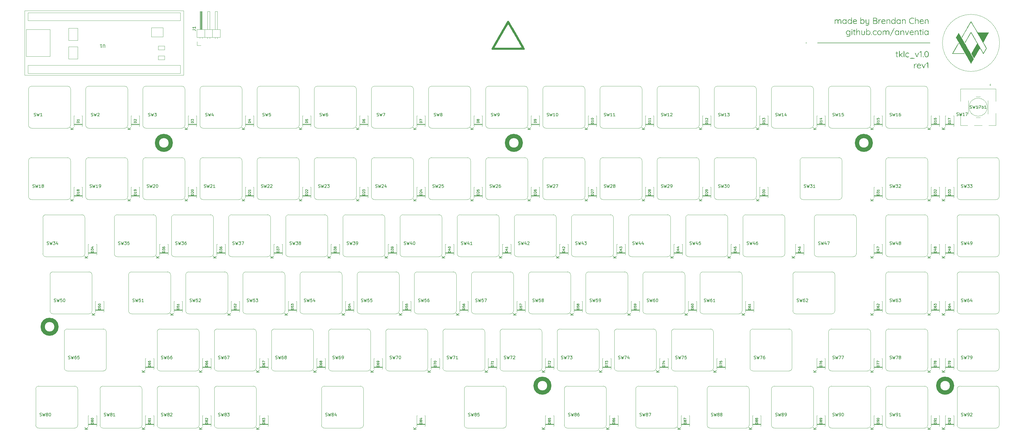
<source format=gbr>
%TF.GenerationSoftware,KiCad,Pcbnew,(6.0.2)*%
%TF.CreationDate,2022-08-21T18:03:26-07:00*%
%TF.ProjectId,tklc_v1_rgb,746b6c63-5f76-4315-9f72-67622e6b6963,rev?*%
%TF.SameCoordinates,Original*%
%TF.FileFunction,Legend,Top*%
%TF.FilePolarity,Positive*%
%FSLAX46Y46*%
G04 Gerber Fmt 4.6, Leading zero omitted, Abs format (unit mm)*
G04 Created by KiCad (PCBNEW (6.0.2)) date 2022-08-21 18:03:26*
%MOMM*%
%LPD*%
G01*
G04 APERTURE LIST*
%ADD10C,0.100000*%
%ADD11C,0.200000*%
%ADD12C,0.150000*%
%ADD13C,1.400000*%
%ADD14C,0.120000*%
G04 APERTURE END LIST*
D10*
X376237816Y-90487576D02*
G75*
G03*
X376237816Y-90487576I-9525008J0D01*
G01*
D11*
X353020609Y-90487576D02*
X315516420Y-90487728D01*
X311646879Y-90487728D02*
X311944536Y-90487728D01*
D12*
%TO.C,D86*%
X247989285Y-217445714D02*
X247239285Y-217445714D01*
X247239285Y-217267142D01*
X247275000Y-217160000D01*
X247346428Y-217088571D01*
X247417857Y-217052857D01*
X247560714Y-217017142D01*
X247667857Y-217017142D01*
X247810714Y-217052857D01*
X247882142Y-217088571D01*
X247953571Y-217160000D01*
X247989285Y-217267142D01*
X247989285Y-217445714D01*
X247560714Y-216588571D02*
X247525000Y-216660000D01*
X247489285Y-216695714D01*
X247417857Y-216731428D01*
X247382142Y-216731428D01*
X247310714Y-216695714D01*
X247275000Y-216660000D01*
X247239285Y-216588571D01*
X247239285Y-216445714D01*
X247275000Y-216374285D01*
X247310714Y-216338571D01*
X247382142Y-216302857D01*
X247417857Y-216302857D01*
X247489285Y-216338571D01*
X247525000Y-216374285D01*
X247560714Y-216445714D01*
X247560714Y-216588571D01*
X247596428Y-216660000D01*
X247632142Y-216695714D01*
X247703571Y-216731428D01*
X247846428Y-216731428D01*
X247917857Y-216695714D01*
X247953571Y-216660000D01*
X247989285Y-216588571D01*
X247989285Y-216445714D01*
X247953571Y-216374285D01*
X247917857Y-216338571D01*
X247846428Y-216302857D01*
X247703571Y-216302857D01*
X247632142Y-216338571D01*
X247596428Y-216374285D01*
X247560714Y-216445714D01*
X247239285Y-215660000D02*
X247239285Y-215802857D01*
X247275000Y-215874285D01*
X247310714Y-215910000D01*
X247417857Y-215981428D01*
X247560714Y-216017142D01*
X247846428Y-216017142D01*
X247917857Y-215981428D01*
X247953571Y-215945714D01*
X247989285Y-215874285D01*
X247989285Y-215731428D01*
X247953571Y-215660000D01*
X247917857Y-215624285D01*
X247846428Y-215588571D01*
X247667857Y-215588571D01*
X247596428Y-215624285D01*
X247560714Y-215660000D01*
X247525000Y-215731428D01*
X247525000Y-215874285D01*
X247560714Y-215945714D01*
X247596428Y-215981428D01*
X247667857Y-216017142D01*
X246102380Y-219336904D02*
X245102380Y-219336904D01*
X246102380Y-218765476D02*
X245530952Y-219194047D01*
X245102380Y-218765476D02*
X245673809Y-219336904D01*
%TO.C,D76*%
X317045535Y-198395714D02*
X316295535Y-198395714D01*
X316295535Y-198217142D01*
X316331250Y-198110000D01*
X316402678Y-198038571D01*
X316474107Y-198002857D01*
X316616964Y-197967142D01*
X316724107Y-197967142D01*
X316866964Y-198002857D01*
X316938392Y-198038571D01*
X317009821Y-198110000D01*
X317045535Y-198217142D01*
X317045535Y-198395714D01*
X316295535Y-197717142D02*
X316295535Y-197217142D01*
X317045535Y-197538571D01*
X316295535Y-196610000D02*
X316295535Y-196752857D01*
X316331250Y-196824285D01*
X316366964Y-196860000D01*
X316474107Y-196931428D01*
X316616964Y-196967142D01*
X316902678Y-196967142D01*
X316974107Y-196931428D01*
X317009821Y-196895714D01*
X317045535Y-196824285D01*
X317045535Y-196681428D01*
X317009821Y-196610000D01*
X316974107Y-196574285D01*
X316902678Y-196538571D01*
X316724107Y-196538571D01*
X316652678Y-196574285D01*
X316616964Y-196610000D01*
X316581250Y-196681428D01*
X316581250Y-196824285D01*
X316616964Y-196895714D01*
X316652678Y-196931428D01*
X316724107Y-196967142D01*
X315158630Y-200286904D02*
X314158630Y-200286904D01*
X315158630Y-199715476D02*
X314587202Y-200144047D01*
X314158630Y-199715476D02*
X314730059Y-200286904D01*
%TO.C,D12*%
X278945535Y-117433214D02*
X278195535Y-117433214D01*
X278195535Y-117254642D01*
X278231250Y-117147500D01*
X278302678Y-117076071D01*
X278374107Y-117040357D01*
X278516964Y-117004642D01*
X278624107Y-117004642D01*
X278766964Y-117040357D01*
X278838392Y-117076071D01*
X278909821Y-117147500D01*
X278945535Y-117254642D01*
X278945535Y-117433214D01*
X278945535Y-116290357D02*
X278945535Y-116718928D01*
X278945535Y-116504642D02*
X278195535Y-116504642D01*
X278302678Y-116576071D01*
X278374107Y-116647500D01*
X278409821Y-116718928D01*
X278266964Y-116004642D02*
X278231250Y-115968928D01*
X278195535Y-115897500D01*
X278195535Y-115718928D01*
X278231250Y-115647500D01*
X278266964Y-115611785D01*
X278338392Y-115576071D01*
X278409821Y-115576071D01*
X278516964Y-115611785D01*
X278945535Y-116040357D01*
X278945535Y-115576071D01*
X277058630Y-119324404D02*
X276058630Y-119324404D01*
X277058630Y-118752976D02*
X276487202Y-119181547D01*
X276058630Y-118752976D02*
X276630059Y-119324404D01*
%TO.C,SW46*%
X292036726Y-157726011D02*
X292179583Y-157773630D01*
X292417678Y-157773630D01*
X292512916Y-157726011D01*
X292560535Y-157678392D01*
X292608154Y-157583154D01*
X292608154Y-157487916D01*
X292560535Y-157392678D01*
X292512916Y-157345059D01*
X292417678Y-157297440D01*
X292227202Y-157249821D01*
X292131964Y-157202202D01*
X292084345Y-157154583D01*
X292036726Y-157059345D01*
X292036726Y-156964107D01*
X292084345Y-156868869D01*
X292131964Y-156821250D01*
X292227202Y-156773630D01*
X292465297Y-156773630D01*
X292608154Y-156821250D01*
X292941488Y-156773630D02*
X293179583Y-157773630D01*
X293370059Y-157059345D01*
X293560535Y-157773630D01*
X293798630Y-156773630D01*
X294608154Y-157106964D02*
X294608154Y-157773630D01*
X294370059Y-156726011D02*
X294131964Y-157440297D01*
X294751011Y-157440297D01*
X295560535Y-156773630D02*
X295370059Y-156773630D01*
X295274821Y-156821250D01*
X295227202Y-156868869D01*
X295131964Y-157011726D01*
X295084345Y-157202202D01*
X295084345Y-157583154D01*
X295131964Y-157678392D01*
X295179583Y-157726011D01*
X295274821Y-157773630D01*
X295465297Y-157773630D01*
X295560535Y-157726011D01*
X295608154Y-157678392D01*
X295655773Y-157583154D01*
X295655773Y-157345059D01*
X295608154Y-157249821D01*
X295560535Y-157202202D01*
X295465297Y-157154583D01*
X295274821Y-157154583D01*
X295179583Y-157202202D01*
X295131964Y-157249821D01*
X295084345Y-157345059D01*
%TO.C,D64*%
X359908035Y-179345714D02*
X359158035Y-179345714D01*
X359158035Y-179167142D01*
X359193750Y-179060000D01*
X359265178Y-178988571D01*
X359336607Y-178952857D01*
X359479464Y-178917142D01*
X359586607Y-178917142D01*
X359729464Y-178952857D01*
X359800892Y-178988571D01*
X359872321Y-179060000D01*
X359908035Y-179167142D01*
X359908035Y-179345714D01*
X359158035Y-178274285D02*
X359158035Y-178417142D01*
X359193750Y-178488571D01*
X359229464Y-178524285D01*
X359336607Y-178595714D01*
X359479464Y-178631428D01*
X359765178Y-178631428D01*
X359836607Y-178595714D01*
X359872321Y-178560000D01*
X359908035Y-178488571D01*
X359908035Y-178345714D01*
X359872321Y-178274285D01*
X359836607Y-178238571D01*
X359765178Y-178202857D01*
X359586607Y-178202857D01*
X359515178Y-178238571D01*
X359479464Y-178274285D01*
X359443750Y-178345714D01*
X359443750Y-178488571D01*
X359479464Y-178560000D01*
X359515178Y-178595714D01*
X359586607Y-178631428D01*
X359408035Y-177560000D02*
X359908035Y-177560000D01*
X359122321Y-177738571D02*
X359658035Y-177917142D01*
X359658035Y-177452857D01*
X358021130Y-181236904D02*
X357021130Y-181236904D01*
X358021130Y-180665476D02*
X357449702Y-181094047D01*
X357021130Y-180665476D02*
X357592559Y-181236904D01*
%TO.C,D26*%
X221795535Y-141245714D02*
X221045535Y-141245714D01*
X221045535Y-141067142D01*
X221081250Y-140960000D01*
X221152678Y-140888571D01*
X221224107Y-140852857D01*
X221366964Y-140817142D01*
X221474107Y-140817142D01*
X221616964Y-140852857D01*
X221688392Y-140888571D01*
X221759821Y-140960000D01*
X221795535Y-141067142D01*
X221795535Y-141245714D01*
X221116964Y-140531428D02*
X221081250Y-140495714D01*
X221045535Y-140424285D01*
X221045535Y-140245714D01*
X221081250Y-140174285D01*
X221116964Y-140138571D01*
X221188392Y-140102857D01*
X221259821Y-140102857D01*
X221366964Y-140138571D01*
X221795535Y-140567142D01*
X221795535Y-140102857D01*
X221045535Y-139460000D02*
X221045535Y-139602857D01*
X221081250Y-139674285D01*
X221116964Y-139710000D01*
X221224107Y-139781428D01*
X221366964Y-139817142D01*
X221652678Y-139817142D01*
X221724107Y-139781428D01*
X221759821Y-139745714D01*
X221795535Y-139674285D01*
X221795535Y-139531428D01*
X221759821Y-139460000D01*
X221724107Y-139424285D01*
X221652678Y-139388571D01*
X221474107Y-139388571D01*
X221402678Y-139424285D01*
X221366964Y-139460000D01*
X221331250Y-139531428D01*
X221331250Y-139674285D01*
X221366964Y-139745714D01*
X221402678Y-139781428D01*
X221474107Y-139817142D01*
X219908630Y-143136904D02*
X218908630Y-143136904D01*
X219908630Y-142565476D02*
X219337202Y-142994047D01*
X218908630Y-142565476D02*
X219480059Y-143136904D01*
%TO.C,D43*%
X250370535Y-160295714D02*
X249620535Y-160295714D01*
X249620535Y-160117142D01*
X249656250Y-160010000D01*
X249727678Y-159938571D01*
X249799107Y-159902857D01*
X249941964Y-159867142D01*
X250049107Y-159867142D01*
X250191964Y-159902857D01*
X250263392Y-159938571D01*
X250334821Y-160010000D01*
X250370535Y-160117142D01*
X250370535Y-160295714D01*
X249870535Y-159224285D02*
X250370535Y-159224285D01*
X249584821Y-159402857D02*
X250120535Y-159581428D01*
X250120535Y-159117142D01*
X249620535Y-158902857D02*
X249620535Y-158438571D01*
X249906250Y-158688571D01*
X249906250Y-158581428D01*
X249941964Y-158510000D01*
X249977678Y-158474285D01*
X250049107Y-158438571D01*
X250227678Y-158438571D01*
X250299107Y-158474285D01*
X250334821Y-158510000D01*
X250370535Y-158581428D01*
X250370535Y-158795714D01*
X250334821Y-158867142D01*
X250299107Y-158902857D01*
X248483630Y-162186904D02*
X247483630Y-162186904D01*
X248483630Y-161615476D02*
X247912202Y-162044047D01*
X247483630Y-161615476D02*
X248055059Y-162186904D01*
%TO.C,D29*%
X278945535Y-141245714D02*
X278195535Y-141245714D01*
X278195535Y-141067142D01*
X278231250Y-140960000D01*
X278302678Y-140888571D01*
X278374107Y-140852857D01*
X278516964Y-140817142D01*
X278624107Y-140817142D01*
X278766964Y-140852857D01*
X278838392Y-140888571D01*
X278909821Y-140960000D01*
X278945535Y-141067142D01*
X278945535Y-141245714D01*
X278266964Y-140531428D02*
X278231250Y-140495714D01*
X278195535Y-140424285D01*
X278195535Y-140245714D01*
X278231250Y-140174285D01*
X278266964Y-140138571D01*
X278338392Y-140102857D01*
X278409821Y-140102857D01*
X278516964Y-140138571D01*
X278945535Y-140567142D01*
X278945535Y-140102857D01*
X278945535Y-139745714D02*
X278945535Y-139602857D01*
X278909821Y-139531428D01*
X278874107Y-139495714D01*
X278766964Y-139424285D01*
X278624107Y-139388571D01*
X278338392Y-139388571D01*
X278266964Y-139424285D01*
X278231250Y-139460000D01*
X278195535Y-139531428D01*
X278195535Y-139674285D01*
X278231250Y-139745714D01*
X278266964Y-139781428D01*
X278338392Y-139817142D01*
X278516964Y-139817142D01*
X278588392Y-139781428D01*
X278624107Y-139745714D01*
X278659821Y-139674285D01*
X278659821Y-139531428D01*
X278624107Y-139460000D01*
X278588392Y-139424285D01*
X278516964Y-139388571D01*
X277058630Y-143136904D02*
X276058630Y-143136904D01*
X277058630Y-142565476D02*
X276487202Y-142994047D01*
X276058630Y-142565476D02*
X276630059Y-143136904D01*
%TO.C,D92*%
X359908035Y-217445714D02*
X359158035Y-217445714D01*
X359158035Y-217267142D01*
X359193750Y-217160000D01*
X359265178Y-217088571D01*
X359336607Y-217052857D01*
X359479464Y-217017142D01*
X359586607Y-217017142D01*
X359729464Y-217052857D01*
X359800892Y-217088571D01*
X359872321Y-217160000D01*
X359908035Y-217267142D01*
X359908035Y-217445714D01*
X359908035Y-216660000D02*
X359908035Y-216517142D01*
X359872321Y-216445714D01*
X359836607Y-216410000D01*
X359729464Y-216338571D01*
X359586607Y-216302857D01*
X359300892Y-216302857D01*
X359229464Y-216338571D01*
X359193750Y-216374285D01*
X359158035Y-216445714D01*
X359158035Y-216588571D01*
X359193750Y-216660000D01*
X359229464Y-216695714D01*
X359300892Y-216731428D01*
X359479464Y-216731428D01*
X359550892Y-216695714D01*
X359586607Y-216660000D01*
X359622321Y-216588571D01*
X359622321Y-216445714D01*
X359586607Y-216374285D01*
X359550892Y-216338571D01*
X359479464Y-216302857D01*
X359229464Y-216017142D02*
X359193750Y-215981428D01*
X359158035Y-215910000D01*
X359158035Y-215731428D01*
X359193750Y-215660000D01*
X359229464Y-215624285D01*
X359300892Y-215588571D01*
X359372321Y-215588571D01*
X359479464Y-215624285D01*
X359908035Y-216052857D01*
X359908035Y-215588571D01*
X358021130Y-219336904D02*
X357021130Y-219336904D01*
X358021130Y-218765476D02*
X357449702Y-219194047D01*
X357021130Y-218765476D02*
X357592559Y-219336904D01*
%TO.C,D72*%
X226558035Y-198395714D02*
X225808035Y-198395714D01*
X225808035Y-198217142D01*
X225843750Y-198110000D01*
X225915178Y-198038571D01*
X225986607Y-198002857D01*
X226129464Y-197967142D01*
X226236607Y-197967142D01*
X226379464Y-198002857D01*
X226450892Y-198038571D01*
X226522321Y-198110000D01*
X226558035Y-198217142D01*
X226558035Y-198395714D01*
X225808035Y-197717142D02*
X225808035Y-197217142D01*
X226558035Y-197538571D01*
X225879464Y-196967142D02*
X225843750Y-196931428D01*
X225808035Y-196860000D01*
X225808035Y-196681428D01*
X225843750Y-196610000D01*
X225879464Y-196574285D01*
X225950892Y-196538571D01*
X226022321Y-196538571D01*
X226129464Y-196574285D01*
X226558035Y-197002857D01*
X226558035Y-196538571D01*
X224671130Y-200286904D02*
X223671130Y-200286904D01*
X224671130Y-199715476D02*
X224099702Y-200144047D01*
X223671130Y-199715476D02*
X224242559Y-200286904D01*
%TO.C,D25*%
X202745535Y-141245714D02*
X201995535Y-141245714D01*
X201995535Y-141067142D01*
X202031250Y-140960000D01*
X202102678Y-140888571D01*
X202174107Y-140852857D01*
X202316964Y-140817142D01*
X202424107Y-140817142D01*
X202566964Y-140852857D01*
X202638392Y-140888571D01*
X202709821Y-140960000D01*
X202745535Y-141067142D01*
X202745535Y-141245714D01*
X202066964Y-140531428D02*
X202031250Y-140495714D01*
X201995535Y-140424285D01*
X201995535Y-140245714D01*
X202031250Y-140174285D01*
X202066964Y-140138571D01*
X202138392Y-140102857D01*
X202209821Y-140102857D01*
X202316964Y-140138571D01*
X202745535Y-140567142D01*
X202745535Y-140102857D01*
X201995535Y-139424285D02*
X201995535Y-139781428D01*
X202352678Y-139817142D01*
X202316964Y-139781428D01*
X202281250Y-139710000D01*
X202281250Y-139531428D01*
X202316964Y-139460000D01*
X202352678Y-139424285D01*
X202424107Y-139388571D01*
X202602678Y-139388571D01*
X202674107Y-139424285D01*
X202709821Y-139460000D01*
X202745535Y-139531428D01*
X202745535Y-139710000D01*
X202709821Y-139781428D01*
X202674107Y-139817142D01*
X200858630Y-143136904D02*
X199858630Y-143136904D01*
X200858630Y-142565476D02*
X200287202Y-142994047D01*
X199858630Y-142565476D02*
X200430059Y-143136904D01*
%TO.C,D69*%
X169408035Y-198395714D02*
X168658035Y-198395714D01*
X168658035Y-198217142D01*
X168693750Y-198110000D01*
X168765178Y-198038571D01*
X168836607Y-198002857D01*
X168979464Y-197967142D01*
X169086607Y-197967142D01*
X169229464Y-198002857D01*
X169300892Y-198038571D01*
X169372321Y-198110000D01*
X169408035Y-198217142D01*
X169408035Y-198395714D01*
X168658035Y-197324285D02*
X168658035Y-197467142D01*
X168693750Y-197538571D01*
X168729464Y-197574285D01*
X168836607Y-197645714D01*
X168979464Y-197681428D01*
X169265178Y-197681428D01*
X169336607Y-197645714D01*
X169372321Y-197610000D01*
X169408035Y-197538571D01*
X169408035Y-197395714D01*
X169372321Y-197324285D01*
X169336607Y-197288571D01*
X169265178Y-197252857D01*
X169086607Y-197252857D01*
X169015178Y-197288571D01*
X168979464Y-197324285D01*
X168943750Y-197395714D01*
X168943750Y-197538571D01*
X168979464Y-197610000D01*
X169015178Y-197645714D01*
X169086607Y-197681428D01*
X169408035Y-196895714D02*
X169408035Y-196752857D01*
X169372321Y-196681428D01*
X169336607Y-196645714D01*
X169229464Y-196574285D01*
X169086607Y-196538571D01*
X168800892Y-196538571D01*
X168729464Y-196574285D01*
X168693750Y-196610000D01*
X168658035Y-196681428D01*
X168658035Y-196824285D01*
X168693750Y-196895714D01*
X168729464Y-196931428D01*
X168800892Y-196967142D01*
X168979464Y-196967142D01*
X169050892Y-196931428D01*
X169086607Y-196895714D01*
X169122321Y-196824285D01*
X169122321Y-196681428D01*
X169086607Y-196610000D01*
X169050892Y-196574285D01*
X168979464Y-196538571D01*
X167521130Y-200286904D02*
X166521130Y-200286904D01*
X167521130Y-199715476D02*
X166949702Y-200144047D01*
X166521130Y-199715476D02*
X167092559Y-200286904D01*
%TO.C,D15*%
X336095535Y-117433214D02*
X335345535Y-117433214D01*
X335345535Y-117254642D01*
X335381250Y-117147500D01*
X335452678Y-117076071D01*
X335524107Y-117040357D01*
X335666964Y-117004642D01*
X335774107Y-117004642D01*
X335916964Y-117040357D01*
X335988392Y-117076071D01*
X336059821Y-117147500D01*
X336095535Y-117254642D01*
X336095535Y-117433214D01*
X336095535Y-116290357D02*
X336095535Y-116718928D01*
X336095535Y-116504642D02*
X335345535Y-116504642D01*
X335452678Y-116576071D01*
X335524107Y-116647500D01*
X335559821Y-116718928D01*
X335345535Y-115611785D02*
X335345535Y-115968928D01*
X335702678Y-116004642D01*
X335666964Y-115968928D01*
X335631250Y-115897500D01*
X335631250Y-115718928D01*
X335666964Y-115647500D01*
X335702678Y-115611785D01*
X335774107Y-115576071D01*
X335952678Y-115576071D01*
X336024107Y-115611785D01*
X336059821Y-115647500D01*
X336095535Y-115718928D01*
X336095535Y-115897500D01*
X336059821Y-115968928D01*
X336024107Y-116004642D01*
X334208630Y-119324404D02*
X333208630Y-119324404D01*
X334208630Y-118752976D02*
X333637202Y-119181547D01*
X333208630Y-118752976D02*
X333780059Y-119324404D01*
%TO.C,D41*%
X212270535Y-160295714D02*
X211520535Y-160295714D01*
X211520535Y-160117142D01*
X211556250Y-160010000D01*
X211627678Y-159938571D01*
X211699107Y-159902857D01*
X211841964Y-159867142D01*
X211949107Y-159867142D01*
X212091964Y-159902857D01*
X212163392Y-159938571D01*
X212234821Y-160010000D01*
X212270535Y-160117142D01*
X212270535Y-160295714D01*
X211770535Y-159224285D02*
X212270535Y-159224285D01*
X211484821Y-159402857D02*
X212020535Y-159581428D01*
X212020535Y-159117142D01*
X212270535Y-158438571D02*
X212270535Y-158867142D01*
X212270535Y-158652857D02*
X211520535Y-158652857D01*
X211627678Y-158724285D01*
X211699107Y-158795714D01*
X211734821Y-158867142D01*
X210383630Y-162186904D02*
X209383630Y-162186904D01*
X210383630Y-161615476D02*
X209812202Y-162044047D01*
X209383630Y-161615476D02*
X209955059Y-162186904D01*
%TO.C,SW6*%
X149637916Y-114863511D02*
X149780773Y-114911130D01*
X150018869Y-114911130D01*
X150114107Y-114863511D01*
X150161726Y-114815892D01*
X150209345Y-114720654D01*
X150209345Y-114625416D01*
X150161726Y-114530178D01*
X150114107Y-114482559D01*
X150018869Y-114434940D01*
X149828392Y-114387321D01*
X149733154Y-114339702D01*
X149685535Y-114292083D01*
X149637916Y-114196845D01*
X149637916Y-114101607D01*
X149685535Y-114006369D01*
X149733154Y-113958750D01*
X149828392Y-113911130D01*
X150066488Y-113911130D01*
X150209345Y-113958750D01*
X150542678Y-113911130D02*
X150780773Y-114911130D01*
X150971250Y-114196845D01*
X151161726Y-114911130D01*
X151399821Y-113911130D01*
X152209345Y-113911130D02*
X152018869Y-113911130D01*
X151923630Y-113958750D01*
X151876011Y-114006369D01*
X151780773Y-114149226D01*
X151733154Y-114339702D01*
X151733154Y-114720654D01*
X151780773Y-114815892D01*
X151828392Y-114863511D01*
X151923630Y-114911130D01*
X152114107Y-114911130D01*
X152209345Y-114863511D01*
X152256964Y-114815892D01*
X152304583Y-114720654D01*
X152304583Y-114482559D01*
X152256964Y-114387321D01*
X152209345Y-114339702D01*
X152114107Y-114292083D01*
X151923630Y-114292083D01*
X151828392Y-114339702D01*
X151780773Y-114387321D01*
X151733154Y-114482559D01*
%TO.C,SW49*%
X363474226Y-157726011D02*
X363617083Y-157773630D01*
X363855178Y-157773630D01*
X363950416Y-157726011D01*
X363998035Y-157678392D01*
X364045654Y-157583154D01*
X364045654Y-157487916D01*
X363998035Y-157392678D01*
X363950416Y-157345059D01*
X363855178Y-157297440D01*
X363664702Y-157249821D01*
X363569464Y-157202202D01*
X363521845Y-157154583D01*
X363474226Y-157059345D01*
X363474226Y-156964107D01*
X363521845Y-156868869D01*
X363569464Y-156821250D01*
X363664702Y-156773630D01*
X363902797Y-156773630D01*
X364045654Y-156821250D01*
X364378988Y-156773630D02*
X364617083Y-157773630D01*
X364807559Y-157059345D01*
X364998035Y-157773630D01*
X365236130Y-156773630D01*
X366045654Y-157106964D02*
X366045654Y-157773630D01*
X365807559Y-156726011D02*
X365569464Y-157440297D01*
X366188511Y-157440297D01*
X366617083Y-157773630D02*
X366807559Y-157773630D01*
X366902797Y-157726011D01*
X366950416Y-157678392D01*
X367045654Y-157535535D01*
X367093273Y-157345059D01*
X367093273Y-156964107D01*
X367045654Y-156868869D01*
X366998035Y-156821250D01*
X366902797Y-156773630D01*
X366712321Y-156773630D01*
X366617083Y-156821250D01*
X366569464Y-156868869D01*
X366521845Y-156964107D01*
X366521845Y-157202202D01*
X366569464Y-157297440D01*
X366617083Y-157345059D01*
X366712321Y-157392678D01*
X366902797Y-157392678D01*
X366998035Y-157345059D01*
X367045654Y-157297440D01*
X367093273Y-157202202D01*
%TO.C,D1*%
X69395535Y-117076071D02*
X68645535Y-117076071D01*
X68645535Y-116897500D01*
X68681250Y-116790357D01*
X68752678Y-116718928D01*
X68824107Y-116683214D01*
X68966964Y-116647500D01*
X69074107Y-116647500D01*
X69216964Y-116683214D01*
X69288392Y-116718928D01*
X69359821Y-116790357D01*
X69395535Y-116897500D01*
X69395535Y-117076071D01*
X69395535Y-115933214D02*
X69395535Y-116361785D01*
X69395535Y-116147500D02*
X68645535Y-116147500D01*
X68752678Y-116218928D01*
X68824107Y-116290357D01*
X68859821Y-116361785D01*
X67508630Y-119324404D02*
X66508630Y-119324404D01*
X67508630Y-118752976D02*
X66937202Y-119181547D01*
X66508630Y-118752976D02*
X67080059Y-119324404D01*
%TO.C,D27*%
X240845535Y-141245714D02*
X240095535Y-141245714D01*
X240095535Y-141067142D01*
X240131250Y-140960000D01*
X240202678Y-140888571D01*
X240274107Y-140852857D01*
X240416964Y-140817142D01*
X240524107Y-140817142D01*
X240666964Y-140852857D01*
X240738392Y-140888571D01*
X240809821Y-140960000D01*
X240845535Y-141067142D01*
X240845535Y-141245714D01*
X240166964Y-140531428D02*
X240131250Y-140495714D01*
X240095535Y-140424285D01*
X240095535Y-140245714D01*
X240131250Y-140174285D01*
X240166964Y-140138571D01*
X240238392Y-140102857D01*
X240309821Y-140102857D01*
X240416964Y-140138571D01*
X240845535Y-140567142D01*
X240845535Y-140102857D01*
X240095535Y-139852857D02*
X240095535Y-139352857D01*
X240845535Y-139674285D01*
X238958630Y-143136904D02*
X237958630Y-143136904D01*
X238958630Y-142565476D02*
X238387202Y-142994047D01*
X237958630Y-142565476D02*
X238530059Y-143136904D01*
%TO.C,SW59*%
X239649226Y-176776011D02*
X239792083Y-176823630D01*
X240030178Y-176823630D01*
X240125416Y-176776011D01*
X240173035Y-176728392D01*
X240220654Y-176633154D01*
X240220654Y-176537916D01*
X240173035Y-176442678D01*
X240125416Y-176395059D01*
X240030178Y-176347440D01*
X239839702Y-176299821D01*
X239744464Y-176252202D01*
X239696845Y-176204583D01*
X239649226Y-176109345D01*
X239649226Y-176014107D01*
X239696845Y-175918869D01*
X239744464Y-175871250D01*
X239839702Y-175823630D01*
X240077797Y-175823630D01*
X240220654Y-175871250D01*
X240553988Y-175823630D02*
X240792083Y-176823630D01*
X240982559Y-176109345D01*
X241173035Y-176823630D01*
X241411130Y-175823630D01*
X242268273Y-175823630D02*
X241792083Y-175823630D01*
X241744464Y-176299821D01*
X241792083Y-176252202D01*
X241887321Y-176204583D01*
X242125416Y-176204583D01*
X242220654Y-176252202D01*
X242268273Y-176299821D01*
X242315892Y-176395059D01*
X242315892Y-176633154D01*
X242268273Y-176728392D01*
X242220654Y-176776011D01*
X242125416Y-176823630D01*
X241887321Y-176823630D01*
X241792083Y-176776011D01*
X241744464Y-176728392D01*
X242792083Y-176823630D02*
X242982559Y-176823630D01*
X243077797Y-176776011D01*
X243125416Y-176728392D01*
X243220654Y-176585535D01*
X243268273Y-176395059D01*
X243268273Y-176014107D01*
X243220654Y-175918869D01*
X243173035Y-175871250D01*
X243077797Y-175823630D01*
X242887321Y-175823630D01*
X242792083Y-175871250D01*
X242744464Y-175918869D01*
X242696845Y-176014107D01*
X242696845Y-176252202D01*
X242744464Y-176347440D01*
X242792083Y-176395059D01*
X242887321Y-176442678D01*
X243077797Y-176442678D01*
X243173035Y-176395059D01*
X243220654Y-176347440D01*
X243268273Y-176252202D01*
%TO.C,D70*%
X188458035Y-198395714D02*
X187708035Y-198395714D01*
X187708035Y-198217142D01*
X187743750Y-198110000D01*
X187815178Y-198038571D01*
X187886607Y-198002857D01*
X188029464Y-197967142D01*
X188136607Y-197967142D01*
X188279464Y-198002857D01*
X188350892Y-198038571D01*
X188422321Y-198110000D01*
X188458035Y-198217142D01*
X188458035Y-198395714D01*
X187708035Y-197717142D02*
X187708035Y-197217142D01*
X188458035Y-197538571D01*
X187708035Y-196788571D02*
X187708035Y-196717142D01*
X187743750Y-196645714D01*
X187779464Y-196610000D01*
X187850892Y-196574285D01*
X187993750Y-196538571D01*
X188172321Y-196538571D01*
X188315178Y-196574285D01*
X188386607Y-196610000D01*
X188422321Y-196645714D01*
X188458035Y-196717142D01*
X188458035Y-196788571D01*
X188422321Y-196860000D01*
X188386607Y-196895714D01*
X188315178Y-196931428D01*
X188172321Y-196967142D01*
X187993750Y-196967142D01*
X187850892Y-196931428D01*
X187779464Y-196895714D01*
X187743750Y-196860000D01*
X187708035Y-196788571D01*
X186571130Y-200286904D02*
X185571130Y-200286904D01*
X186571130Y-199715476D02*
X185999702Y-200144047D01*
X185571130Y-199715476D02*
X186142559Y-200286904D01*
%TO.C,SW42*%
X215836726Y-157726011D02*
X215979583Y-157773630D01*
X216217678Y-157773630D01*
X216312916Y-157726011D01*
X216360535Y-157678392D01*
X216408154Y-157583154D01*
X216408154Y-157487916D01*
X216360535Y-157392678D01*
X216312916Y-157345059D01*
X216217678Y-157297440D01*
X216027202Y-157249821D01*
X215931964Y-157202202D01*
X215884345Y-157154583D01*
X215836726Y-157059345D01*
X215836726Y-156964107D01*
X215884345Y-156868869D01*
X215931964Y-156821250D01*
X216027202Y-156773630D01*
X216265297Y-156773630D01*
X216408154Y-156821250D01*
X216741488Y-156773630D02*
X216979583Y-157773630D01*
X217170059Y-157059345D01*
X217360535Y-157773630D01*
X217598630Y-156773630D01*
X218408154Y-157106964D02*
X218408154Y-157773630D01*
X218170059Y-156726011D02*
X217931964Y-157440297D01*
X218551011Y-157440297D01*
X218884345Y-156868869D02*
X218931964Y-156821250D01*
X219027202Y-156773630D01*
X219265297Y-156773630D01*
X219360535Y-156821250D01*
X219408154Y-156868869D01*
X219455773Y-156964107D01*
X219455773Y-157059345D01*
X219408154Y-157202202D01*
X218836726Y-157773630D01*
X219455773Y-157773630D01*
%TO.C,SW1*%
X54387916Y-114863511D02*
X54530773Y-114911130D01*
X54768869Y-114911130D01*
X54864107Y-114863511D01*
X54911726Y-114815892D01*
X54959345Y-114720654D01*
X54959345Y-114625416D01*
X54911726Y-114530178D01*
X54864107Y-114482559D01*
X54768869Y-114434940D01*
X54578392Y-114387321D01*
X54483154Y-114339702D01*
X54435535Y-114292083D01*
X54387916Y-114196845D01*
X54387916Y-114101607D01*
X54435535Y-114006369D01*
X54483154Y-113958750D01*
X54578392Y-113911130D01*
X54816488Y-113911130D01*
X54959345Y-113958750D01*
X55292678Y-113911130D02*
X55530773Y-114911130D01*
X55721250Y-114196845D01*
X55911726Y-114911130D01*
X56149821Y-113911130D01*
X57054583Y-114911130D02*
X56483154Y-114911130D01*
X56768869Y-114911130D02*
X56768869Y-113911130D01*
X56673630Y-114053988D01*
X56578392Y-114149226D01*
X56483154Y-114196845D01*
%TO.C,D50*%
X76539285Y-179345714D02*
X75789285Y-179345714D01*
X75789285Y-179167142D01*
X75825000Y-179060000D01*
X75896428Y-178988571D01*
X75967857Y-178952857D01*
X76110714Y-178917142D01*
X76217857Y-178917142D01*
X76360714Y-178952857D01*
X76432142Y-178988571D01*
X76503571Y-179060000D01*
X76539285Y-179167142D01*
X76539285Y-179345714D01*
X75789285Y-178238571D02*
X75789285Y-178595714D01*
X76146428Y-178631428D01*
X76110714Y-178595714D01*
X76075000Y-178524285D01*
X76075000Y-178345714D01*
X76110714Y-178274285D01*
X76146428Y-178238571D01*
X76217857Y-178202857D01*
X76396428Y-178202857D01*
X76467857Y-178238571D01*
X76503571Y-178274285D01*
X76539285Y-178345714D01*
X76539285Y-178524285D01*
X76503571Y-178595714D01*
X76467857Y-178631428D01*
X75789285Y-177738571D02*
X75789285Y-177667142D01*
X75825000Y-177595714D01*
X75860714Y-177560000D01*
X75932142Y-177524285D01*
X76075000Y-177488571D01*
X76253571Y-177488571D01*
X76396428Y-177524285D01*
X76467857Y-177560000D01*
X76503571Y-177595714D01*
X76539285Y-177667142D01*
X76539285Y-177738571D01*
X76503571Y-177810000D01*
X76467857Y-177845714D01*
X76396428Y-177881428D01*
X76253571Y-177917142D01*
X76075000Y-177917142D01*
X75932142Y-177881428D01*
X75860714Y-177845714D01*
X75825000Y-177810000D01*
X75789285Y-177738571D01*
X74652380Y-181236904D02*
X73652380Y-181236904D01*
X74652380Y-180665476D02*
X74080952Y-181094047D01*
X73652380Y-180665476D02*
X74223809Y-181236904D01*
%TO.C,D39*%
X174170535Y-160295714D02*
X173420535Y-160295714D01*
X173420535Y-160117142D01*
X173456250Y-160010000D01*
X173527678Y-159938571D01*
X173599107Y-159902857D01*
X173741964Y-159867142D01*
X173849107Y-159867142D01*
X173991964Y-159902857D01*
X174063392Y-159938571D01*
X174134821Y-160010000D01*
X174170535Y-160117142D01*
X174170535Y-160295714D01*
X173420535Y-159617142D02*
X173420535Y-159152857D01*
X173706250Y-159402857D01*
X173706250Y-159295714D01*
X173741964Y-159224285D01*
X173777678Y-159188571D01*
X173849107Y-159152857D01*
X174027678Y-159152857D01*
X174099107Y-159188571D01*
X174134821Y-159224285D01*
X174170535Y-159295714D01*
X174170535Y-159510000D01*
X174134821Y-159581428D01*
X174099107Y-159617142D01*
X174170535Y-158795714D02*
X174170535Y-158652857D01*
X174134821Y-158581428D01*
X174099107Y-158545714D01*
X173991964Y-158474285D01*
X173849107Y-158438571D01*
X173563392Y-158438571D01*
X173491964Y-158474285D01*
X173456250Y-158510000D01*
X173420535Y-158581428D01*
X173420535Y-158724285D01*
X173456250Y-158795714D01*
X173491964Y-158831428D01*
X173563392Y-158867142D01*
X173741964Y-158867142D01*
X173813392Y-158831428D01*
X173849107Y-158795714D01*
X173884821Y-158724285D01*
X173884821Y-158581428D01*
X173849107Y-158510000D01*
X173813392Y-158474285D01*
X173741964Y-158438571D01*
X172283630Y-162186904D02*
X171283630Y-162186904D01*
X172283630Y-161615476D02*
X171712202Y-162044047D01*
X171283630Y-161615476D02*
X171855059Y-162186904D01*
%TO.C,D48*%
X355145535Y-160295714D02*
X354395535Y-160295714D01*
X354395535Y-160117142D01*
X354431250Y-160010000D01*
X354502678Y-159938571D01*
X354574107Y-159902857D01*
X354716964Y-159867142D01*
X354824107Y-159867142D01*
X354966964Y-159902857D01*
X355038392Y-159938571D01*
X355109821Y-160010000D01*
X355145535Y-160117142D01*
X355145535Y-160295714D01*
X354645535Y-159224285D02*
X355145535Y-159224285D01*
X354359821Y-159402857D02*
X354895535Y-159581428D01*
X354895535Y-159117142D01*
X354716964Y-158724285D02*
X354681250Y-158795714D01*
X354645535Y-158831428D01*
X354574107Y-158867142D01*
X354538392Y-158867142D01*
X354466964Y-158831428D01*
X354431250Y-158795714D01*
X354395535Y-158724285D01*
X354395535Y-158581428D01*
X354431250Y-158510000D01*
X354466964Y-158474285D01*
X354538392Y-158438571D01*
X354574107Y-158438571D01*
X354645535Y-158474285D01*
X354681250Y-158510000D01*
X354716964Y-158581428D01*
X354716964Y-158724285D01*
X354752678Y-158795714D01*
X354788392Y-158831428D01*
X354859821Y-158867142D01*
X355002678Y-158867142D01*
X355074107Y-158831428D01*
X355109821Y-158795714D01*
X355145535Y-158724285D01*
X355145535Y-158581428D01*
X355109821Y-158510000D01*
X355074107Y-158474285D01*
X355002678Y-158438571D01*
X354859821Y-158438571D01*
X354788392Y-158474285D01*
X354752678Y-158510000D01*
X354716964Y-158581428D01*
X353258630Y-162186904D02*
X352258630Y-162186904D01*
X353258630Y-161615476D02*
X352687202Y-162044047D01*
X352258630Y-161615476D02*
X352830059Y-162186904D01*
%TO.C,SW66*%
X96774226Y-195826011D02*
X96917083Y-195873630D01*
X97155178Y-195873630D01*
X97250416Y-195826011D01*
X97298035Y-195778392D01*
X97345654Y-195683154D01*
X97345654Y-195587916D01*
X97298035Y-195492678D01*
X97250416Y-195445059D01*
X97155178Y-195397440D01*
X96964702Y-195349821D01*
X96869464Y-195302202D01*
X96821845Y-195254583D01*
X96774226Y-195159345D01*
X96774226Y-195064107D01*
X96821845Y-194968869D01*
X96869464Y-194921250D01*
X96964702Y-194873630D01*
X97202797Y-194873630D01*
X97345654Y-194921250D01*
X97678988Y-194873630D02*
X97917083Y-195873630D01*
X98107559Y-195159345D01*
X98298035Y-195873630D01*
X98536130Y-194873630D01*
X99345654Y-194873630D02*
X99155178Y-194873630D01*
X99059940Y-194921250D01*
X99012321Y-194968869D01*
X98917083Y-195111726D01*
X98869464Y-195302202D01*
X98869464Y-195683154D01*
X98917083Y-195778392D01*
X98964702Y-195826011D01*
X99059940Y-195873630D01*
X99250416Y-195873630D01*
X99345654Y-195826011D01*
X99393273Y-195778392D01*
X99440892Y-195683154D01*
X99440892Y-195445059D01*
X99393273Y-195349821D01*
X99345654Y-195302202D01*
X99250416Y-195254583D01*
X99059940Y-195254583D01*
X98964702Y-195302202D01*
X98917083Y-195349821D01*
X98869464Y-195445059D01*
X100298035Y-194873630D02*
X100107559Y-194873630D01*
X100012321Y-194921250D01*
X99964702Y-194968869D01*
X99869464Y-195111726D01*
X99821845Y-195302202D01*
X99821845Y-195683154D01*
X99869464Y-195778392D01*
X99917083Y-195826011D01*
X100012321Y-195873630D01*
X100202797Y-195873630D01*
X100298035Y-195826011D01*
X100345654Y-195778392D01*
X100393273Y-195683154D01*
X100393273Y-195445059D01*
X100345654Y-195349821D01*
X100298035Y-195302202D01*
X100202797Y-195254583D01*
X100012321Y-195254583D01*
X99917083Y-195302202D01*
X99869464Y-195349821D01*
X99821845Y-195445059D01*
%TO.C,SW14*%
X301561726Y-114863511D02*
X301704583Y-114911130D01*
X301942678Y-114911130D01*
X302037916Y-114863511D01*
X302085535Y-114815892D01*
X302133154Y-114720654D01*
X302133154Y-114625416D01*
X302085535Y-114530178D01*
X302037916Y-114482559D01*
X301942678Y-114434940D01*
X301752202Y-114387321D01*
X301656964Y-114339702D01*
X301609345Y-114292083D01*
X301561726Y-114196845D01*
X301561726Y-114101607D01*
X301609345Y-114006369D01*
X301656964Y-113958750D01*
X301752202Y-113911130D01*
X301990297Y-113911130D01*
X302133154Y-113958750D01*
X302466488Y-113911130D02*
X302704583Y-114911130D01*
X302895059Y-114196845D01*
X303085535Y-114911130D01*
X303323630Y-113911130D01*
X304228392Y-114911130D02*
X303656964Y-114911130D01*
X303942678Y-114911130D02*
X303942678Y-113911130D01*
X303847440Y-114053988D01*
X303752202Y-114149226D01*
X303656964Y-114196845D01*
X305085535Y-114244464D02*
X305085535Y-114911130D01*
X304847440Y-113863511D02*
X304609345Y-114577797D01*
X305228392Y-114577797D01*
%TO.C,SW21*%
X111061726Y-138676011D02*
X111204583Y-138723630D01*
X111442678Y-138723630D01*
X111537916Y-138676011D01*
X111585535Y-138628392D01*
X111633154Y-138533154D01*
X111633154Y-138437916D01*
X111585535Y-138342678D01*
X111537916Y-138295059D01*
X111442678Y-138247440D01*
X111252202Y-138199821D01*
X111156964Y-138152202D01*
X111109345Y-138104583D01*
X111061726Y-138009345D01*
X111061726Y-137914107D01*
X111109345Y-137818869D01*
X111156964Y-137771250D01*
X111252202Y-137723630D01*
X111490297Y-137723630D01*
X111633154Y-137771250D01*
X111966488Y-137723630D02*
X112204583Y-138723630D01*
X112395059Y-138009345D01*
X112585535Y-138723630D01*
X112823630Y-137723630D01*
X113156964Y-137818869D02*
X113204583Y-137771250D01*
X113299821Y-137723630D01*
X113537916Y-137723630D01*
X113633154Y-137771250D01*
X113680773Y-137818869D01*
X113728392Y-137914107D01*
X113728392Y-138009345D01*
X113680773Y-138152202D01*
X113109345Y-138723630D01*
X113728392Y-138723630D01*
X114680773Y-138723630D02*
X114109345Y-138723630D01*
X114395059Y-138723630D02*
X114395059Y-137723630D01*
X114299821Y-137866488D01*
X114204583Y-137961726D01*
X114109345Y-138009345D01*
%TO.C,D90*%
X336095535Y-217445714D02*
X335345535Y-217445714D01*
X335345535Y-217267142D01*
X335381250Y-217160000D01*
X335452678Y-217088571D01*
X335524107Y-217052857D01*
X335666964Y-217017142D01*
X335774107Y-217017142D01*
X335916964Y-217052857D01*
X335988392Y-217088571D01*
X336059821Y-217160000D01*
X336095535Y-217267142D01*
X336095535Y-217445714D01*
X336095535Y-216660000D02*
X336095535Y-216517142D01*
X336059821Y-216445714D01*
X336024107Y-216410000D01*
X335916964Y-216338571D01*
X335774107Y-216302857D01*
X335488392Y-216302857D01*
X335416964Y-216338571D01*
X335381250Y-216374285D01*
X335345535Y-216445714D01*
X335345535Y-216588571D01*
X335381250Y-216660000D01*
X335416964Y-216695714D01*
X335488392Y-216731428D01*
X335666964Y-216731428D01*
X335738392Y-216695714D01*
X335774107Y-216660000D01*
X335809821Y-216588571D01*
X335809821Y-216445714D01*
X335774107Y-216374285D01*
X335738392Y-216338571D01*
X335666964Y-216302857D01*
X335345535Y-215838571D02*
X335345535Y-215767142D01*
X335381250Y-215695714D01*
X335416964Y-215660000D01*
X335488392Y-215624285D01*
X335631250Y-215588571D01*
X335809821Y-215588571D01*
X335952678Y-215624285D01*
X336024107Y-215660000D01*
X336059821Y-215695714D01*
X336095535Y-215767142D01*
X336095535Y-215838571D01*
X336059821Y-215910000D01*
X336024107Y-215945714D01*
X335952678Y-215981428D01*
X335809821Y-216017142D01*
X335631250Y-216017142D01*
X335488392Y-215981428D01*
X335416964Y-215945714D01*
X335381250Y-215910000D01*
X335345535Y-215838571D01*
X334208630Y-219336904D02*
X333208630Y-219336904D01*
X334208630Y-218765476D02*
X333637202Y-219194047D01*
X333208630Y-218765476D02*
X333780059Y-219336904D01*
%TO.C,D38*%
X155120535Y-160295714D02*
X154370535Y-160295714D01*
X154370535Y-160117142D01*
X154406250Y-160010000D01*
X154477678Y-159938571D01*
X154549107Y-159902857D01*
X154691964Y-159867142D01*
X154799107Y-159867142D01*
X154941964Y-159902857D01*
X155013392Y-159938571D01*
X155084821Y-160010000D01*
X155120535Y-160117142D01*
X155120535Y-160295714D01*
X154370535Y-159617142D02*
X154370535Y-159152857D01*
X154656250Y-159402857D01*
X154656250Y-159295714D01*
X154691964Y-159224285D01*
X154727678Y-159188571D01*
X154799107Y-159152857D01*
X154977678Y-159152857D01*
X155049107Y-159188571D01*
X155084821Y-159224285D01*
X155120535Y-159295714D01*
X155120535Y-159510000D01*
X155084821Y-159581428D01*
X155049107Y-159617142D01*
X154691964Y-158724285D02*
X154656250Y-158795714D01*
X154620535Y-158831428D01*
X154549107Y-158867142D01*
X154513392Y-158867142D01*
X154441964Y-158831428D01*
X154406250Y-158795714D01*
X154370535Y-158724285D01*
X154370535Y-158581428D01*
X154406250Y-158510000D01*
X154441964Y-158474285D01*
X154513392Y-158438571D01*
X154549107Y-158438571D01*
X154620535Y-158474285D01*
X154656250Y-158510000D01*
X154691964Y-158581428D01*
X154691964Y-158724285D01*
X154727678Y-158795714D01*
X154763392Y-158831428D01*
X154834821Y-158867142D01*
X154977678Y-158867142D01*
X155049107Y-158831428D01*
X155084821Y-158795714D01*
X155120535Y-158724285D01*
X155120535Y-158581428D01*
X155084821Y-158510000D01*
X155049107Y-158474285D01*
X154977678Y-158438571D01*
X154834821Y-158438571D01*
X154763392Y-158474285D01*
X154727678Y-158510000D01*
X154691964Y-158581428D01*
X153233630Y-162186904D02*
X152233630Y-162186904D01*
X153233630Y-161615476D02*
X152662202Y-162044047D01*
X152233630Y-161615476D02*
X152805059Y-162186904D01*
%TO.C,SW27*%
X225361726Y-138676011D02*
X225504583Y-138723630D01*
X225742678Y-138723630D01*
X225837916Y-138676011D01*
X225885535Y-138628392D01*
X225933154Y-138533154D01*
X225933154Y-138437916D01*
X225885535Y-138342678D01*
X225837916Y-138295059D01*
X225742678Y-138247440D01*
X225552202Y-138199821D01*
X225456964Y-138152202D01*
X225409345Y-138104583D01*
X225361726Y-138009345D01*
X225361726Y-137914107D01*
X225409345Y-137818869D01*
X225456964Y-137771250D01*
X225552202Y-137723630D01*
X225790297Y-137723630D01*
X225933154Y-137771250D01*
X226266488Y-137723630D02*
X226504583Y-138723630D01*
X226695059Y-138009345D01*
X226885535Y-138723630D01*
X227123630Y-137723630D01*
X227456964Y-137818869D02*
X227504583Y-137771250D01*
X227599821Y-137723630D01*
X227837916Y-137723630D01*
X227933154Y-137771250D01*
X227980773Y-137818869D01*
X228028392Y-137914107D01*
X228028392Y-138009345D01*
X227980773Y-138152202D01*
X227409345Y-138723630D01*
X228028392Y-138723630D01*
X228361726Y-137723630D02*
X229028392Y-137723630D01*
X228599821Y-138723630D01*
%TO.C,SW28*%
X244411726Y-138676011D02*
X244554583Y-138723630D01*
X244792678Y-138723630D01*
X244887916Y-138676011D01*
X244935535Y-138628392D01*
X244983154Y-138533154D01*
X244983154Y-138437916D01*
X244935535Y-138342678D01*
X244887916Y-138295059D01*
X244792678Y-138247440D01*
X244602202Y-138199821D01*
X244506964Y-138152202D01*
X244459345Y-138104583D01*
X244411726Y-138009345D01*
X244411726Y-137914107D01*
X244459345Y-137818869D01*
X244506964Y-137771250D01*
X244602202Y-137723630D01*
X244840297Y-137723630D01*
X244983154Y-137771250D01*
X245316488Y-137723630D02*
X245554583Y-138723630D01*
X245745059Y-138009345D01*
X245935535Y-138723630D01*
X246173630Y-137723630D01*
X246506964Y-137818869D02*
X246554583Y-137771250D01*
X246649821Y-137723630D01*
X246887916Y-137723630D01*
X246983154Y-137771250D01*
X247030773Y-137818869D01*
X247078392Y-137914107D01*
X247078392Y-138009345D01*
X247030773Y-138152202D01*
X246459345Y-138723630D01*
X247078392Y-138723630D01*
X247649821Y-138152202D02*
X247554583Y-138104583D01*
X247506964Y-138056964D01*
X247459345Y-137961726D01*
X247459345Y-137914107D01*
X247506964Y-137818869D01*
X247554583Y-137771250D01*
X247649821Y-137723630D01*
X247840297Y-137723630D01*
X247935535Y-137771250D01*
X247983154Y-137818869D01*
X248030773Y-137914107D01*
X248030773Y-137961726D01*
X247983154Y-138056964D01*
X247935535Y-138104583D01*
X247840297Y-138152202D01*
X247649821Y-138152202D01*
X247554583Y-138199821D01*
X247506964Y-138247440D01*
X247459345Y-138342678D01*
X247459345Y-138533154D01*
X247506964Y-138628392D01*
X247554583Y-138676011D01*
X247649821Y-138723630D01*
X247840297Y-138723630D01*
X247935535Y-138676011D01*
X247983154Y-138628392D01*
X248030773Y-138533154D01*
X248030773Y-138342678D01*
X247983154Y-138247440D01*
X247935535Y-138199821D01*
X247840297Y-138152202D01*
%TO.C,U1*%
X77950804Y-92051195D02*
X77950804Y-91241671D01*
X77903185Y-91146433D01*
X77855566Y-91098814D01*
X77760328Y-91051195D01*
X77569852Y-91051195D01*
X77474614Y-91098814D01*
X77426995Y-91146433D01*
X77379376Y-91241671D01*
X77379376Y-92051195D01*
X76379376Y-91051195D02*
X76950804Y-91051195D01*
X76665090Y-91051195D02*
X76665090Y-92051195D01*
X76760328Y-91908337D01*
X76855566Y-91813099D01*
X76950804Y-91765480D01*
%TO.C,SW7*%
X168687916Y-114863511D02*
X168830773Y-114911130D01*
X169068869Y-114911130D01*
X169164107Y-114863511D01*
X169211726Y-114815892D01*
X169259345Y-114720654D01*
X169259345Y-114625416D01*
X169211726Y-114530178D01*
X169164107Y-114482559D01*
X169068869Y-114434940D01*
X168878392Y-114387321D01*
X168783154Y-114339702D01*
X168735535Y-114292083D01*
X168687916Y-114196845D01*
X168687916Y-114101607D01*
X168735535Y-114006369D01*
X168783154Y-113958750D01*
X168878392Y-113911130D01*
X169116488Y-113911130D01*
X169259345Y-113958750D01*
X169592678Y-113911130D02*
X169830773Y-114911130D01*
X170021250Y-114196845D01*
X170211726Y-114911130D01*
X170449821Y-113911130D01*
X170735535Y-113911130D02*
X171402202Y-113911130D01*
X170973630Y-114911130D01*
%TO.C,D11*%
X259895535Y-117433214D02*
X259145535Y-117433214D01*
X259145535Y-117254642D01*
X259181250Y-117147500D01*
X259252678Y-117076071D01*
X259324107Y-117040357D01*
X259466964Y-117004642D01*
X259574107Y-117004642D01*
X259716964Y-117040357D01*
X259788392Y-117076071D01*
X259859821Y-117147500D01*
X259895535Y-117254642D01*
X259895535Y-117433214D01*
X259895535Y-116290357D02*
X259895535Y-116718928D01*
X259895535Y-116504642D02*
X259145535Y-116504642D01*
X259252678Y-116576071D01*
X259324107Y-116647500D01*
X259359821Y-116718928D01*
X259895535Y-115576071D02*
X259895535Y-116004642D01*
X259895535Y-115790357D02*
X259145535Y-115790357D01*
X259252678Y-115861785D01*
X259324107Y-115933214D01*
X259359821Y-116004642D01*
X258008630Y-119324404D02*
X257008630Y-119324404D01*
X258008630Y-118752976D02*
X257437202Y-119181547D01*
X257008630Y-118752976D02*
X257580059Y-119324404D01*
%TO.C,D78*%
X355145535Y-198395714D02*
X354395535Y-198395714D01*
X354395535Y-198217142D01*
X354431250Y-198110000D01*
X354502678Y-198038571D01*
X354574107Y-198002857D01*
X354716964Y-197967142D01*
X354824107Y-197967142D01*
X354966964Y-198002857D01*
X355038392Y-198038571D01*
X355109821Y-198110000D01*
X355145535Y-198217142D01*
X355145535Y-198395714D01*
X354395535Y-197717142D02*
X354395535Y-197217142D01*
X355145535Y-197538571D01*
X354716964Y-196824285D02*
X354681250Y-196895714D01*
X354645535Y-196931428D01*
X354574107Y-196967142D01*
X354538392Y-196967142D01*
X354466964Y-196931428D01*
X354431250Y-196895714D01*
X354395535Y-196824285D01*
X354395535Y-196681428D01*
X354431250Y-196610000D01*
X354466964Y-196574285D01*
X354538392Y-196538571D01*
X354574107Y-196538571D01*
X354645535Y-196574285D01*
X354681250Y-196610000D01*
X354716964Y-196681428D01*
X354716964Y-196824285D01*
X354752678Y-196895714D01*
X354788392Y-196931428D01*
X354859821Y-196967142D01*
X355002678Y-196967142D01*
X355074107Y-196931428D01*
X355109821Y-196895714D01*
X355145535Y-196824285D01*
X355145535Y-196681428D01*
X355109821Y-196610000D01*
X355074107Y-196574285D01*
X355002678Y-196538571D01*
X354859821Y-196538571D01*
X354788392Y-196574285D01*
X354752678Y-196610000D01*
X354716964Y-196681428D01*
X353258630Y-200286904D02*
X352258630Y-200286904D01*
X353258630Y-199715476D02*
X352687202Y-200144047D01*
X352258630Y-199715476D02*
X352830059Y-200286904D01*
%TO.C,SW2*%
X73437916Y-114863511D02*
X73580773Y-114911130D01*
X73818869Y-114911130D01*
X73914107Y-114863511D01*
X73961726Y-114815892D01*
X74009345Y-114720654D01*
X74009345Y-114625416D01*
X73961726Y-114530178D01*
X73914107Y-114482559D01*
X73818869Y-114434940D01*
X73628392Y-114387321D01*
X73533154Y-114339702D01*
X73485535Y-114292083D01*
X73437916Y-114196845D01*
X73437916Y-114101607D01*
X73485535Y-114006369D01*
X73533154Y-113958750D01*
X73628392Y-113911130D01*
X73866488Y-113911130D01*
X74009345Y-113958750D01*
X74342678Y-113911130D02*
X74580773Y-114911130D01*
X74771250Y-114196845D01*
X74961726Y-114911130D01*
X75199821Y-113911130D01*
X75533154Y-114006369D02*
X75580773Y-113958750D01*
X75676011Y-113911130D01*
X75914107Y-113911130D01*
X76009345Y-113958750D01*
X76056964Y-114006369D01*
X76104583Y-114101607D01*
X76104583Y-114196845D01*
X76056964Y-114339702D01*
X75485535Y-114911130D01*
X76104583Y-114911130D01*
%TO.C,D13*%
X297995535Y-117433214D02*
X297245535Y-117433214D01*
X297245535Y-117254642D01*
X297281250Y-117147500D01*
X297352678Y-117076071D01*
X297424107Y-117040357D01*
X297566964Y-117004642D01*
X297674107Y-117004642D01*
X297816964Y-117040357D01*
X297888392Y-117076071D01*
X297959821Y-117147500D01*
X297995535Y-117254642D01*
X297995535Y-117433214D01*
X297995535Y-116290357D02*
X297995535Y-116718928D01*
X297995535Y-116504642D02*
X297245535Y-116504642D01*
X297352678Y-116576071D01*
X297424107Y-116647500D01*
X297459821Y-116718928D01*
X297245535Y-116040357D02*
X297245535Y-115576071D01*
X297531250Y-115826071D01*
X297531250Y-115718928D01*
X297566964Y-115647500D01*
X297602678Y-115611785D01*
X297674107Y-115576071D01*
X297852678Y-115576071D01*
X297924107Y-115611785D01*
X297959821Y-115647500D01*
X297995535Y-115718928D01*
X297995535Y-115933214D01*
X297959821Y-116004642D01*
X297924107Y-116040357D01*
X296108630Y-119324404D02*
X295108630Y-119324404D01*
X296108630Y-118752976D02*
X295537202Y-119181547D01*
X295108630Y-118752976D02*
X295680059Y-119324404D01*
%TO.C,D71*%
X207508035Y-198395714D02*
X206758035Y-198395714D01*
X206758035Y-198217142D01*
X206793750Y-198110000D01*
X206865178Y-198038571D01*
X206936607Y-198002857D01*
X207079464Y-197967142D01*
X207186607Y-197967142D01*
X207329464Y-198002857D01*
X207400892Y-198038571D01*
X207472321Y-198110000D01*
X207508035Y-198217142D01*
X207508035Y-198395714D01*
X206758035Y-197717142D02*
X206758035Y-197217142D01*
X207508035Y-197538571D01*
X207508035Y-196538571D02*
X207508035Y-196967142D01*
X207508035Y-196752857D02*
X206758035Y-196752857D01*
X206865178Y-196824285D01*
X206936607Y-196895714D01*
X206972321Y-196967142D01*
X205621130Y-200286904D02*
X204621130Y-200286904D01*
X205621130Y-199715476D02*
X205049702Y-200144047D01*
X204621130Y-199715476D02*
X205192559Y-200286904D01*
%TO.C,D14*%
X317045535Y-117433214D02*
X316295535Y-117433214D01*
X316295535Y-117254642D01*
X316331250Y-117147500D01*
X316402678Y-117076071D01*
X316474107Y-117040357D01*
X316616964Y-117004642D01*
X316724107Y-117004642D01*
X316866964Y-117040357D01*
X316938392Y-117076071D01*
X317009821Y-117147500D01*
X317045535Y-117254642D01*
X317045535Y-117433214D01*
X317045535Y-116290357D02*
X317045535Y-116718928D01*
X317045535Y-116504642D02*
X316295535Y-116504642D01*
X316402678Y-116576071D01*
X316474107Y-116647500D01*
X316509821Y-116718928D01*
X316545535Y-115647500D02*
X317045535Y-115647500D01*
X316259821Y-115826071D02*
X316795535Y-116004642D01*
X316795535Y-115540357D01*
X315158630Y-119324404D02*
X314158630Y-119324404D01*
X315158630Y-118752976D02*
X314587202Y-119181547D01*
X314158630Y-118752976D02*
X314730059Y-119324404D01*
%TO.C,SW45*%
X272986726Y-157726011D02*
X273129583Y-157773630D01*
X273367678Y-157773630D01*
X273462916Y-157726011D01*
X273510535Y-157678392D01*
X273558154Y-157583154D01*
X273558154Y-157487916D01*
X273510535Y-157392678D01*
X273462916Y-157345059D01*
X273367678Y-157297440D01*
X273177202Y-157249821D01*
X273081964Y-157202202D01*
X273034345Y-157154583D01*
X272986726Y-157059345D01*
X272986726Y-156964107D01*
X273034345Y-156868869D01*
X273081964Y-156821250D01*
X273177202Y-156773630D01*
X273415297Y-156773630D01*
X273558154Y-156821250D01*
X273891488Y-156773630D02*
X274129583Y-157773630D01*
X274320059Y-157059345D01*
X274510535Y-157773630D01*
X274748630Y-156773630D01*
X275558154Y-157106964D02*
X275558154Y-157773630D01*
X275320059Y-156726011D02*
X275081964Y-157440297D01*
X275701011Y-157440297D01*
X276558154Y-156773630D02*
X276081964Y-156773630D01*
X276034345Y-157249821D01*
X276081964Y-157202202D01*
X276177202Y-157154583D01*
X276415297Y-157154583D01*
X276510535Y-157202202D01*
X276558154Y-157249821D01*
X276605773Y-157345059D01*
X276605773Y-157583154D01*
X276558154Y-157678392D01*
X276510535Y-157726011D01*
X276415297Y-157773630D01*
X276177202Y-157773630D01*
X276081964Y-157726011D01*
X276034345Y-157678392D01*
%TO.C,SW91*%
X339661726Y-214876011D02*
X339804583Y-214923630D01*
X340042678Y-214923630D01*
X340137916Y-214876011D01*
X340185535Y-214828392D01*
X340233154Y-214733154D01*
X340233154Y-214637916D01*
X340185535Y-214542678D01*
X340137916Y-214495059D01*
X340042678Y-214447440D01*
X339852202Y-214399821D01*
X339756964Y-214352202D01*
X339709345Y-214304583D01*
X339661726Y-214209345D01*
X339661726Y-214114107D01*
X339709345Y-214018869D01*
X339756964Y-213971250D01*
X339852202Y-213923630D01*
X340090297Y-213923630D01*
X340233154Y-213971250D01*
X340566488Y-213923630D02*
X340804583Y-214923630D01*
X340995059Y-214209345D01*
X341185535Y-214923630D01*
X341423630Y-213923630D01*
X341852202Y-214923630D02*
X342042678Y-214923630D01*
X342137916Y-214876011D01*
X342185535Y-214828392D01*
X342280773Y-214685535D01*
X342328392Y-214495059D01*
X342328392Y-214114107D01*
X342280773Y-214018869D01*
X342233154Y-213971250D01*
X342137916Y-213923630D01*
X341947440Y-213923630D01*
X341852202Y-213971250D01*
X341804583Y-214018869D01*
X341756964Y-214114107D01*
X341756964Y-214352202D01*
X341804583Y-214447440D01*
X341852202Y-214495059D01*
X341947440Y-214542678D01*
X342137916Y-214542678D01*
X342233154Y-214495059D01*
X342280773Y-214447440D01*
X342328392Y-214352202D01*
X343280773Y-214923630D02*
X342709345Y-214923630D01*
X342995059Y-214923630D02*
X342995059Y-213923630D01*
X342899821Y-214066488D01*
X342804583Y-214161726D01*
X342709345Y-214209345D01*
%TO.C,D10*%
X240845535Y-117433214D02*
X240095535Y-117433214D01*
X240095535Y-117254642D01*
X240131250Y-117147500D01*
X240202678Y-117076071D01*
X240274107Y-117040357D01*
X240416964Y-117004642D01*
X240524107Y-117004642D01*
X240666964Y-117040357D01*
X240738392Y-117076071D01*
X240809821Y-117147500D01*
X240845535Y-117254642D01*
X240845535Y-117433214D01*
X240845535Y-116290357D02*
X240845535Y-116718928D01*
X240845535Y-116504642D02*
X240095535Y-116504642D01*
X240202678Y-116576071D01*
X240274107Y-116647500D01*
X240309821Y-116718928D01*
X240095535Y-115826071D02*
X240095535Y-115754642D01*
X240131250Y-115683214D01*
X240166964Y-115647500D01*
X240238392Y-115611785D01*
X240381250Y-115576071D01*
X240559821Y-115576071D01*
X240702678Y-115611785D01*
X240774107Y-115647500D01*
X240809821Y-115683214D01*
X240845535Y-115754642D01*
X240845535Y-115826071D01*
X240809821Y-115897500D01*
X240774107Y-115933214D01*
X240702678Y-115968928D01*
X240559821Y-116004642D01*
X240381250Y-116004642D01*
X240238392Y-115968928D01*
X240166964Y-115933214D01*
X240131250Y-115897500D01*
X240095535Y-115826071D01*
X238958630Y-119324404D02*
X237958630Y-119324404D01*
X238958630Y-118752976D02*
X238387202Y-119181547D01*
X237958630Y-118752976D02*
X238530059Y-119324404D01*
%TO.C,D7*%
X183695535Y-117076071D02*
X182945535Y-117076071D01*
X182945535Y-116897500D01*
X182981250Y-116790357D01*
X183052678Y-116718928D01*
X183124107Y-116683214D01*
X183266964Y-116647500D01*
X183374107Y-116647500D01*
X183516964Y-116683214D01*
X183588392Y-116718928D01*
X183659821Y-116790357D01*
X183695535Y-116897500D01*
X183695535Y-117076071D01*
X182945535Y-116397500D02*
X182945535Y-115897500D01*
X183695535Y-116218928D01*
X181808630Y-119324404D02*
X180808630Y-119324404D01*
X181808630Y-118752976D02*
X181237202Y-119181547D01*
X180808630Y-118752976D02*
X181380059Y-119324404D01*
%TO.C,SW5*%
X130587916Y-114863511D02*
X130730773Y-114911130D01*
X130968869Y-114911130D01*
X131064107Y-114863511D01*
X131111726Y-114815892D01*
X131159345Y-114720654D01*
X131159345Y-114625416D01*
X131111726Y-114530178D01*
X131064107Y-114482559D01*
X130968869Y-114434940D01*
X130778392Y-114387321D01*
X130683154Y-114339702D01*
X130635535Y-114292083D01*
X130587916Y-114196845D01*
X130587916Y-114101607D01*
X130635535Y-114006369D01*
X130683154Y-113958750D01*
X130778392Y-113911130D01*
X131016488Y-113911130D01*
X131159345Y-113958750D01*
X131492678Y-113911130D02*
X131730773Y-114911130D01*
X131921250Y-114196845D01*
X132111726Y-114911130D01*
X132349821Y-113911130D01*
X133206964Y-113911130D02*
X132730773Y-113911130D01*
X132683154Y-114387321D01*
X132730773Y-114339702D01*
X132826011Y-114292083D01*
X133064107Y-114292083D01*
X133159345Y-114339702D01*
X133206964Y-114387321D01*
X133254583Y-114482559D01*
X133254583Y-114720654D01*
X133206964Y-114815892D01*
X133159345Y-114863511D01*
X133064107Y-114911130D01*
X132826011Y-114911130D01*
X132730773Y-114863511D01*
X132683154Y-114815892D01*
%TO.C,SW11*%
X244411726Y-114863511D02*
X244554583Y-114911130D01*
X244792678Y-114911130D01*
X244887916Y-114863511D01*
X244935535Y-114815892D01*
X244983154Y-114720654D01*
X244983154Y-114625416D01*
X244935535Y-114530178D01*
X244887916Y-114482559D01*
X244792678Y-114434940D01*
X244602202Y-114387321D01*
X244506964Y-114339702D01*
X244459345Y-114292083D01*
X244411726Y-114196845D01*
X244411726Y-114101607D01*
X244459345Y-114006369D01*
X244506964Y-113958750D01*
X244602202Y-113911130D01*
X244840297Y-113911130D01*
X244983154Y-113958750D01*
X245316488Y-113911130D02*
X245554583Y-114911130D01*
X245745059Y-114196845D01*
X245935535Y-114911130D01*
X246173630Y-113911130D01*
X247078392Y-114911130D02*
X246506964Y-114911130D01*
X246792678Y-114911130D02*
X246792678Y-113911130D01*
X246697440Y-114053988D01*
X246602202Y-114149226D01*
X246506964Y-114196845D01*
X248030773Y-114911130D02*
X247459345Y-114911130D01*
X247745059Y-114911130D02*
X247745059Y-113911130D01*
X247649821Y-114053988D01*
X247554583Y-114149226D01*
X247459345Y-114196845D01*
%TO.C,SW41*%
X196786726Y-157726011D02*
X196929583Y-157773630D01*
X197167678Y-157773630D01*
X197262916Y-157726011D01*
X197310535Y-157678392D01*
X197358154Y-157583154D01*
X197358154Y-157487916D01*
X197310535Y-157392678D01*
X197262916Y-157345059D01*
X197167678Y-157297440D01*
X196977202Y-157249821D01*
X196881964Y-157202202D01*
X196834345Y-157154583D01*
X196786726Y-157059345D01*
X196786726Y-156964107D01*
X196834345Y-156868869D01*
X196881964Y-156821250D01*
X196977202Y-156773630D01*
X197215297Y-156773630D01*
X197358154Y-156821250D01*
X197691488Y-156773630D02*
X197929583Y-157773630D01*
X198120059Y-157059345D01*
X198310535Y-157773630D01*
X198548630Y-156773630D01*
X199358154Y-157106964D02*
X199358154Y-157773630D01*
X199120059Y-156726011D02*
X198881964Y-157440297D01*
X199501011Y-157440297D01*
X200405773Y-157773630D02*
X199834345Y-157773630D01*
X200120059Y-157773630D02*
X200120059Y-156773630D01*
X200024821Y-156916488D01*
X199929583Y-157011726D01*
X199834345Y-157059345D01*
%TO.C,D57*%
X217033035Y-179345714D02*
X216283035Y-179345714D01*
X216283035Y-179167142D01*
X216318750Y-179060000D01*
X216390178Y-178988571D01*
X216461607Y-178952857D01*
X216604464Y-178917142D01*
X216711607Y-178917142D01*
X216854464Y-178952857D01*
X216925892Y-178988571D01*
X216997321Y-179060000D01*
X217033035Y-179167142D01*
X217033035Y-179345714D01*
X216283035Y-178238571D02*
X216283035Y-178595714D01*
X216640178Y-178631428D01*
X216604464Y-178595714D01*
X216568750Y-178524285D01*
X216568750Y-178345714D01*
X216604464Y-178274285D01*
X216640178Y-178238571D01*
X216711607Y-178202857D01*
X216890178Y-178202857D01*
X216961607Y-178238571D01*
X216997321Y-178274285D01*
X217033035Y-178345714D01*
X217033035Y-178524285D01*
X216997321Y-178595714D01*
X216961607Y-178631428D01*
X216283035Y-177952857D02*
X216283035Y-177452857D01*
X217033035Y-177774285D01*
X215146130Y-181236904D02*
X214146130Y-181236904D01*
X215146130Y-180665476D02*
X214574702Y-181094047D01*
X214146130Y-180665476D02*
X214717559Y-181236904D01*
%TO.C,SW22*%
X130111726Y-138676011D02*
X130254583Y-138723630D01*
X130492678Y-138723630D01*
X130587916Y-138676011D01*
X130635535Y-138628392D01*
X130683154Y-138533154D01*
X130683154Y-138437916D01*
X130635535Y-138342678D01*
X130587916Y-138295059D01*
X130492678Y-138247440D01*
X130302202Y-138199821D01*
X130206964Y-138152202D01*
X130159345Y-138104583D01*
X130111726Y-138009345D01*
X130111726Y-137914107D01*
X130159345Y-137818869D01*
X130206964Y-137771250D01*
X130302202Y-137723630D01*
X130540297Y-137723630D01*
X130683154Y-137771250D01*
X131016488Y-137723630D02*
X131254583Y-138723630D01*
X131445059Y-138009345D01*
X131635535Y-138723630D01*
X131873630Y-137723630D01*
X132206964Y-137818869D02*
X132254583Y-137771250D01*
X132349821Y-137723630D01*
X132587916Y-137723630D01*
X132683154Y-137771250D01*
X132730773Y-137818869D01*
X132778392Y-137914107D01*
X132778392Y-138009345D01*
X132730773Y-138152202D01*
X132159345Y-138723630D01*
X132778392Y-138723630D01*
X133159345Y-137818869D02*
X133206964Y-137771250D01*
X133302202Y-137723630D01*
X133540297Y-137723630D01*
X133635535Y-137771250D01*
X133683154Y-137818869D01*
X133730773Y-137914107D01*
X133730773Y-138009345D01*
X133683154Y-138152202D01*
X133111726Y-138723630D01*
X133730773Y-138723630D01*
%TO.C,SW52*%
X106299226Y-176776011D02*
X106442083Y-176823630D01*
X106680178Y-176823630D01*
X106775416Y-176776011D01*
X106823035Y-176728392D01*
X106870654Y-176633154D01*
X106870654Y-176537916D01*
X106823035Y-176442678D01*
X106775416Y-176395059D01*
X106680178Y-176347440D01*
X106489702Y-176299821D01*
X106394464Y-176252202D01*
X106346845Y-176204583D01*
X106299226Y-176109345D01*
X106299226Y-176014107D01*
X106346845Y-175918869D01*
X106394464Y-175871250D01*
X106489702Y-175823630D01*
X106727797Y-175823630D01*
X106870654Y-175871250D01*
X107203988Y-175823630D02*
X107442083Y-176823630D01*
X107632559Y-176109345D01*
X107823035Y-176823630D01*
X108061130Y-175823630D01*
X108918273Y-175823630D02*
X108442083Y-175823630D01*
X108394464Y-176299821D01*
X108442083Y-176252202D01*
X108537321Y-176204583D01*
X108775416Y-176204583D01*
X108870654Y-176252202D01*
X108918273Y-176299821D01*
X108965892Y-176395059D01*
X108965892Y-176633154D01*
X108918273Y-176728392D01*
X108870654Y-176776011D01*
X108775416Y-176823630D01*
X108537321Y-176823630D01*
X108442083Y-176776011D01*
X108394464Y-176728392D01*
X109346845Y-175918869D02*
X109394464Y-175871250D01*
X109489702Y-175823630D01*
X109727797Y-175823630D01*
X109823035Y-175871250D01*
X109870654Y-175918869D01*
X109918273Y-176014107D01*
X109918273Y-176109345D01*
X109870654Y-176252202D01*
X109299226Y-176823630D01*
X109918273Y-176823630D01*
%TO.C,SW50*%
X61055476Y-176776011D02*
X61198333Y-176823630D01*
X61436428Y-176823630D01*
X61531666Y-176776011D01*
X61579285Y-176728392D01*
X61626904Y-176633154D01*
X61626904Y-176537916D01*
X61579285Y-176442678D01*
X61531666Y-176395059D01*
X61436428Y-176347440D01*
X61245952Y-176299821D01*
X61150714Y-176252202D01*
X61103095Y-176204583D01*
X61055476Y-176109345D01*
X61055476Y-176014107D01*
X61103095Y-175918869D01*
X61150714Y-175871250D01*
X61245952Y-175823630D01*
X61484047Y-175823630D01*
X61626904Y-175871250D01*
X61960238Y-175823630D02*
X62198333Y-176823630D01*
X62388809Y-176109345D01*
X62579285Y-176823630D01*
X62817380Y-175823630D01*
X63674523Y-175823630D02*
X63198333Y-175823630D01*
X63150714Y-176299821D01*
X63198333Y-176252202D01*
X63293571Y-176204583D01*
X63531666Y-176204583D01*
X63626904Y-176252202D01*
X63674523Y-176299821D01*
X63722142Y-176395059D01*
X63722142Y-176633154D01*
X63674523Y-176728392D01*
X63626904Y-176776011D01*
X63531666Y-176823630D01*
X63293571Y-176823630D01*
X63198333Y-176776011D01*
X63150714Y-176728392D01*
X64341190Y-175823630D02*
X64436428Y-175823630D01*
X64531666Y-175871250D01*
X64579285Y-175918869D01*
X64626904Y-176014107D01*
X64674523Y-176204583D01*
X64674523Y-176442678D01*
X64626904Y-176633154D01*
X64579285Y-176728392D01*
X64531666Y-176776011D01*
X64436428Y-176823630D01*
X64341190Y-176823630D01*
X64245952Y-176776011D01*
X64198333Y-176728392D01*
X64150714Y-176633154D01*
X64103095Y-176442678D01*
X64103095Y-176204583D01*
X64150714Y-176014107D01*
X64198333Y-175918869D01*
X64245952Y-175871250D01*
X64341190Y-175823630D01*
%TO.C,D17*%
X359908941Y-117433514D02*
X359158941Y-117433514D01*
X359158941Y-117254942D01*
X359194656Y-117147800D01*
X359266084Y-117076371D01*
X359337513Y-117040657D01*
X359480370Y-117004942D01*
X359587513Y-117004942D01*
X359730370Y-117040657D01*
X359801798Y-117076371D01*
X359873227Y-117147800D01*
X359908941Y-117254942D01*
X359908941Y-117433514D01*
X359908941Y-116290657D02*
X359908941Y-116719228D01*
X359908941Y-116504942D02*
X359158941Y-116504942D01*
X359266084Y-116576371D01*
X359337513Y-116647800D01*
X359373227Y-116719228D01*
X359158941Y-116040657D02*
X359158941Y-115540657D01*
X359908941Y-115862085D01*
X358022036Y-119324704D02*
X357022036Y-119324704D01*
X358022036Y-118753276D02*
X357450608Y-119181847D01*
X357022036Y-118753276D02*
X357593465Y-119324704D01*
%TO.C,SW90*%
X320611726Y-214876011D02*
X320754583Y-214923630D01*
X320992678Y-214923630D01*
X321087916Y-214876011D01*
X321135535Y-214828392D01*
X321183154Y-214733154D01*
X321183154Y-214637916D01*
X321135535Y-214542678D01*
X321087916Y-214495059D01*
X320992678Y-214447440D01*
X320802202Y-214399821D01*
X320706964Y-214352202D01*
X320659345Y-214304583D01*
X320611726Y-214209345D01*
X320611726Y-214114107D01*
X320659345Y-214018869D01*
X320706964Y-213971250D01*
X320802202Y-213923630D01*
X321040297Y-213923630D01*
X321183154Y-213971250D01*
X321516488Y-213923630D02*
X321754583Y-214923630D01*
X321945059Y-214209345D01*
X322135535Y-214923630D01*
X322373630Y-213923630D01*
X322802202Y-214923630D02*
X322992678Y-214923630D01*
X323087916Y-214876011D01*
X323135535Y-214828392D01*
X323230773Y-214685535D01*
X323278392Y-214495059D01*
X323278392Y-214114107D01*
X323230773Y-214018869D01*
X323183154Y-213971250D01*
X323087916Y-213923630D01*
X322897440Y-213923630D01*
X322802202Y-213971250D01*
X322754583Y-214018869D01*
X322706964Y-214114107D01*
X322706964Y-214352202D01*
X322754583Y-214447440D01*
X322802202Y-214495059D01*
X322897440Y-214542678D01*
X323087916Y-214542678D01*
X323183154Y-214495059D01*
X323230773Y-214447440D01*
X323278392Y-214352202D01*
X323897440Y-213923630D02*
X323992678Y-213923630D01*
X324087916Y-213971250D01*
X324135535Y-214018869D01*
X324183154Y-214114107D01*
X324230773Y-214304583D01*
X324230773Y-214542678D01*
X324183154Y-214733154D01*
X324135535Y-214828392D01*
X324087916Y-214876011D01*
X323992678Y-214923630D01*
X323897440Y-214923630D01*
X323802202Y-214876011D01*
X323754583Y-214828392D01*
X323706964Y-214733154D01*
X323659345Y-214542678D01*
X323659345Y-214304583D01*
X323706964Y-214114107D01*
X323754583Y-214018869D01*
X323802202Y-213971250D01*
X323897440Y-213923630D01*
%TO.C,D32*%
X355145535Y-141245714D02*
X354395535Y-141245714D01*
X354395535Y-141067142D01*
X354431250Y-140960000D01*
X354502678Y-140888571D01*
X354574107Y-140852857D01*
X354716964Y-140817142D01*
X354824107Y-140817142D01*
X354966964Y-140852857D01*
X355038392Y-140888571D01*
X355109821Y-140960000D01*
X355145535Y-141067142D01*
X355145535Y-141245714D01*
X354395535Y-140567142D02*
X354395535Y-140102857D01*
X354681250Y-140352857D01*
X354681250Y-140245714D01*
X354716964Y-140174285D01*
X354752678Y-140138571D01*
X354824107Y-140102857D01*
X355002678Y-140102857D01*
X355074107Y-140138571D01*
X355109821Y-140174285D01*
X355145535Y-140245714D01*
X355145535Y-140460000D01*
X355109821Y-140531428D01*
X355074107Y-140567142D01*
X354466964Y-139817142D02*
X354431250Y-139781428D01*
X354395535Y-139710000D01*
X354395535Y-139531428D01*
X354431250Y-139460000D01*
X354466964Y-139424285D01*
X354538392Y-139388571D01*
X354609821Y-139388571D01*
X354716964Y-139424285D01*
X355145535Y-139852857D01*
X355145535Y-139388571D01*
X353258630Y-143136904D02*
X352258630Y-143136904D01*
X353258630Y-142565476D02*
X352687202Y-142994047D01*
X352258630Y-142565476D02*
X352830059Y-143136904D01*
%TO.C,D73*%
X245608035Y-198395714D02*
X244858035Y-198395714D01*
X244858035Y-198217142D01*
X244893750Y-198110000D01*
X244965178Y-198038571D01*
X245036607Y-198002857D01*
X245179464Y-197967142D01*
X245286607Y-197967142D01*
X245429464Y-198002857D01*
X245500892Y-198038571D01*
X245572321Y-198110000D01*
X245608035Y-198217142D01*
X245608035Y-198395714D01*
X244858035Y-197717142D02*
X244858035Y-197217142D01*
X245608035Y-197538571D01*
X244858035Y-197002857D02*
X244858035Y-196538571D01*
X245143750Y-196788571D01*
X245143750Y-196681428D01*
X245179464Y-196610000D01*
X245215178Y-196574285D01*
X245286607Y-196538571D01*
X245465178Y-196538571D01*
X245536607Y-196574285D01*
X245572321Y-196610000D01*
X245608035Y-196681428D01*
X245608035Y-196895714D01*
X245572321Y-196967142D01*
X245536607Y-197002857D01*
X243721130Y-200286904D02*
X242721130Y-200286904D01*
X243721130Y-199715476D02*
X243149702Y-200144047D01*
X242721130Y-199715476D02*
X243292559Y-200286904D01*
%TO.C,D89*%
X317045535Y-217445714D02*
X316295535Y-217445714D01*
X316295535Y-217267142D01*
X316331250Y-217160000D01*
X316402678Y-217088571D01*
X316474107Y-217052857D01*
X316616964Y-217017142D01*
X316724107Y-217017142D01*
X316866964Y-217052857D01*
X316938392Y-217088571D01*
X317009821Y-217160000D01*
X317045535Y-217267142D01*
X317045535Y-217445714D01*
X316616964Y-216588571D02*
X316581250Y-216660000D01*
X316545535Y-216695714D01*
X316474107Y-216731428D01*
X316438392Y-216731428D01*
X316366964Y-216695714D01*
X316331250Y-216660000D01*
X316295535Y-216588571D01*
X316295535Y-216445714D01*
X316331250Y-216374285D01*
X316366964Y-216338571D01*
X316438392Y-216302857D01*
X316474107Y-216302857D01*
X316545535Y-216338571D01*
X316581250Y-216374285D01*
X316616964Y-216445714D01*
X316616964Y-216588571D01*
X316652678Y-216660000D01*
X316688392Y-216695714D01*
X316759821Y-216731428D01*
X316902678Y-216731428D01*
X316974107Y-216695714D01*
X317009821Y-216660000D01*
X317045535Y-216588571D01*
X317045535Y-216445714D01*
X317009821Y-216374285D01*
X316974107Y-216338571D01*
X316902678Y-216302857D01*
X316759821Y-216302857D01*
X316688392Y-216338571D01*
X316652678Y-216374285D01*
X316616964Y-216445714D01*
X317045535Y-215945714D02*
X317045535Y-215802857D01*
X317009821Y-215731428D01*
X316974107Y-215695714D01*
X316866964Y-215624285D01*
X316724107Y-215588571D01*
X316438392Y-215588571D01*
X316366964Y-215624285D01*
X316331250Y-215660000D01*
X316295535Y-215731428D01*
X316295535Y-215874285D01*
X316331250Y-215945714D01*
X316366964Y-215981428D01*
X316438392Y-216017142D01*
X316616964Y-216017142D01*
X316688392Y-215981428D01*
X316724107Y-215945714D01*
X316759821Y-215874285D01*
X316759821Y-215731428D01*
X316724107Y-215660000D01*
X316688392Y-215624285D01*
X316616964Y-215588571D01*
X315158630Y-219336904D02*
X314158630Y-219336904D01*
X315158630Y-218765476D02*
X314587202Y-219194047D01*
X314158630Y-218765476D02*
X314730059Y-219336904D01*
%TO.C,D31*%
X336095535Y-141245834D02*
X335345535Y-141245834D01*
X335345535Y-141067262D01*
X335381250Y-140960120D01*
X335452678Y-140888691D01*
X335524107Y-140852977D01*
X335666964Y-140817262D01*
X335774107Y-140817262D01*
X335916964Y-140852977D01*
X335988392Y-140888691D01*
X336059821Y-140960120D01*
X336095535Y-141067262D01*
X336095535Y-141245834D01*
X335345535Y-140567262D02*
X335345535Y-140102977D01*
X335631250Y-140352977D01*
X335631250Y-140245834D01*
X335666964Y-140174405D01*
X335702678Y-140138691D01*
X335774107Y-140102977D01*
X335952678Y-140102977D01*
X336024107Y-140138691D01*
X336059821Y-140174405D01*
X336095535Y-140245834D01*
X336095535Y-140460120D01*
X336059821Y-140531548D01*
X336024107Y-140567262D01*
X336095535Y-139388691D02*
X336095535Y-139817262D01*
X336095535Y-139602977D02*
X335345535Y-139602977D01*
X335452678Y-139674405D01*
X335524107Y-139745834D01*
X335559821Y-139817262D01*
X334208630Y-143137024D02*
X333208630Y-143137024D01*
X334208630Y-142565596D02*
X333637202Y-142994167D01*
X333208630Y-142565596D02*
X333780059Y-143137024D01*
%TO.C,D63*%
X355145535Y-179345714D02*
X354395535Y-179345714D01*
X354395535Y-179167142D01*
X354431250Y-179060000D01*
X354502678Y-178988571D01*
X354574107Y-178952857D01*
X354716964Y-178917142D01*
X354824107Y-178917142D01*
X354966964Y-178952857D01*
X355038392Y-178988571D01*
X355109821Y-179060000D01*
X355145535Y-179167142D01*
X355145535Y-179345714D01*
X354395535Y-178274285D02*
X354395535Y-178417142D01*
X354431250Y-178488571D01*
X354466964Y-178524285D01*
X354574107Y-178595714D01*
X354716964Y-178631428D01*
X355002678Y-178631428D01*
X355074107Y-178595714D01*
X355109821Y-178560000D01*
X355145535Y-178488571D01*
X355145535Y-178345714D01*
X355109821Y-178274285D01*
X355074107Y-178238571D01*
X355002678Y-178202857D01*
X354824107Y-178202857D01*
X354752678Y-178238571D01*
X354716964Y-178274285D01*
X354681250Y-178345714D01*
X354681250Y-178488571D01*
X354716964Y-178560000D01*
X354752678Y-178595714D01*
X354824107Y-178631428D01*
X354395535Y-177952857D02*
X354395535Y-177488571D01*
X354681250Y-177738571D01*
X354681250Y-177631428D01*
X354716964Y-177560000D01*
X354752678Y-177524285D01*
X354824107Y-177488571D01*
X355002678Y-177488571D01*
X355074107Y-177524285D01*
X355109821Y-177560000D01*
X355145535Y-177631428D01*
X355145535Y-177845714D01*
X355109821Y-177917142D01*
X355074107Y-177952857D01*
X353258630Y-181236904D02*
X352258630Y-181236904D01*
X353258630Y-180665476D02*
X352687202Y-181094047D01*
X352258630Y-180665476D02*
X352830059Y-181236904D01*
%TO.C,D74*%
X264658035Y-198395714D02*
X263908035Y-198395714D01*
X263908035Y-198217142D01*
X263943750Y-198110000D01*
X264015178Y-198038571D01*
X264086607Y-198002857D01*
X264229464Y-197967142D01*
X264336607Y-197967142D01*
X264479464Y-198002857D01*
X264550892Y-198038571D01*
X264622321Y-198110000D01*
X264658035Y-198217142D01*
X264658035Y-198395714D01*
X263908035Y-197717142D02*
X263908035Y-197217142D01*
X264658035Y-197538571D01*
X264158035Y-196610000D02*
X264658035Y-196610000D01*
X263872321Y-196788571D02*
X264408035Y-196967142D01*
X264408035Y-196502857D01*
X262771130Y-200286904D02*
X261771130Y-200286904D01*
X262771130Y-199715476D02*
X262199702Y-200144047D01*
X261771130Y-199715476D02*
X262342559Y-200286904D01*
%TO.C,D84*%
X183695535Y-217445714D02*
X182945535Y-217445714D01*
X182945535Y-217267142D01*
X182981250Y-217160000D01*
X183052678Y-217088571D01*
X183124107Y-217052857D01*
X183266964Y-217017142D01*
X183374107Y-217017142D01*
X183516964Y-217052857D01*
X183588392Y-217088571D01*
X183659821Y-217160000D01*
X183695535Y-217267142D01*
X183695535Y-217445714D01*
X183266964Y-216588571D02*
X183231250Y-216660000D01*
X183195535Y-216695714D01*
X183124107Y-216731428D01*
X183088392Y-216731428D01*
X183016964Y-216695714D01*
X182981250Y-216660000D01*
X182945535Y-216588571D01*
X182945535Y-216445714D01*
X182981250Y-216374285D01*
X183016964Y-216338571D01*
X183088392Y-216302857D01*
X183124107Y-216302857D01*
X183195535Y-216338571D01*
X183231250Y-216374285D01*
X183266964Y-216445714D01*
X183266964Y-216588571D01*
X183302678Y-216660000D01*
X183338392Y-216695714D01*
X183409821Y-216731428D01*
X183552678Y-216731428D01*
X183624107Y-216695714D01*
X183659821Y-216660000D01*
X183695535Y-216588571D01*
X183695535Y-216445714D01*
X183659821Y-216374285D01*
X183624107Y-216338571D01*
X183552678Y-216302857D01*
X183409821Y-216302857D01*
X183338392Y-216338571D01*
X183302678Y-216374285D01*
X183266964Y-216445714D01*
X183195535Y-215660000D02*
X183695535Y-215660000D01*
X182909821Y-215838571D02*
X183445535Y-216017142D01*
X183445535Y-215552857D01*
X181808630Y-219336904D02*
X180808630Y-219336904D01*
X181808630Y-218765476D02*
X181237202Y-219194047D01*
X180808630Y-218765476D02*
X181380059Y-219336904D01*
%TO.C,D52*%
X121783035Y-179345714D02*
X121033035Y-179345714D01*
X121033035Y-179167142D01*
X121068750Y-179060000D01*
X121140178Y-178988571D01*
X121211607Y-178952857D01*
X121354464Y-178917142D01*
X121461607Y-178917142D01*
X121604464Y-178952857D01*
X121675892Y-178988571D01*
X121747321Y-179060000D01*
X121783035Y-179167142D01*
X121783035Y-179345714D01*
X121033035Y-178238571D02*
X121033035Y-178595714D01*
X121390178Y-178631428D01*
X121354464Y-178595714D01*
X121318750Y-178524285D01*
X121318750Y-178345714D01*
X121354464Y-178274285D01*
X121390178Y-178238571D01*
X121461607Y-178202857D01*
X121640178Y-178202857D01*
X121711607Y-178238571D01*
X121747321Y-178274285D01*
X121783035Y-178345714D01*
X121783035Y-178524285D01*
X121747321Y-178595714D01*
X121711607Y-178631428D01*
X121104464Y-177917142D02*
X121068750Y-177881428D01*
X121033035Y-177810000D01*
X121033035Y-177631428D01*
X121068750Y-177560000D01*
X121104464Y-177524285D01*
X121175892Y-177488571D01*
X121247321Y-177488571D01*
X121354464Y-177524285D01*
X121783035Y-177952857D01*
X121783035Y-177488571D01*
X119896130Y-181236904D02*
X118896130Y-181236904D01*
X119896130Y-180665476D02*
X119324702Y-181094047D01*
X118896130Y-180665476D02*
X119467559Y-181236904D01*
%TO.C,SW19*%
X72961726Y-138676011D02*
X73104583Y-138723630D01*
X73342678Y-138723630D01*
X73437916Y-138676011D01*
X73485535Y-138628392D01*
X73533154Y-138533154D01*
X73533154Y-138437916D01*
X73485535Y-138342678D01*
X73437916Y-138295059D01*
X73342678Y-138247440D01*
X73152202Y-138199821D01*
X73056964Y-138152202D01*
X73009345Y-138104583D01*
X72961726Y-138009345D01*
X72961726Y-137914107D01*
X73009345Y-137818869D01*
X73056964Y-137771250D01*
X73152202Y-137723630D01*
X73390297Y-137723630D01*
X73533154Y-137771250D01*
X73866488Y-137723630D02*
X74104583Y-138723630D01*
X74295059Y-138009345D01*
X74485535Y-138723630D01*
X74723630Y-137723630D01*
X75628392Y-138723630D02*
X75056964Y-138723630D01*
X75342678Y-138723630D02*
X75342678Y-137723630D01*
X75247440Y-137866488D01*
X75152202Y-137961726D01*
X75056964Y-138009345D01*
X76104583Y-138723630D02*
X76295059Y-138723630D01*
X76390297Y-138676011D01*
X76437916Y-138628392D01*
X76533154Y-138485535D01*
X76580773Y-138295059D01*
X76580773Y-137914107D01*
X76533154Y-137818869D01*
X76485535Y-137771250D01*
X76390297Y-137723630D01*
X76199821Y-137723630D01*
X76104583Y-137771250D01*
X76056964Y-137818869D01*
X76009345Y-137914107D01*
X76009345Y-138152202D01*
X76056964Y-138247440D01*
X76104583Y-138295059D01*
X76199821Y-138342678D01*
X76390297Y-138342678D01*
X76485535Y-138295059D01*
X76533154Y-138247440D01*
X76580773Y-138152202D01*
%TO.C,D53*%
X140833035Y-179345714D02*
X140083035Y-179345714D01*
X140083035Y-179167142D01*
X140118750Y-179060000D01*
X140190178Y-178988571D01*
X140261607Y-178952857D01*
X140404464Y-178917142D01*
X140511607Y-178917142D01*
X140654464Y-178952857D01*
X140725892Y-178988571D01*
X140797321Y-179060000D01*
X140833035Y-179167142D01*
X140833035Y-179345714D01*
X140083035Y-178238571D02*
X140083035Y-178595714D01*
X140440178Y-178631428D01*
X140404464Y-178595714D01*
X140368750Y-178524285D01*
X140368750Y-178345714D01*
X140404464Y-178274285D01*
X140440178Y-178238571D01*
X140511607Y-178202857D01*
X140690178Y-178202857D01*
X140761607Y-178238571D01*
X140797321Y-178274285D01*
X140833035Y-178345714D01*
X140833035Y-178524285D01*
X140797321Y-178595714D01*
X140761607Y-178631428D01*
X140083035Y-177952857D02*
X140083035Y-177488571D01*
X140368750Y-177738571D01*
X140368750Y-177631428D01*
X140404464Y-177560000D01*
X140440178Y-177524285D01*
X140511607Y-177488571D01*
X140690178Y-177488571D01*
X140761607Y-177524285D01*
X140797321Y-177560000D01*
X140833035Y-177631428D01*
X140833035Y-177845714D01*
X140797321Y-177917142D01*
X140761607Y-177952857D01*
X138946130Y-181236904D02*
X137946130Y-181236904D01*
X138946130Y-180665476D02*
X138374702Y-181094047D01*
X137946130Y-180665476D02*
X138517559Y-181236904D01*
%TO.C,SW68*%
X134874226Y-195826011D02*
X135017083Y-195873630D01*
X135255178Y-195873630D01*
X135350416Y-195826011D01*
X135398035Y-195778392D01*
X135445654Y-195683154D01*
X135445654Y-195587916D01*
X135398035Y-195492678D01*
X135350416Y-195445059D01*
X135255178Y-195397440D01*
X135064702Y-195349821D01*
X134969464Y-195302202D01*
X134921845Y-195254583D01*
X134874226Y-195159345D01*
X134874226Y-195064107D01*
X134921845Y-194968869D01*
X134969464Y-194921250D01*
X135064702Y-194873630D01*
X135302797Y-194873630D01*
X135445654Y-194921250D01*
X135778988Y-194873630D02*
X136017083Y-195873630D01*
X136207559Y-195159345D01*
X136398035Y-195873630D01*
X136636130Y-194873630D01*
X137445654Y-194873630D02*
X137255178Y-194873630D01*
X137159940Y-194921250D01*
X137112321Y-194968869D01*
X137017083Y-195111726D01*
X136969464Y-195302202D01*
X136969464Y-195683154D01*
X137017083Y-195778392D01*
X137064702Y-195826011D01*
X137159940Y-195873630D01*
X137350416Y-195873630D01*
X137445654Y-195826011D01*
X137493273Y-195778392D01*
X137540892Y-195683154D01*
X137540892Y-195445059D01*
X137493273Y-195349821D01*
X137445654Y-195302202D01*
X137350416Y-195254583D01*
X137159940Y-195254583D01*
X137064702Y-195302202D01*
X137017083Y-195349821D01*
X136969464Y-195445059D01*
X138112321Y-195302202D02*
X138017083Y-195254583D01*
X137969464Y-195206964D01*
X137921845Y-195111726D01*
X137921845Y-195064107D01*
X137969464Y-194968869D01*
X138017083Y-194921250D01*
X138112321Y-194873630D01*
X138302797Y-194873630D01*
X138398035Y-194921250D01*
X138445654Y-194968869D01*
X138493273Y-195064107D01*
X138493273Y-195111726D01*
X138445654Y-195206964D01*
X138398035Y-195254583D01*
X138302797Y-195302202D01*
X138112321Y-195302202D01*
X138017083Y-195349821D01*
X137969464Y-195397440D01*
X137921845Y-195492678D01*
X137921845Y-195683154D01*
X137969464Y-195778392D01*
X138017083Y-195826011D01*
X138112321Y-195873630D01*
X138302797Y-195873630D01*
X138398035Y-195826011D01*
X138445654Y-195778392D01*
X138493273Y-195683154D01*
X138493273Y-195492678D01*
X138445654Y-195397440D01*
X138398035Y-195349821D01*
X138302797Y-195302202D01*
%TO.C,SW8*%
X187737916Y-114863511D02*
X187880773Y-114911130D01*
X188118869Y-114911130D01*
X188214107Y-114863511D01*
X188261726Y-114815892D01*
X188309345Y-114720654D01*
X188309345Y-114625416D01*
X188261726Y-114530178D01*
X188214107Y-114482559D01*
X188118869Y-114434940D01*
X187928392Y-114387321D01*
X187833154Y-114339702D01*
X187785535Y-114292083D01*
X187737916Y-114196845D01*
X187737916Y-114101607D01*
X187785535Y-114006369D01*
X187833154Y-113958750D01*
X187928392Y-113911130D01*
X188166488Y-113911130D01*
X188309345Y-113958750D01*
X188642678Y-113911130D02*
X188880773Y-114911130D01*
X189071250Y-114196845D01*
X189261726Y-114911130D01*
X189499821Y-113911130D01*
X190023630Y-114339702D02*
X189928392Y-114292083D01*
X189880773Y-114244464D01*
X189833154Y-114149226D01*
X189833154Y-114101607D01*
X189880773Y-114006369D01*
X189928392Y-113958750D01*
X190023630Y-113911130D01*
X190214107Y-113911130D01*
X190309345Y-113958750D01*
X190356964Y-114006369D01*
X190404583Y-114101607D01*
X190404583Y-114149226D01*
X190356964Y-114244464D01*
X190309345Y-114292083D01*
X190214107Y-114339702D01*
X190023630Y-114339702D01*
X189928392Y-114387321D01*
X189880773Y-114434940D01*
X189833154Y-114530178D01*
X189833154Y-114720654D01*
X189880773Y-114815892D01*
X189928392Y-114863511D01*
X190023630Y-114911130D01*
X190214107Y-114911130D01*
X190309345Y-114863511D01*
X190356964Y-114815892D01*
X190404583Y-114720654D01*
X190404583Y-114530178D01*
X190356964Y-114434940D01*
X190309345Y-114387321D01*
X190214107Y-114339702D01*
%TO.C,SW25*%
X187261726Y-138676011D02*
X187404583Y-138723630D01*
X187642678Y-138723630D01*
X187737916Y-138676011D01*
X187785535Y-138628392D01*
X187833154Y-138533154D01*
X187833154Y-138437916D01*
X187785535Y-138342678D01*
X187737916Y-138295059D01*
X187642678Y-138247440D01*
X187452202Y-138199821D01*
X187356964Y-138152202D01*
X187309345Y-138104583D01*
X187261726Y-138009345D01*
X187261726Y-137914107D01*
X187309345Y-137818869D01*
X187356964Y-137771250D01*
X187452202Y-137723630D01*
X187690297Y-137723630D01*
X187833154Y-137771250D01*
X188166488Y-137723630D02*
X188404583Y-138723630D01*
X188595059Y-138009345D01*
X188785535Y-138723630D01*
X189023630Y-137723630D01*
X189356964Y-137818869D02*
X189404583Y-137771250D01*
X189499821Y-137723630D01*
X189737916Y-137723630D01*
X189833154Y-137771250D01*
X189880773Y-137818869D01*
X189928392Y-137914107D01*
X189928392Y-138009345D01*
X189880773Y-138152202D01*
X189309345Y-138723630D01*
X189928392Y-138723630D01*
X190833154Y-137723630D02*
X190356964Y-137723630D01*
X190309345Y-138199821D01*
X190356964Y-138152202D01*
X190452202Y-138104583D01*
X190690297Y-138104583D01*
X190785535Y-138152202D01*
X190833154Y-138199821D01*
X190880773Y-138295059D01*
X190880773Y-138533154D01*
X190833154Y-138628392D01*
X190785535Y-138676011D01*
X190690297Y-138723630D01*
X190452202Y-138723630D01*
X190356964Y-138676011D01*
X190309345Y-138628392D01*
%TO.C,SW53*%
X125349226Y-176776011D02*
X125492083Y-176823630D01*
X125730178Y-176823630D01*
X125825416Y-176776011D01*
X125873035Y-176728392D01*
X125920654Y-176633154D01*
X125920654Y-176537916D01*
X125873035Y-176442678D01*
X125825416Y-176395059D01*
X125730178Y-176347440D01*
X125539702Y-176299821D01*
X125444464Y-176252202D01*
X125396845Y-176204583D01*
X125349226Y-176109345D01*
X125349226Y-176014107D01*
X125396845Y-175918869D01*
X125444464Y-175871250D01*
X125539702Y-175823630D01*
X125777797Y-175823630D01*
X125920654Y-175871250D01*
X126253988Y-175823630D02*
X126492083Y-176823630D01*
X126682559Y-176109345D01*
X126873035Y-176823630D01*
X127111130Y-175823630D01*
X127968273Y-175823630D02*
X127492083Y-175823630D01*
X127444464Y-176299821D01*
X127492083Y-176252202D01*
X127587321Y-176204583D01*
X127825416Y-176204583D01*
X127920654Y-176252202D01*
X127968273Y-176299821D01*
X128015892Y-176395059D01*
X128015892Y-176633154D01*
X127968273Y-176728392D01*
X127920654Y-176776011D01*
X127825416Y-176823630D01*
X127587321Y-176823630D01*
X127492083Y-176776011D01*
X127444464Y-176728392D01*
X128349226Y-175823630D02*
X128968273Y-175823630D01*
X128634940Y-176204583D01*
X128777797Y-176204583D01*
X128873035Y-176252202D01*
X128920654Y-176299821D01*
X128968273Y-176395059D01*
X128968273Y-176633154D01*
X128920654Y-176728392D01*
X128873035Y-176776011D01*
X128777797Y-176823630D01*
X128492083Y-176823630D01*
X128396845Y-176776011D01*
X128349226Y-176728392D01*
%TO.C,SW39*%
X158686726Y-157726011D02*
X158829583Y-157773630D01*
X159067678Y-157773630D01*
X159162916Y-157726011D01*
X159210535Y-157678392D01*
X159258154Y-157583154D01*
X159258154Y-157487916D01*
X159210535Y-157392678D01*
X159162916Y-157345059D01*
X159067678Y-157297440D01*
X158877202Y-157249821D01*
X158781964Y-157202202D01*
X158734345Y-157154583D01*
X158686726Y-157059345D01*
X158686726Y-156964107D01*
X158734345Y-156868869D01*
X158781964Y-156821250D01*
X158877202Y-156773630D01*
X159115297Y-156773630D01*
X159258154Y-156821250D01*
X159591488Y-156773630D02*
X159829583Y-157773630D01*
X160020059Y-157059345D01*
X160210535Y-157773630D01*
X160448630Y-156773630D01*
X160734345Y-156773630D02*
X161353392Y-156773630D01*
X161020059Y-157154583D01*
X161162916Y-157154583D01*
X161258154Y-157202202D01*
X161305773Y-157249821D01*
X161353392Y-157345059D01*
X161353392Y-157583154D01*
X161305773Y-157678392D01*
X161258154Y-157726011D01*
X161162916Y-157773630D01*
X160877202Y-157773630D01*
X160781964Y-157726011D01*
X160734345Y-157678392D01*
X161829583Y-157773630D02*
X162020059Y-157773630D01*
X162115297Y-157726011D01*
X162162916Y-157678392D01*
X162258154Y-157535535D01*
X162305773Y-157345059D01*
X162305773Y-156964107D01*
X162258154Y-156868869D01*
X162210535Y-156821250D01*
X162115297Y-156773630D01*
X161924821Y-156773630D01*
X161829583Y-156821250D01*
X161781964Y-156868869D01*
X161734345Y-156964107D01*
X161734345Y-157202202D01*
X161781964Y-157297440D01*
X161829583Y-157345059D01*
X161924821Y-157392678D01*
X162115297Y-157392678D01*
X162210535Y-157345059D01*
X162258154Y-157297440D01*
X162305773Y-157202202D01*
%TO.C,D45*%
X288470535Y-160295714D02*
X287720535Y-160295714D01*
X287720535Y-160117142D01*
X287756250Y-160010000D01*
X287827678Y-159938571D01*
X287899107Y-159902857D01*
X288041964Y-159867142D01*
X288149107Y-159867142D01*
X288291964Y-159902857D01*
X288363392Y-159938571D01*
X288434821Y-160010000D01*
X288470535Y-160117142D01*
X288470535Y-160295714D01*
X287970535Y-159224285D02*
X288470535Y-159224285D01*
X287684821Y-159402857D02*
X288220535Y-159581428D01*
X288220535Y-159117142D01*
X287720535Y-158474285D02*
X287720535Y-158831428D01*
X288077678Y-158867142D01*
X288041964Y-158831428D01*
X288006250Y-158760000D01*
X288006250Y-158581428D01*
X288041964Y-158510000D01*
X288077678Y-158474285D01*
X288149107Y-158438571D01*
X288327678Y-158438571D01*
X288399107Y-158474285D01*
X288434821Y-158510000D01*
X288470535Y-158581428D01*
X288470535Y-158760000D01*
X288434821Y-158831428D01*
X288399107Y-158867142D01*
X286583630Y-162186904D02*
X285583630Y-162186904D01*
X286583630Y-161615476D02*
X286012202Y-162044047D01*
X285583630Y-161615476D02*
X286155059Y-162186904D01*
%TO.C,D20*%
X107495535Y-141245714D02*
X106745535Y-141245714D01*
X106745535Y-141067142D01*
X106781250Y-140960000D01*
X106852678Y-140888571D01*
X106924107Y-140852857D01*
X107066964Y-140817142D01*
X107174107Y-140817142D01*
X107316964Y-140852857D01*
X107388392Y-140888571D01*
X107459821Y-140960000D01*
X107495535Y-141067142D01*
X107495535Y-141245714D01*
X106816964Y-140531428D02*
X106781250Y-140495714D01*
X106745535Y-140424285D01*
X106745535Y-140245714D01*
X106781250Y-140174285D01*
X106816964Y-140138571D01*
X106888392Y-140102857D01*
X106959821Y-140102857D01*
X107066964Y-140138571D01*
X107495535Y-140567142D01*
X107495535Y-140102857D01*
X106745535Y-139638571D02*
X106745535Y-139567142D01*
X106781250Y-139495714D01*
X106816964Y-139460000D01*
X106888392Y-139424285D01*
X107031250Y-139388571D01*
X107209821Y-139388571D01*
X107352678Y-139424285D01*
X107424107Y-139460000D01*
X107459821Y-139495714D01*
X107495535Y-139567142D01*
X107495535Y-139638571D01*
X107459821Y-139710000D01*
X107424107Y-139745714D01*
X107352678Y-139781428D01*
X107209821Y-139817142D01*
X107031250Y-139817142D01*
X106888392Y-139781428D01*
X106816964Y-139745714D01*
X106781250Y-139710000D01*
X106745535Y-139638571D01*
X105608630Y-143136904D02*
X104608630Y-143136904D01*
X105608630Y-142565476D02*
X105037202Y-142994047D01*
X104608630Y-142565476D02*
X105180059Y-143136904D01*
%TO.C,D61*%
X293233035Y-179345714D02*
X292483035Y-179345714D01*
X292483035Y-179167142D01*
X292518750Y-179060000D01*
X292590178Y-178988571D01*
X292661607Y-178952857D01*
X292804464Y-178917142D01*
X292911607Y-178917142D01*
X293054464Y-178952857D01*
X293125892Y-178988571D01*
X293197321Y-179060000D01*
X293233035Y-179167142D01*
X293233035Y-179345714D01*
X292483035Y-178274285D02*
X292483035Y-178417142D01*
X292518750Y-178488571D01*
X292554464Y-178524285D01*
X292661607Y-178595714D01*
X292804464Y-178631428D01*
X293090178Y-178631428D01*
X293161607Y-178595714D01*
X293197321Y-178560000D01*
X293233035Y-178488571D01*
X293233035Y-178345714D01*
X293197321Y-178274285D01*
X293161607Y-178238571D01*
X293090178Y-178202857D01*
X292911607Y-178202857D01*
X292840178Y-178238571D01*
X292804464Y-178274285D01*
X292768750Y-178345714D01*
X292768750Y-178488571D01*
X292804464Y-178560000D01*
X292840178Y-178595714D01*
X292911607Y-178631428D01*
X293233035Y-177488571D02*
X293233035Y-177917142D01*
X293233035Y-177702857D02*
X292483035Y-177702857D01*
X292590178Y-177774285D01*
X292661607Y-177845714D01*
X292697321Y-177917142D01*
X291346130Y-181236904D02*
X290346130Y-181236904D01*
X291346130Y-180665476D02*
X290774702Y-181094047D01*
X290346130Y-180665476D02*
X290917559Y-181236904D01*
%TO.C,J1*%
X107171537Y-86048405D02*
X107885823Y-86048405D01*
X108028680Y-86096024D01*
X108123918Y-86191262D01*
X108171537Y-86334119D01*
X108171537Y-86429357D01*
X108171537Y-85048405D02*
X108171537Y-85619833D01*
X108171537Y-85334119D02*
X107171537Y-85334119D01*
X107314395Y-85429357D01*
X107409633Y-85524595D01*
X107457252Y-85619833D01*
%TO.C,SW83*%
X115824226Y-214876011D02*
X115967083Y-214923630D01*
X116205178Y-214923630D01*
X116300416Y-214876011D01*
X116348035Y-214828392D01*
X116395654Y-214733154D01*
X116395654Y-214637916D01*
X116348035Y-214542678D01*
X116300416Y-214495059D01*
X116205178Y-214447440D01*
X116014702Y-214399821D01*
X115919464Y-214352202D01*
X115871845Y-214304583D01*
X115824226Y-214209345D01*
X115824226Y-214114107D01*
X115871845Y-214018869D01*
X115919464Y-213971250D01*
X116014702Y-213923630D01*
X116252797Y-213923630D01*
X116395654Y-213971250D01*
X116728988Y-213923630D02*
X116967083Y-214923630D01*
X117157559Y-214209345D01*
X117348035Y-214923630D01*
X117586130Y-213923630D01*
X118109940Y-214352202D02*
X118014702Y-214304583D01*
X117967083Y-214256964D01*
X117919464Y-214161726D01*
X117919464Y-214114107D01*
X117967083Y-214018869D01*
X118014702Y-213971250D01*
X118109940Y-213923630D01*
X118300416Y-213923630D01*
X118395654Y-213971250D01*
X118443273Y-214018869D01*
X118490892Y-214114107D01*
X118490892Y-214161726D01*
X118443273Y-214256964D01*
X118395654Y-214304583D01*
X118300416Y-214352202D01*
X118109940Y-214352202D01*
X118014702Y-214399821D01*
X117967083Y-214447440D01*
X117919464Y-214542678D01*
X117919464Y-214733154D01*
X117967083Y-214828392D01*
X118014702Y-214876011D01*
X118109940Y-214923630D01*
X118300416Y-214923630D01*
X118395654Y-214876011D01*
X118443273Y-214828392D01*
X118490892Y-214733154D01*
X118490892Y-214542678D01*
X118443273Y-214447440D01*
X118395654Y-214399821D01*
X118300416Y-214352202D01*
X118824226Y-213923630D02*
X119443273Y-213923630D01*
X119109940Y-214304583D01*
X119252797Y-214304583D01*
X119348035Y-214352202D01*
X119395654Y-214399821D01*
X119443273Y-214495059D01*
X119443273Y-214733154D01*
X119395654Y-214828392D01*
X119348035Y-214876011D01*
X119252797Y-214923630D01*
X118967083Y-214923630D01*
X118871845Y-214876011D01*
X118824226Y-214828392D01*
%TO.C,D56*%
X197983035Y-179345714D02*
X197233035Y-179345714D01*
X197233035Y-179167142D01*
X197268750Y-179060000D01*
X197340178Y-178988571D01*
X197411607Y-178952857D01*
X197554464Y-178917142D01*
X197661607Y-178917142D01*
X197804464Y-178952857D01*
X197875892Y-178988571D01*
X197947321Y-179060000D01*
X197983035Y-179167142D01*
X197983035Y-179345714D01*
X197233035Y-178238571D02*
X197233035Y-178595714D01*
X197590178Y-178631428D01*
X197554464Y-178595714D01*
X197518750Y-178524285D01*
X197518750Y-178345714D01*
X197554464Y-178274285D01*
X197590178Y-178238571D01*
X197661607Y-178202857D01*
X197840178Y-178202857D01*
X197911607Y-178238571D01*
X197947321Y-178274285D01*
X197983035Y-178345714D01*
X197983035Y-178524285D01*
X197947321Y-178595714D01*
X197911607Y-178631428D01*
X197233035Y-177560000D02*
X197233035Y-177702857D01*
X197268750Y-177774285D01*
X197304464Y-177810000D01*
X197411607Y-177881428D01*
X197554464Y-177917142D01*
X197840178Y-177917142D01*
X197911607Y-177881428D01*
X197947321Y-177845714D01*
X197983035Y-177774285D01*
X197983035Y-177631428D01*
X197947321Y-177560000D01*
X197911607Y-177524285D01*
X197840178Y-177488571D01*
X197661607Y-177488571D01*
X197590178Y-177524285D01*
X197554464Y-177560000D01*
X197518750Y-177631428D01*
X197518750Y-177774285D01*
X197554464Y-177845714D01*
X197590178Y-177881428D01*
X197661607Y-177917142D01*
X196096130Y-181236904D02*
X195096130Y-181236904D01*
X196096130Y-180665476D02*
X195524702Y-181094047D01*
X195096130Y-180665476D02*
X195667559Y-181236904D01*
%TO.C,SW74*%
X249174226Y-195826011D02*
X249317083Y-195873630D01*
X249555178Y-195873630D01*
X249650416Y-195826011D01*
X249698035Y-195778392D01*
X249745654Y-195683154D01*
X249745654Y-195587916D01*
X249698035Y-195492678D01*
X249650416Y-195445059D01*
X249555178Y-195397440D01*
X249364702Y-195349821D01*
X249269464Y-195302202D01*
X249221845Y-195254583D01*
X249174226Y-195159345D01*
X249174226Y-195064107D01*
X249221845Y-194968869D01*
X249269464Y-194921250D01*
X249364702Y-194873630D01*
X249602797Y-194873630D01*
X249745654Y-194921250D01*
X250078988Y-194873630D02*
X250317083Y-195873630D01*
X250507559Y-195159345D01*
X250698035Y-195873630D01*
X250936130Y-194873630D01*
X251221845Y-194873630D02*
X251888511Y-194873630D01*
X251459940Y-195873630D01*
X252698035Y-195206964D02*
X252698035Y-195873630D01*
X252459940Y-194826011D02*
X252221845Y-195540297D01*
X252840892Y-195540297D01*
%TO.C,D8*%
X202745535Y-117076071D02*
X201995535Y-117076071D01*
X201995535Y-116897500D01*
X202031250Y-116790357D01*
X202102678Y-116718928D01*
X202174107Y-116683214D01*
X202316964Y-116647500D01*
X202424107Y-116647500D01*
X202566964Y-116683214D01*
X202638392Y-116718928D01*
X202709821Y-116790357D01*
X202745535Y-116897500D01*
X202745535Y-117076071D01*
X202316964Y-116218928D02*
X202281250Y-116290357D01*
X202245535Y-116326071D01*
X202174107Y-116361785D01*
X202138392Y-116361785D01*
X202066964Y-116326071D01*
X202031250Y-116290357D01*
X201995535Y-116218928D01*
X201995535Y-116076071D01*
X202031250Y-116004642D01*
X202066964Y-115968928D01*
X202138392Y-115933214D01*
X202174107Y-115933214D01*
X202245535Y-115968928D01*
X202281250Y-116004642D01*
X202316964Y-116076071D01*
X202316964Y-116218928D01*
X202352678Y-116290357D01*
X202388392Y-116326071D01*
X202459821Y-116361785D01*
X202602678Y-116361785D01*
X202674107Y-116326071D01*
X202709821Y-116290357D01*
X202745535Y-116218928D01*
X202745535Y-116076071D01*
X202709821Y-116004642D01*
X202674107Y-115968928D01*
X202602678Y-115933214D01*
X202459821Y-115933214D01*
X202388392Y-115968928D01*
X202352678Y-116004642D01*
X202316964Y-116076071D01*
X200858630Y-119324404D02*
X199858630Y-119324404D01*
X200858630Y-118752976D02*
X200287202Y-119181547D01*
X199858630Y-118752976D02*
X200430059Y-119324404D01*
%TO.C,SW36*%
X101536726Y-157726011D02*
X101679583Y-157773630D01*
X101917678Y-157773630D01*
X102012916Y-157726011D01*
X102060535Y-157678392D01*
X102108154Y-157583154D01*
X102108154Y-157487916D01*
X102060535Y-157392678D01*
X102012916Y-157345059D01*
X101917678Y-157297440D01*
X101727202Y-157249821D01*
X101631964Y-157202202D01*
X101584345Y-157154583D01*
X101536726Y-157059345D01*
X101536726Y-156964107D01*
X101584345Y-156868869D01*
X101631964Y-156821250D01*
X101727202Y-156773630D01*
X101965297Y-156773630D01*
X102108154Y-156821250D01*
X102441488Y-156773630D02*
X102679583Y-157773630D01*
X102870059Y-157059345D01*
X103060535Y-157773630D01*
X103298630Y-156773630D01*
X103584345Y-156773630D02*
X104203392Y-156773630D01*
X103870059Y-157154583D01*
X104012916Y-157154583D01*
X104108154Y-157202202D01*
X104155773Y-157249821D01*
X104203392Y-157345059D01*
X104203392Y-157583154D01*
X104155773Y-157678392D01*
X104108154Y-157726011D01*
X104012916Y-157773630D01*
X103727202Y-157773630D01*
X103631964Y-157726011D01*
X103584345Y-157678392D01*
X105060535Y-156773630D02*
X104870059Y-156773630D01*
X104774821Y-156821250D01*
X104727202Y-156868869D01*
X104631964Y-157011726D01*
X104584345Y-157202202D01*
X104584345Y-157583154D01*
X104631964Y-157678392D01*
X104679583Y-157726011D01*
X104774821Y-157773630D01*
X104965297Y-157773630D01*
X105060535Y-157726011D01*
X105108154Y-157678392D01*
X105155773Y-157583154D01*
X105155773Y-157345059D01*
X105108154Y-157249821D01*
X105060535Y-157202202D01*
X104965297Y-157154583D01*
X104774821Y-157154583D01*
X104679583Y-157202202D01*
X104631964Y-157249821D01*
X104584345Y-157345059D01*
%TO.C,SW17b1*%
X366355654Y-112323511D02*
X366498511Y-112371130D01*
X366736607Y-112371130D01*
X366831845Y-112323511D01*
X366879464Y-112275892D01*
X366927083Y-112180654D01*
X366927083Y-112085416D01*
X366879464Y-111990178D01*
X366831845Y-111942559D01*
X366736607Y-111894940D01*
X366546130Y-111847321D01*
X366450892Y-111799702D01*
X366403273Y-111752083D01*
X366355654Y-111656845D01*
X366355654Y-111561607D01*
X366403273Y-111466369D01*
X366450892Y-111418750D01*
X366546130Y-111371130D01*
X366784226Y-111371130D01*
X366927083Y-111418750D01*
X367260416Y-111371130D02*
X367498511Y-112371130D01*
X367688988Y-111656845D01*
X367879464Y-112371130D01*
X368117559Y-111371130D01*
X369022321Y-112371130D02*
X368450892Y-112371130D01*
X368736607Y-112371130D02*
X368736607Y-111371130D01*
X368641369Y-111513988D01*
X368546130Y-111609226D01*
X368450892Y-111656845D01*
X369355654Y-111371130D02*
X370022321Y-111371130D01*
X369593750Y-112371130D01*
X370403273Y-112371130D02*
X370403273Y-111371130D01*
X370403273Y-111752083D02*
X370498511Y-111704464D01*
X370688988Y-111704464D01*
X370784226Y-111752083D01*
X370831845Y-111799702D01*
X370879464Y-111894940D01*
X370879464Y-112180654D01*
X370831845Y-112275892D01*
X370784226Y-112323511D01*
X370688988Y-112371130D01*
X370498511Y-112371130D01*
X370403273Y-112323511D01*
X371831845Y-112371130D02*
X371260416Y-112371130D01*
X371546130Y-112371130D02*
X371546130Y-111371130D01*
X371450892Y-111513988D01*
X371355654Y-111609226D01*
X371260416Y-111656845D01*
%TO.C,SW86*%
X232505476Y-214876011D02*
X232648333Y-214923630D01*
X232886428Y-214923630D01*
X232981666Y-214876011D01*
X233029285Y-214828392D01*
X233076904Y-214733154D01*
X233076904Y-214637916D01*
X233029285Y-214542678D01*
X232981666Y-214495059D01*
X232886428Y-214447440D01*
X232695952Y-214399821D01*
X232600714Y-214352202D01*
X232553095Y-214304583D01*
X232505476Y-214209345D01*
X232505476Y-214114107D01*
X232553095Y-214018869D01*
X232600714Y-213971250D01*
X232695952Y-213923630D01*
X232934047Y-213923630D01*
X233076904Y-213971250D01*
X233410238Y-213923630D02*
X233648333Y-214923630D01*
X233838809Y-214209345D01*
X234029285Y-214923630D01*
X234267380Y-213923630D01*
X234791190Y-214352202D02*
X234695952Y-214304583D01*
X234648333Y-214256964D01*
X234600714Y-214161726D01*
X234600714Y-214114107D01*
X234648333Y-214018869D01*
X234695952Y-213971250D01*
X234791190Y-213923630D01*
X234981666Y-213923630D01*
X235076904Y-213971250D01*
X235124523Y-214018869D01*
X235172142Y-214114107D01*
X235172142Y-214161726D01*
X235124523Y-214256964D01*
X235076904Y-214304583D01*
X234981666Y-214352202D01*
X234791190Y-214352202D01*
X234695952Y-214399821D01*
X234648333Y-214447440D01*
X234600714Y-214542678D01*
X234600714Y-214733154D01*
X234648333Y-214828392D01*
X234695952Y-214876011D01*
X234791190Y-214923630D01*
X234981666Y-214923630D01*
X235076904Y-214876011D01*
X235124523Y-214828392D01*
X235172142Y-214733154D01*
X235172142Y-214542678D01*
X235124523Y-214447440D01*
X235076904Y-214399821D01*
X234981666Y-214352202D01*
X236029285Y-213923630D02*
X235838809Y-213923630D01*
X235743571Y-213971250D01*
X235695952Y-214018869D01*
X235600714Y-214161726D01*
X235553095Y-214352202D01*
X235553095Y-214733154D01*
X235600714Y-214828392D01*
X235648333Y-214876011D01*
X235743571Y-214923630D01*
X235934047Y-214923630D01*
X236029285Y-214876011D01*
X236076904Y-214828392D01*
X236124523Y-214733154D01*
X236124523Y-214495059D01*
X236076904Y-214399821D01*
X236029285Y-214352202D01*
X235934047Y-214304583D01*
X235743571Y-214304583D01*
X235648333Y-214352202D01*
X235600714Y-214399821D01*
X235553095Y-214495059D01*
%TO.C,D6*%
X164645535Y-117076071D02*
X163895535Y-117076071D01*
X163895535Y-116897500D01*
X163931250Y-116790357D01*
X164002678Y-116718928D01*
X164074107Y-116683214D01*
X164216964Y-116647500D01*
X164324107Y-116647500D01*
X164466964Y-116683214D01*
X164538392Y-116718928D01*
X164609821Y-116790357D01*
X164645535Y-116897500D01*
X164645535Y-117076071D01*
X163895535Y-116004642D02*
X163895535Y-116147500D01*
X163931250Y-116218928D01*
X163966964Y-116254642D01*
X164074107Y-116326071D01*
X164216964Y-116361785D01*
X164502678Y-116361785D01*
X164574107Y-116326071D01*
X164609821Y-116290357D01*
X164645535Y-116218928D01*
X164645535Y-116076071D01*
X164609821Y-116004642D01*
X164574107Y-115968928D01*
X164502678Y-115933214D01*
X164324107Y-115933214D01*
X164252678Y-115968928D01*
X164216964Y-116004642D01*
X164181250Y-116076071D01*
X164181250Y-116218928D01*
X164216964Y-116290357D01*
X164252678Y-116326071D01*
X164324107Y-116361785D01*
X162758630Y-119324404D02*
X161758630Y-119324404D01*
X162758630Y-118752976D02*
X162187202Y-119181547D01*
X161758630Y-118752976D02*
X162330059Y-119324404D01*
%TO.C,SW32*%
X339661726Y-138676011D02*
X339804583Y-138723630D01*
X340042678Y-138723630D01*
X340137916Y-138676011D01*
X340185535Y-138628392D01*
X340233154Y-138533154D01*
X340233154Y-138437916D01*
X340185535Y-138342678D01*
X340137916Y-138295059D01*
X340042678Y-138247440D01*
X339852202Y-138199821D01*
X339756964Y-138152202D01*
X339709345Y-138104583D01*
X339661726Y-138009345D01*
X339661726Y-137914107D01*
X339709345Y-137818869D01*
X339756964Y-137771250D01*
X339852202Y-137723630D01*
X340090297Y-137723630D01*
X340233154Y-137771250D01*
X340566488Y-137723630D02*
X340804583Y-138723630D01*
X340995059Y-138009345D01*
X341185535Y-138723630D01*
X341423630Y-137723630D01*
X341709345Y-137723630D02*
X342328392Y-137723630D01*
X341995059Y-138104583D01*
X342137916Y-138104583D01*
X342233154Y-138152202D01*
X342280773Y-138199821D01*
X342328392Y-138295059D01*
X342328392Y-138533154D01*
X342280773Y-138628392D01*
X342233154Y-138676011D01*
X342137916Y-138723630D01*
X341852202Y-138723630D01*
X341756964Y-138676011D01*
X341709345Y-138628392D01*
X342709345Y-137818869D02*
X342756964Y-137771250D01*
X342852202Y-137723630D01*
X343090297Y-137723630D01*
X343185535Y-137771250D01*
X343233154Y-137818869D01*
X343280773Y-137914107D01*
X343280773Y-138009345D01*
X343233154Y-138152202D01*
X342661726Y-138723630D01*
X343280773Y-138723630D01*
%TO.C,D67*%
X131308035Y-198395714D02*
X130558035Y-198395714D01*
X130558035Y-198217142D01*
X130593750Y-198110000D01*
X130665178Y-198038571D01*
X130736607Y-198002857D01*
X130879464Y-197967142D01*
X130986607Y-197967142D01*
X131129464Y-198002857D01*
X131200892Y-198038571D01*
X131272321Y-198110000D01*
X131308035Y-198217142D01*
X131308035Y-198395714D01*
X130558035Y-197324285D02*
X130558035Y-197467142D01*
X130593750Y-197538571D01*
X130629464Y-197574285D01*
X130736607Y-197645714D01*
X130879464Y-197681428D01*
X131165178Y-197681428D01*
X131236607Y-197645714D01*
X131272321Y-197610000D01*
X131308035Y-197538571D01*
X131308035Y-197395714D01*
X131272321Y-197324285D01*
X131236607Y-197288571D01*
X131165178Y-197252857D01*
X130986607Y-197252857D01*
X130915178Y-197288571D01*
X130879464Y-197324285D01*
X130843750Y-197395714D01*
X130843750Y-197538571D01*
X130879464Y-197610000D01*
X130915178Y-197645714D01*
X130986607Y-197681428D01*
X130558035Y-197002857D02*
X130558035Y-196502857D01*
X131308035Y-196824285D01*
X129421130Y-200286904D02*
X128421130Y-200286904D01*
X129421130Y-199715476D02*
X128849702Y-200144047D01*
X128421130Y-199715476D02*
X128992559Y-200286904D01*
%TO.C,D68*%
X150358035Y-198395714D02*
X149608035Y-198395714D01*
X149608035Y-198217142D01*
X149643750Y-198110000D01*
X149715178Y-198038571D01*
X149786607Y-198002857D01*
X149929464Y-197967142D01*
X150036607Y-197967142D01*
X150179464Y-198002857D01*
X150250892Y-198038571D01*
X150322321Y-198110000D01*
X150358035Y-198217142D01*
X150358035Y-198395714D01*
X149608035Y-197324285D02*
X149608035Y-197467142D01*
X149643750Y-197538571D01*
X149679464Y-197574285D01*
X149786607Y-197645714D01*
X149929464Y-197681428D01*
X150215178Y-197681428D01*
X150286607Y-197645714D01*
X150322321Y-197610000D01*
X150358035Y-197538571D01*
X150358035Y-197395714D01*
X150322321Y-197324285D01*
X150286607Y-197288571D01*
X150215178Y-197252857D01*
X150036607Y-197252857D01*
X149965178Y-197288571D01*
X149929464Y-197324285D01*
X149893750Y-197395714D01*
X149893750Y-197538571D01*
X149929464Y-197610000D01*
X149965178Y-197645714D01*
X150036607Y-197681428D01*
X149929464Y-196824285D02*
X149893750Y-196895714D01*
X149858035Y-196931428D01*
X149786607Y-196967142D01*
X149750892Y-196967142D01*
X149679464Y-196931428D01*
X149643750Y-196895714D01*
X149608035Y-196824285D01*
X149608035Y-196681428D01*
X149643750Y-196610000D01*
X149679464Y-196574285D01*
X149750892Y-196538571D01*
X149786607Y-196538571D01*
X149858035Y-196574285D01*
X149893750Y-196610000D01*
X149929464Y-196681428D01*
X149929464Y-196824285D01*
X149965178Y-196895714D01*
X150000892Y-196931428D01*
X150072321Y-196967142D01*
X150215178Y-196967142D01*
X150286607Y-196931428D01*
X150322321Y-196895714D01*
X150358035Y-196824285D01*
X150358035Y-196681428D01*
X150322321Y-196610000D01*
X150286607Y-196574285D01*
X150215178Y-196538571D01*
X150072321Y-196538571D01*
X150000892Y-196574285D01*
X149965178Y-196610000D01*
X149929464Y-196681428D01*
X148471130Y-200286904D02*
X147471130Y-200286904D01*
X148471130Y-199715476D02*
X147899702Y-200144047D01*
X147471130Y-199715476D02*
X148042559Y-200286904D01*
%TO.C,SW77*%
X320611726Y-195826011D02*
X320754583Y-195873630D01*
X320992678Y-195873630D01*
X321087916Y-195826011D01*
X321135535Y-195778392D01*
X321183154Y-195683154D01*
X321183154Y-195587916D01*
X321135535Y-195492678D01*
X321087916Y-195445059D01*
X320992678Y-195397440D01*
X320802202Y-195349821D01*
X320706964Y-195302202D01*
X320659345Y-195254583D01*
X320611726Y-195159345D01*
X320611726Y-195064107D01*
X320659345Y-194968869D01*
X320706964Y-194921250D01*
X320802202Y-194873630D01*
X321040297Y-194873630D01*
X321183154Y-194921250D01*
X321516488Y-194873630D02*
X321754583Y-195873630D01*
X321945059Y-195159345D01*
X322135535Y-195873630D01*
X322373630Y-194873630D01*
X322659345Y-194873630D02*
X323326011Y-194873630D01*
X322897440Y-195873630D01*
X323611726Y-194873630D02*
X324278392Y-194873630D01*
X323849821Y-195873630D01*
%TO.C,SW76*%
X294417976Y-195826011D02*
X294560833Y-195873630D01*
X294798928Y-195873630D01*
X294894166Y-195826011D01*
X294941785Y-195778392D01*
X294989404Y-195683154D01*
X294989404Y-195587916D01*
X294941785Y-195492678D01*
X294894166Y-195445059D01*
X294798928Y-195397440D01*
X294608452Y-195349821D01*
X294513214Y-195302202D01*
X294465595Y-195254583D01*
X294417976Y-195159345D01*
X294417976Y-195064107D01*
X294465595Y-194968869D01*
X294513214Y-194921250D01*
X294608452Y-194873630D01*
X294846547Y-194873630D01*
X294989404Y-194921250D01*
X295322738Y-194873630D02*
X295560833Y-195873630D01*
X295751309Y-195159345D01*
X295941785Y-195873630D01*
X296179880Y-194873630D01*
X296465595Y-194873630D02*
X297132261Y-194873630D01*
X296703690Y-195873630D01*
X297941785Y-194873630D02*
X297751309Y-194873630D01*
X297656071Y-194921250D01*
X297608452Y-194968869D01*
X297513214Y-195111726D01*
X297465595Y-195302202D01*
X297465595Y-195683154D01*
X297513214Y-195778392D01*
X297560833Y-195826011D01*
X297656071Y-195873630D01*
X297846547Y-195873630D01*
X297941785Y-195826011D01*
X297989404Y-195778392D01*
X298037023Y-195683154D01*
X298037023Y-195445059D01*
X297989404Y-195349821D01*
X297941785Y-195302202D01*
X297846547Y-195254583D01*
X297656071Y-195254583D01*
X297560833Y-195302202D01*
X297513214Y-195349821D01*
X297465595Y-195445059D01*
%TO.C,D80*%
X74158035Y-217445714D02*
X73408035Y-217445714D01*
X73408035Y-217267142D01*
X73443750Y-217160000D01*
X73515178Y-217088571D01*
X73586607Y-217052857D01*
X73729464Y-217017142D01*
X73836607Y-217017142D01*
X73979464Y-217052857D01*
X74050892Y-217088571D01*
X74122321Y-217160000D01*
X74158035Y-217267142D01*
X74158035Y-217445714D01*
X73729464Y-216588571D02*
X73693750Y-216660000D01*
X73658035Y-216695714D01*
X73586607Y-216731428D01*
X73550892Y-216731428D01*
X73479464Y-216695714D01*
X73443750Y-216660000D01*
X73408035Y-216588571D01*
X73408035Y-216445714D01*
X73443750Y-216374285D01*
X73479464Y-216338571D01*
X73550892Y-216302857D01*
X73586607Y-216302857D01*
X73658035Y-216338571D01*
X73693750Y-216374285D01*
X73729464Y-216445714D01*
X73729464Y-216588571D01*
X73765178Y-216660000D01*
X73800892Y-216695714D01*
X73872321Y-216731428D01*
X74015178Y-216731428D01*
X74086607Y-216695714D01*
X74122321Y-216660000D01*
X74158035Y-216588571D01*
X74158035Y-216445714D01*
X74122321Y-216374285D01*
X74086607Y-216338571D01*
X74015178Y-216302857D01*
X73872321Y-216302857D01*
X73800892Y-216338571D01*
X73765178Y-216374285D01*
X73729464Y-216445714D01*
X73408035Y-215838571D02*
X73408035Y-215767142D01*
X73443750Y-215695714D01*
X73479464Y-215660000D01*
X73550892Y-215624285D01*
X73693750Y-215588571D01*
X73872321Y-215588571D01*
X74015178Y-215624285D01*
X74086607Y-215660000D01*
X74122321Y-215695714D01*
X74158035Y-215767142D01*
X74158035Y-215838571D01*
X74122321Y-215910000D01*
X74086607Y-215945714D01*
X74015178Y-215981428D01*
X73872321Y-216017142D01*
X73693750Y-216017142D01*
X73550892Y-215981428D01*
X73479464Y-215945714D01*
X73443750Y-215910000D01*
X73408035Y-215838571D01*
X72271130Y-219336904D02*
X71271130Y-219336904D01*
X72271130Y-218765476D02*
X71699702Y-219194047D01*
X71271130Y-218765476D02*
X71842559Y-219336904D01*
%TO.C,D42*%
X231320535Y-160295714D02*
X230570535Y-160295714D01*
X230570535Y-160117142D01*
X230606250Y-160010000D01*
X230677678Y-159938571D01*
X230749107Y-159902857D01*
X230891964Y-159867142D01*
X230999107Y-159867142D01*
X231141964Y-159902857D01*
X231213392Y-159938571D01*
X231284821Y-160010000D01*
X231320535Y-160117142D01*
X231320535Y-160295714D01*
X230820535Y-159224285D02*
X231320535Y-159224285D01*
X230534821Y-159402857D02*
X231070535Y-159581428D01*
X231070535Y-159117142D01*
X230641964Y-158867142D02*
X230606250Y-158831428D01*
X230570535Y-158760000D01*
X230570535Y-158581428D01*
X230606250Y-158510000D01*
X230641964Y-158474285D01*
X230713392Y-158438571D01*
X230784821Y-158438571D01*
X230891964Y-158474285D01*
X231320535Y-158902857D01*
X231320535Y-158438571D01*
X229433630Y-162186904D02*
X228433630Y-162186904D01*
X229433630Y-161615476D02*
X228862202Y-162044047D01*
X228433630Y-161615476D02*
X229005059Y-162186904D01*
%TO.C,D81*%
X93208035Y-217445714D02*
X92458035Y-217445714D01*
X92458035Y-217267142D01*
X92493750Y-217160000D01*
X92565178Y-217088571D01*
X92636607Y-217052857D01*
X92779464Y-217017142D01*
X92886607Y-217017142D01*
X93029464Y-217052857D01*
X93100892Y-217088571D01*
X93172321Y-217160000D01*
X93208035Y-217267142D01*
X93208035Y-217445714D01*
X92779464Y-216588571D02*
X92743750Y-216660000D01*
X92708035Y-216695714D01*
X92636607Y-216731428D01*
X92600892Y-216731428D01*
X92529464Y-216695714D01*
X92493750Y-216660000D01*
X92458035Y-216588571D01*
X92458035Y-216445714D01*
X92493750Y-216374285D01*
X92529464Y-216338571D01*
X92600892Y-216302857D01*
X92636607Y-216302857D01*
X92708035Y-216338571D01*
X92743750Y-216374285D01*
X92779464Y-216445714D01*
X92779464Y-216588571D01*
X92815178Y-216660000D01*
X92850892Y-216695714D01*
X92922321Y-216731428D01*
X93065178Y-216731428D01*
X93136607Y-216695714D01*
X93172321Y-216660000D01*
X93208035Y-216588571D01*
X93208035Y-216445714D01*
X93172321Y-216374285D01*
X93136607Y-216338571D01*
X93065178Y-216302857D01*
X92922321Y-216302857D01*
X92850892Y-216338571D01*
X92815178Y-216374285D01*
X92779464Y-216445714D01*
X93208035Y-215588571D02*
X93208035Y-216017142D01*
X93208035Y-215802857D02*
X92458035Y-215802857D01*
X92565178Y-215874285D01*
X92636607Y-215945714D01*
X92672321Y-216017142D01*
X91321130Y-219336904D02*
X90321130Y-219336904D01*
X91321130Y-218765476D02*
X90749702Y-219194047D01*
X90321130Y-218765476D02*
X90892559Y-219336904D01*
%TO.C,D4*%
X126545535Y-117076071D02*
X125795535Y-117076071D01*
X125795535Y-116897500D01*
X125831250Y-116790357D01*
X125902678Y-116718928D01*
X125974107Y-116683214D01*
X126116964Y-116647500D01*
X126224107Y-116647500D01*
X126366964Y-116683214D01*
X126438392Y-116718928D01*
X126509821Y-116790357D01*
X126545535Y-116897500D01*
X126545535Y-117076071D01*
X126045535Y-116004642D02*
X126545535Y-116004642D01*
X125759821Y-116183214D02*
X126295535Y-116361785D01*
X126295535Y-115897500D01*
X124658630Y-119324404D02*
X123658630Y-119324404D01*
X124658630Y-118752976D02*
X124087202Y-119181547D01*
X123658630Y-118752976D02*
X124230059Y-119324404D01*
%TO.C,D37*%
X136070535Y-160295714D02*
X135320535Y-160295714D01*
X135320535Y-160117142D01*
X135356250Y-160010000D01*
X135427678Y-159938571D01*
X135499107Y-159902857D01*
X135641964Y-159867142D01*
X135749107Y-159867142D01*
X135891964Y-159902857D01*
X135963392Y-159938571D01*
X136034821Y-160010000D01*
X136070535Y-160117142D01*
X136070535Y-160295714D01*
X135320535Y-159617142D02*
X135320535Y-159152857D01*
X135606250Y-159402857D01*
X135606250Y-159295714D01*
X135641964Y-159224285D01*
X135677678Y-159188571D01*
X135749107Y-159152857D01*
X135927678Y-159152857D01*
X135999107Y-159188571D01*
X136034821Y-159224285D01*
X136070535Y-159295714D01*
X136070535Y-159510000D01*
X136034821Y-159581428D01*
X135999107Y-159617142D01*
X135320535Y-158902857D02*
X135320535Y-158402857D01*
X136070535Y-158724285D01*
X134183630Y-162186904D02*
X133183630Y-162186904D01*
X134183630Y-161615476D02*
X133612202Y-162044047D01*
X133183630Y-161615476D02*
X133755059Y-162186904D01*
%TO.C,SW3*%
X92487916Y-114863511D02*
X92630773Y-114911130D01*
X92868869Y-114911130D01*
X92964107Y-114863511D01*
X93011726Y-114815892D01*
X93059345Y-114720654D01*
X93059345Y-114625416D01*
X93011726Y-114530178D01*
X92964107Y-114482559D01*
X92868869Y-114434940D01*
X92678392Y-114387321D01*
X92583154Y-114339702D01*
X92535535Y-114292083D01*
X92487916Y-114196845D01*
X92487916Y-114101607D01*
X92535535Y-114006369D01*
X92583154Y-113958750D01*
X92678392Y-113911130D01*
X92916488Y-113911130D01*
X93059345Y-113958750D01*
X93392678Y-113911130D02*
X93630773Y-114911130D01*
X93821250Y-114196845D01*
X94011726Y-114911130D01*
X94249821Y-113911130D01*
X94535535Y-113911130D02*
X95154583Y-113911130D01*
X94821250Y-114292083D01*
X94964107Y-114292083D01*
X95059345Y-114339702D01*
X95106964Y-114387321D01*
X95154583Y-114482559D01*
X95154583Y-114720654D01*
X95106964Y-114815892D01*
X95059345Y-114863511D01*
X94964107Y-114911130D01*
X94678392Y-114911130D01*
X94583154Y-114863511D01*
X94535535Y-114815892D01*
%TO.C,SW17*%
X361926719Y-114704857D02*
X362069576Y-114752476D01*
X362307671Y-114752476D01*
X362402909Y-114704857D01*
X362450528Y-114657238D01*
X362498147Y-114562000D01*
X362498147Y-114466762D01*
X362450528Y-114371524D01*
X362402909Y-114323905D01*
X362307671Y-114276286D01*
X362117195Y-114228667D01*
X362021957Y-114181048D01*
X361974338Y-114133429D01*
X361926719Y-114038191D01*
X361926719Y-113942953D01*
X361974338Y-113847715D01*
X362021957Y-113800096D01*
X362117195Y-113752476D01*
X362355290Y-113752476D01*
X362498147Y-113800096D01*
X362831481Y-113752476D02*
X363069576Y-114752476D01*
X363260052Y-114038191D01*
X363450528Y-114752476D01*
X363688623Y-113752476D01*
X364593385Y-114752476D02*
X364021957Y-114752476D01*
X364307671Y-114752476D02*
X364307671Y-113752476D01*
X364212433Y-113895334D01*
X364117195Y-113990572D01*
X364021957Y-114038191D01*
X364926719Y-113752476D02*
X365593385Y-113752476D01*
X365164814Y-114752476D01*
%TO.C,SW34*%
X58674226Y-157726011D02*
X58817083Y-157773630D01*
X59055178Y-157773630D01*
X59150416Y-157726011D01*
X59198035Y-157678392D01*
X59245654Y-157583154D01*
X59245654Y-157487916D01*
X59198035Y-157392678D01*
X59150416Y-157345059D01*
X59055178Y-157297440D01*
X58864702Y-157249821D01*
X58769464Y-157202202D01*
X58721845Y-157154583D01*
X58674226Y-157059345D01*
X58674226Y-156964107D01*
X58721845Y-156868869D01*
X58769464Y-156821250D01*
X58864702Y-156773630D01*
X59102797Y-156773630D01*
X59245654Y-156821250D01*
X59578988Y-156773630D02*
X59817083Y-157773630D01*
X60007559Y-157059345D01*
X60198035Y-157773630D01*
X60436130Y-156773630D01*
X60721845Y-156773630D02*
X61340892Y-156773630D01*
X61007559Y-157154583D01*
X61150416Y-157154583D01*
X61245654Y-157202202D01*
X61293273Y-157249821D01*
X61340892Y-157345059D01*
X61340892Y-157583154D01*
X61293273Y-157678392D01*
X61245654Y-157726011D01*
X61150416Y-157773630D01*
X60864702Y-157773630D01*
X60769464Y-157726011D01*
X60721845Y-157678392D01*
X62198035Y-157106964D02*
X62198035Y-157773630D01*
X61959940Y-156726011D02*
X61721845Y-157440297D01*
X62340892Y-157440297D01*
%TO.C,D3*%
X107495535Y-117076071D02*
X106745535Y-117076071D01*
X106745535Y-116897500D01*
X106781250Y-116790357D01*
X106852678Y-116718928D01*
X106924107Y-116683214D01*
X107066964Y-116647500D01*
X107174107Y-116647500D01*
X107316964Y-116683214D01*
X107388392Y-116718928D01*
X107459821Y-116790357D01*
X107495535Y-116897500D01*
X107495535Y-117076071D01*
X106745535Y-116397500D02*
X106745535Y-115933214D01*
X107031250Y-116183214D01*
X107031250Y-116076071D01*
X107066964Y-116004642D01*
X107102678Y-115968928D01*
X107174107Y-115933214D01*
X107352678Y-115933214D01*
X107424107Y-115968928D01*
X107459821Y-116004642D01*
X107495535Y-116076071D01*
X107495535Y-116290357D01*
X107459821Y-116361785D01*
X107424107Y-116397500D01*
X105608630Y-119324404D02*
X104608630Y-119324404D01*
X105608630Y-118752976D02*
X105037202Y-119181547D01*
X104608630Y-118752976D02*
X105180059Y-119324404D01*
%TO.C,D85*%
X226558035Y-217445714D02*
X225808035Y-217445714D01*
X225808035Y-217267142D01*
X225843750Y-217160000D01*
X225915178Y-217088571D01*
X225986607Y-217052857D01*
X226129464Y-217017142D01*
X226236607Y-217017142D01*
X226379464Y-217052857D01*
X226450892Y-217088571D01*
X226522321Y-217160000D01*
X226558035Y-217267142D01*
X226558035Y-217445714D01*
X226129464Y-216588571D02*
X226093750Y-216660000D01*
X226058035Y-216695714D01*
X225986607Y-216731428D01*
X225950892Y-216731428D01*
X225879464Y-216695714D01*
X225843750Y-216660000D01*
X225808035Y-216588571D01*
X225808035Y-216445714D01*
X225843750Y-216374285D01*
X225879464Y-216338571D01*
X225950892Y-216302857D01*
X225986607Y-216302857D01*
X226058035Y-216338571D01*
X226093750Y-216374285D01*
X226129464Y-216445714D01*
X226129464Y-216588571D01*
X226165178Y-216660000D01*
X226200892Y-216695714D01*
X226272321Y-216731428D01*
X226415178Y-216731428D01*
X226486607Y-216695714D01*
X226522321Y-216660000D01*
X226558035Y-216588571D01*
X226558035Y-216445714D01*
X226522321Y-216374285D01*
X226486607Y-216338571D01*
X226415178Y-216302857D01*
X226272321Y-216302857D01*
X226200892Y-216338571D01*
X226165178Y-216374285D01*
X226129464Y-216445714D01*
X225808035Y-215624285D02*
X225808035Y-215981428D01*
X226165178Y-216017142D01*
X226129464Y-215981428D01*
X226093750Y-215910000D01*
X226093750Y-215731428D01*
X226129464Y-215660000D01*
X226165178Y-215624285D01*
X226236607Y-215588571D01*
X226415178Y-215588571D01*
X226486607Y-215624285D01*
X226522321Y-215660000D01*
X226558035Y-215731428D01*
X226558035Y-215910000D01*
X226522321Y-215981428D01*
X226486607Y-216017142D01*
X224671130Y-219336904D02*
X223671130Y-219336904D01*
X224671130Y-218765476D02*
X224099702Y-219194047D01*
X223671130Y-218765476D02*
X224242559Y-219336904D01*
%TO.C,SW70*%
X172974226Y-195826011D02*
X173117083Y-195873630D01*
X173355178Y-195873630D01*
X173450416Y-195826011D01*
X173498035Y-195778392D01*
X173545654Y-195683154D01*
X173545654Y-195587916D01*
X173498035Y-195492678D01*
X173450416Y-195445059D01*
X173355178Y-195397440D01*
X173164702Y-195349821D01*
X173069464Y-195302202D01*
X173021845Y-195254583D01*
X172974226Y-195159345D01*
X172974226Y-195064107D01*
X173021845Y-194968869D01*
X173069464Y-194921250D01*
X173164702Y-194873630D01*
X173402797Y-194873630D01*
X173545654Y-194921250D01*
X173878988Y-194873630D02*
X174117083Y-195873630D01*
X174307559Y-195159345D01*
X174498035Y-195873630D01*
X174736130Y-194873630D01*
X175021845Y-194873630D02*
X175688511Y-194873630D01*
X175259940Y-195873630D01*
X176259940Y-194873630D02*
X176355178Y-194873630D01*
X176450416Y-194921250D01*
X176498035Y-194968869D01*
X176545654Y-195064107D01*
X176593273Y-195254583D01*
X176593273Y-195492678D01*
X176545654Y-195683154D01*
X176498035Y-195778392D01*
X176450416Y-195826011D01*
X176355178Y-195873630D01*
X176259940Y-195873630D01*
X176164702Y-195826011D01*
X176117083Y-195778392D01*
X176069464Y-195683154D01*
X176021845Y-195492678D01*
X176021845Y-195254583D01*
X176069464Y-195064107D01*
X176117083Y-194968869D01*
X176164702Y-194921250D01*
X176259940Y-194873630D01*
%TO.C,SW56*%
X182499226Y-176776011D02*
X182642083Y-176823630D01*
X182880178Y-176823630D01*
X182975416Y-176776011D01*
X183023035Y-176728392D01*
X183070654Y-176633154D01*
X183070654Y-176537916D01*
X183023035Y-176442678D01*
X182975416Y-176395059D01*
X182880178Y-176347440D01*
X182689702Y-176299821D01*
X182594464Y-176252202D01*
X182546845Y-176204583D01*
X182499226Y-176109345D01*
X182499226Y-176014107D01*
X182546845Y-175918869D01*
X182594464Y-175871250D01*
X182689702Y-175823630D01*
X182927797Y-175823630D01*
X183070654Y-175871250D01*
X183403988Y-175823630D02*
X183642083Y-176823630D01*
X183832559Y-176109345D01*
X184023035Y-176823630D01*
X184261130Y-175823630D01*
X185118273Y-175823630D02*
X184642083Y-175823630D01*
X184594464Y-176299821D01*
X184642083Y-176252202D01*
X184737321Y-176204583D01*
X184975416Y-176204583D01*
X185070654Y-176252202D01*
X185118273Y-176299821D01*
X185165892Y-176395059D01*
X185165892Y-176633154D01*
X185118273Y-176728392D01*
X185070654Y-176776011D01*
X184975416Y-176823630D01*
X184737321Y-176823630D01*
X184642083Y-176776011D01*
X184594464Y-176728392D01*
X186023035Y-175823630D02*
X185832559Y-175823630D01*
X185737321Y-175871250D01*
X185689702Y-175918869D01*
X185594464Y-176061726D01*
X185546845Y-176252202D01*
X185546845Y-176633154D01*
X185594464Y-176728392D01*
X185642083Y-176776011D01*
X185737321Y-176823630D01*
X185927797Y-176823630D01*
X186023035Y-176776011D01*
X186070654Y-176728392D01*
X186118273Y-176633154D01*
X186118273Y-176395059D01*
X186070654Y-176299821D01*
X186023035Y-176252202D01*
X185927797Y-176204583D01*
X185737321Y-176204583D01*
X185642083Y-176252202D01*
X185594464Y-176299821D01*
X185546845Y-176395059D01*
%TO.C,SW84*%
X151542976Y-214876011D02*
X151685833Y-214923630D01*
X151923928Y-214923630D01*
X152019166Y-214876011D01*
X152066785Y-214828392D01*
X152114404Y-214733154D01*
X152114404Y-214637916D01*
X152066785Y-214542678D01*
X152019166Y-214495059D01*
X151923928Y-214447440D01*
X151733452Y-214399821D01*
X151638214Y-214352202D01*
X151590595Y-214304583D01*
X151542976Y-214209345D01*
X151542976Y-214114107D01*
X151590595Y-214018869D01*
X151638214Y-213971250D01*
X151733452Y-213923630D01*
X151971547Y-213923630D01*
X152114404Y-213971250D01*
X152447738Y-213923630D02*
X152685833Y-214923630D01*
X152876309Y-214209345D01*
X153066785Y-214923630D01*
X153304880Y-213923630D01*
X153828690Y-214352202D02*
X153733452Y-214304583D01*
X153685833Y-214256964D01*
X153638214Y-214161726D01*
X153638214Y-214114107D01*
X153685833Y-214018869D01*
X153733452Y-213971250D01*
X153828690Y-213923630D01*
X154019166Y-213923630D01*
X154114404Y-213971250D01*
X154162023Y-214018869D01*
X154209642Y-214114107D01*
X154209642Y-214161726D01*
X154162023Y-214256964D01*
X154114404Y-214304583D01*
X154019166Y-214352202D01*
X153828690Y-214352202D01*
X153733452Y-214399821D01*
X153685833Y-214447440D01*
X153638214Y-214542678D01*
X153638214Y-214733154D01*
X153685833Y-214828392D01*
X153733452Y-214876011D01*
X153828690Y-214923630D01*
X154019166Y-214923630D01*
X154114404Y-214876011D01*
X154162023Y-214828392D01*
X154209642Y-214733154D01*
X154209642Y-214542678D01*
X154162023Y-214447440D01*
X154114404Y-214399821D01*
X154019166Y-214352202D01*
X155066785Y-214256964D02*
X155066785Y-214923630D01*
X154828690Y-213876011D02*
X154590595Y-214590297D01*
X155209642Y-214590297D01*
%TO.C,SW65*%
X65817976Y-195826011D02*
X65960833Y-195873630D01*
X66198928Y-195873630D01*
X66294166Y-195826011D01*
X66341785Y-195778392D01*
X66389404Y-195683154D01*
X66389404Y-195587916D01*
X66341785Y-195492678D01*
X66294166Y-195445059D01*
X66198928Y-195397440D01*
X66008452Y-195349821D01*
X65913214Y-195302202D01*
X65865595Y-195254583D01*
X65817976Y-195159345D01*
X65817976Y-195064107D01*
X65865595Y-194968869D01*
X65913214Y-194921250D01*
X66008452Y-194873630D01*
X66246547Y-194873630D01*
X66389404Y-194921250D01*
X66722738Y-194873630D02*
X66960833Y-195873630D01*
X67151309Y-195159345D01*
X67341785Y-195873630D01*
X67579880Y-194873630D01*
X68389404Y-194873630D02*
X68198928Y-194873630D01*
X68103690Y-194921250D01*
X68056071Y-194968869D01*
X67960833Y-195111726D01*
X67913214Y-195302202D01*
X67913214Y-195683154D01*
X67960833Y-195778392D01*
X68008452Y-195826011D01*
X68103690Y-195873630D01*
X68294166Y-195873630D01*
X68389404Y-195826011D01*
X68437023Y-195778392D01*
X68484642Y-195683154D01*
X68484642Y-195445059D01*
X68437023Y-195349821D01*
X68389404Y-195302202D01*
X68294166Y-195254583D01*
X68103690Y-195254583D01*
X68008452Y-195302202D01*
X67960833Y-195349821D01*
X67913214Y-195445059D01*
X69389404Y-194873630D02*
X68913214Y-194873630D01*
X68865595Y-195349821D01*
X68913214Y-195302202D01*
X69008452Y-195254583D01*
X69246547Y-195254583D01*
X69341785Y-195302202D01*
X69389404Y-195349821D01*
X69437023Y-195445059D01*
X69437023Y-195683154D01*
X69389404Y-195778392D01*
X69341785Y-195826011D01*
X69246547Y-195873630D01*
X69008452Y-195873630D01*
X68913214Y-195826011D01*
X68865595Y-195778392D01*
%TO.C,SW35*%
X82486726Y-157726011D02*
X82629583Y-157773630D01*
X82867678Y-157773630D01*
X82962916Y-157726011D01*
X83010535Y-157678392D01*
X83058154Y-157583154D01*
X83058154Y-157487916D01*
X83010535Y-157392678D01*
X82962916Y-157345059D01*
X82867678Y-157297440D01*
X82677202Y-157249821D01*
X82581964Y-157202202D01*
X82534345Y-157154583D01*
X82486726Y-157059345D01*
X82486726Y-156964107D01*
X82534345Y-156868869D01*
X82581964Y-156821250D01*
X82677202Y-156773630D01*
X82915297Y-156773630D01*
X83058154Y-156821250D01*
X83391488Y-156773630D02*
X83629583Y-157773630D01*
X83820059Y-157059345D01*
X84010535Y-157773630D01*
X84248630Y-156773630D01*
X84534345Y-156773630D02*
X85153392Y-156773630D01*
X84820059Y-157154583D01*
X84962916Y-157154583D01*
X85058154Y-157202202D01*
X85105773Y-157249821D01*
X85153392Y-157345059D01*
X85153392Y-157583154D01*
X85105773Y-157678392D01*
X85058154Y-157726011D01*
X84962916Y-157773630D01*
X84677202Y-157773630D01*
X84581964Y-157726011D01*
X84534345Y-157678392D01*
X86058154Y-156773630D02*
X85581964Y-156773630D01*
X85534345Y-157249821D01*
X85581964Y-157202202D01*
X85677202Y-157154583D01*
X85915297Y-157154583D01*
X86010535Y-157202202D01*
X86058154Y-157249821D01*
X86105773Y-157345059D01*
X86105773Y-157583154D01*
X86058154Y-157678392D01*
X86010535Y-157726011D01*
X85915297Y-157773630D01*
X85677202Y-157773630D01*
X85581964Y-157726011D01*
X85534345Y-157678392D01*
%TO.C,SW75*%
X268224226Y-195826011D02*
X268367083Y-195873630D01*
X268605178Y-195873630D01*
X268700416Y-195826011D01*
X268748035Y-195778392D01*
X268795654Y-195683154D01*
X268795654Y-195587916D01*
X268748035Y-195492678D01*
X268700416Y-195445059D01*
X268605178Y-195397440D01*
X268414702Y-195349821D01*
X268319464Y-195302202D01*
X268271845Y-195254583D01*
X268224226Y-195159345D01*
X268224226Y-195064107D01*
X268271845Y-194968869D01*
X268319464Y-194921250D01*
X268414702Y-194873630D01*
X268652797Y-194873630D01*
X268795654Y-194921250D01*
X269128988Y-194873630D02*
X269367083Y-195873630D01*
X269557559Y-195159345D01*
X269748035Y-195873630D01*
X269986130Y-194873630D01*
X270271845Y-194873630D02*
X270938511Y-194873630D01*
X270509940Y-195873630D01*
X271795654Y-194873630D02*
X271319464Y-194873630D01*
X271271845Y-195349821D01*
X271319464Y-195302202D01*
X271414702Y-195254583D01*
X271652797Y-195254583D01*
X271748035Y-195302202D01*
X271795654Y-195349821D01*
X271843273Y-195445059D01*
X271843273Y-195683154D01*
X271795654Y-195778392D01*
X271748035Y-195826011D01*
X271652797Y-195873630D01*
X271414702Y-195873630D01*
X271319464Y-195826011D01*
X271271845Y-195778392D01*
%TO.C,SW23*%
X149161726Y-138676011D02*
X149304583Y-138723630D01*
X149542678Y-138723630D01*
X149637916Y-138676011D01*
X149685535Y-138628392D01*
X149733154Y-138533154D01*
X149733154Y-138437916D01*
X149685535Y-138342678D01*
X149637916Y-138295059D01*
X149542678Y-138247440D01*
X149352202Y-138199821D01*
X149256964Y-138152202D01*
X149209345Y-138104583D01*
X149161726Y-138009345D01*
X149161726Y-137914107D01*
X149209345Y-137818869D01*
X149256964Y-137771250D01*
X149352202Y-137723630D01*
X149590297Y-137723630D01*
X149733154Y-137771250D01*
X150066488Y-137723630D02*
X150304583Y-138723630D01*
X150495059Y-138009345D01*
X150685535Y-138723630D01*
X150923630Y-137723630D01*
X151256964Y-137818869D02*
X151304583Y-137771250D01*
X151399821Y-137723630D01*
X151637916Y-137723630D01*
X151733154Y-137771250D01*
X151780773Y-137818869D01*
X151828392Y-137914107D01*
X151828392Y-138009345D01*
X151780773Y-138152202D01*
X151209345Y-138723630D01*
X151828392Y-138723630D01*
X152161726Y-137723630D02*
X152780773Y-137723630D01*
X152447440Y-138104583D01*
X152590297Y-138104583D01*
X152685535Y-138152202D01*
X152733154Y-138199821D01*
X152780773Y-138295059D01*
X152780773Y-138533154D01*
X152733154Y-138628392D01*
X152685535Y-138676011D01*
X152590297Y-138723630D01*
X152304583Y-138723630D01*
X152209345Y-138676011D01*
X152161726Y-138628392D01*
%TO.C,SW47*%
X315849226Y-157726011D02*
X315992083Y-157773630D01*
X316230178Y-157773630D01*
X316325416Y-157726011D01*
X316373035Y-157678392D01*
X316420654Y-157583154D01*
X316420654Y-157487916D01*
X316373035Y-157392678D01*
X316325416Y-157345059D01*
X316230178Y-157297440D01*
X316039702Y-157249821D01*
X315944464Y-157202202D01*
X315896845Y-157154583D01*
X315849226Y-157059345D01*
X315849226Y-156964107D01*
X315896845Y-156868869D01*
X315944464Y-156821250D01*
X316039702Y-156773630D01*
X316277797Y-156773630D01*
X316420654Y-156821250D01*
X316753988Y-156773630D02*
X316992083Y-157773630D01*
X317182559Y-157059345D01*
X317373035Y-157773630D01*
X317611130Y-156773630D01*
X318420654Y-157106964D02*
X318420654Y-157773630D01*
X318182559Y-156726011D02*
X317944464Y-157440297D01*
X318563511Y-157440297D01*
X318849226Y-156773630D02*
X319515892Y-156773630D01*
X319087321Y-157773630D01*
%TO.C,D22*%
X145595535Y-141245714D02*
X144845535Y-141245714D01*
X144845535Y-141067142D01*
X144881250Y-140960000D01*
X144952678Y-140888571D01*
X145024107Y-140852857D01*
X145166964Y-140817142D01*
X145274107Y-140817142D01*
X145416964Y-140852857D01*
X145488392Y-140888571D01*
X145559821Y-140960000D01*
X145595535Y-141067142D01*
X145595535Y-141245714D01*
X144916964Y-140531428D02*
X144881250Y-140495714D01*
X144845535Y-140424285D01*
X144845535Y-140245714D01*
X144881250Y-140174285D01*
X144916964Y-140138571D01*
X144988392Y-140102857D01*
X145059821Y-140102857D01*
X145166964Y-140138571D01*
X145595535Y-140567142D01*
X145595535Y-140102857D01*
X144916964Y-139817142D02*
X144881250Y-139781428D01*
X144845535Y-139710000D01*
X144845535Y-139531428D01*
X144881250Y-139460000D01*
X144916964Y-139424285D01*
X144988392Y-139388571D01*
X145059821Y-139388571D01*
X145166964Y-139424285D01*
X145595535Y-139852857D01*
X145595535Y-139388571D01*
X143708630Y-143136904D02*
X142708630Y-143136904D01*
X143708630Y-142565476D02*
X143137202Y-142994047D01*
X142708630Y-142565476D02*
X143280059Y-143136904D01*
%TO.C,D58*%
X236083035Y-179345714D02*
X235333035Y-179345714D01*
X235333035Y-179167142D01*
X235368750Y-179060000D01*
X235440178Y-178988571D01*
X235511607Y-178952857D01*
X235654464Y-178917142D01*
X235761607Y-178917142D01*
X235904464Y-178952857D01*
X235975892Y-178988571D01*
X236047321Y-179060000D01*
X236083035Y-179167142D01*
X236083035Y-179345714D01*
X235333035Y-178238571D02*
X235333035Y-178595714D01*
X235690178Y-178631428D01*
X235654464Y-178595714D01*
X235618750Y-178524285D01*
X235618750Y-178345714D01*
X235654464Y-178274285D01*
X235690178Y-178238571D01*
X235761607Y-178202857D01*
X235940178Y-178202857D01*
X236011607Y-178238571D01*
X236047321Y-178274285D01*
X236083035Y-178345714D01*
X236083035Y-178524285D01*
X236047321Y-178595714D01*
X236011607Y-178631428D01*
X235654464Y-177774285D02*
X235618750Y-177845714D01*
X235583035Y-177881428D01*
X235511607Y-177917142D01*
X235475892Y-177917142D01*
X235404464Y-177881428D01*
X235368750Y-177845714D01*
X235333035Y-177774285D01*
X235333035Y-177631428D01*
X235368750Y-177560000D01*
X235404464Y-177524285D01*
X235475892Y-177488571D01*
X235511607Y-177488571D01*
X235583035Y-177524285D01*
X235618750Y-177560000D01*
X235654464Y-177631428D01*
X235654464Y-177774285D01*
X235690178Y-177845714D01*
X235725892Y-177881428D01*
X235797321Y-177917142D01*
X235940178Y-177917142D01*
X236011607Y-177881428D01*
X236047321Y-177845714D01*
X236083035Y-177774285D01*
X236083035Y-177631428D01*
X236047321Y-177560000D01*
X236011607Y-177524285D01*
X235940178Y-177488571D01*
X235797321Y-177488571D01*
X235725892Y-177524285D01*
X235690178Y-177560000D01*
X235654464Y-177631428D01*
X234196130Y-181236904D02*
X233196130Y-181236904D01*
X234196130Y-180665476D02*
X233624702Y-181094047D01*
X233196130Y-180665476D02*
X233767559Y-181236904D01*
%TO.C,SW72*%
X211074226Y-195826011D02*
X211217083Y-195873630D01*
X211455178Y-195873630D01*
X211550416Y-195826011D01*
X211598035Y-195778392D01*
X211645654Y-195683154D01*
X211645654Y-195587916D01*
X211598035Y-195492678D01*
X211550416Y-195445059D01*
X211455178Y-195397440D01*
X211264702Y-195349821D01*
X211169464Y-195302202D01*
X211121845Y-195254583D01*
X211074226Y-195159345D01*
X211074226Y-195064107D01*
X211121845Y-194968869D01*
X211169464Y-194921250D01*
X211264702Y-194873630D01*
X211502797Y-194873630D01*
X211645654Y-194921250D01*
X211978988Y-194873630D02*
X212217083Y-195873630D01*
X212407559Y-195159345D01*
X212598035Y-195873630D01*
X212836130Y-194873630D01*
X213121845Y-194873630D02*
X213788511Y-194873630D01*
X213359940Y-195873630D01*
X214121845Y-194968869D02*
X214169464Y-194921250D01*
X214264702Y-194873630D01*
X214502797Y-194873630D01*
X214598035Y-194921250D01*
X214645654Y-194968869D01*
X214693273Y-195064107D01*
X214693273Y-195159345D01*
X214645654Y-195302202D01*
X214074226Y-195873630D01*
X214693273Y-195873630D01*
%TO.C,D16*%
X355145535Y-117433214D02*
X354395535Y-117433214D01*
X354395535Y-117254642D01*
X354431250Y-117147500D01*
X354502678Y-117076071D01*
X354574107Y-117040357D01*
X354716964Y-117004642D01*
X354824107Y-117004642D01*
X354966964Y-117040357D01*
X355038392Y-117076071D01*
X355109821Y-117147500D01*
X355145535Y-117254642D01*
X355145535Y-117433214D01*
X355145535Y-116290357D02*
X355145535Y-116718928D01*
X355145535Y-116504642D02*
X354395535Y-116504642D01*
X354502678Y-116576071D01*
X354574107Y-116647500D01*
X354609821Y-116718928D01*
X354395535Y-115647500D02*
X354395535Y-115790357D01*
X354431250Y-115861785D01*
X354466964Y-115897500D01*
X354574107Y-115968928D01*
X354716964Y-116004642D01*
X355002678Y-116004642D01*
X355074107Y-115968928D01*
X355109821Y-115933214D01*
X355145535Y-115861785D01*
X355145535Y-115718928D01*
X355109821Y-115647500D01*
X355074107Y-115611785D01*
X355002678Y-115576071D01*
X354824107Y-115576071D01*
X354752678Y-115611785D01*
X354716964Y-115647500D01*
X354681250Y-115718928D01*
X354681250Y-115861785D01*
X354716964Y-115933214D01*
X354752678Y-115968928D01*
X354824107Y-116004642D01*
X353258630Y-119324404D02*
X352258630Y-119324404D01*
X353258630Y-118752976D02*
X352687202Y-119181547D01*
X352258630Y-118752976D02*
X352830059Y-119324404D01*
%TO.C,D55*%
X178933035Y-179345714D02*
X178183035Y-179345714D01*
X178183035Y-179167142D01*
X178218750Y-179060000D01*
X178290178Y-178988571D01*
X178361607Y-178952857D01*
X178504464Y-178917142D01*
X178611607Y-178917142D01*
X178754464Y-178952857D01*
X178825892Y-178988571D01*
X178897321Y-179060000D01*
X178933035Y-179167142D01*
X178933035Y-179345714D01*
X178183035Y-178238571D02*
X178183035Y-178595714D01*
X178540178Y-178631428D01*
X178504464Y-178595714D01*
X178468750Y-178524285D01*
X178468750Y-178345714D01*
X178504464Y-178274285D01*
X178540178Y-178238571D01*
X178611607Y-178202857D01*
X178790178Y-178202857D01*
X178861607Y-178238571D01*
X178897321Y-178274285D01*
X178933035Y-178345714D01*
X178933035Y-178524285D01*
X178897321Y-178595714D01*
X178861607Y-178631428D01*
X178183035Y-177524285D02*
X178183035Y-177881428D01*
X178540178Y-177917142D01*
X178504464Y-177881428D01*
X178468750Y-177810000D01*
X178468750Y-177631428D01*
X178504464Y-177560000D01*
X178540178Y-177524285D01*
X178611607Y-177488571D01*
X178790178Y-177488571D01*
X178861607Y-177524285D01*
X178897321Y-177560000D01*
X178933035Y-177631428D01*
X178933035Y-177810000D01*
X178897321Y-177881428D01*
X178861607Y-177917142D01*
X177046130Y-181236904D02*
X176046130Y-181236904D01*
X177046130Y-180665476D02*
X176474702Y-181094047D01*
X176046130Y-180665476D02*
X176617559Y-181236904D01*
%TO.C,SW60*%
X258699226Y-176776011D02*
X258842083Y-176823630D01*
X259080178Y-176823630D01*
X259175416Y-176776011D01*
X259223035Y-176728392D01*
X259270654Y-176633154D01*
X259270654Y-176537916D01*
X259223035Y-176442678D01*
X259175416Y-176395059D01*
X259080178Y-176347440D01*
X258889702Y-176299821D01*
X258794464Y-176252202D01*
X258746845Y-176204583D01*
X258699226Y-176109345D01*
X258699226Y-176014107D01*
X258746845Y-175918869D01*
X258794464Y-175871250D01*
X258889702Y-175823630D01*
X259127797Y-175823630D01*
X259270654Y-175871250D01*
X259603988Y-175823630D02*
X259842083Y-176823630D01*
X260032559Y-176109345D01*
X260223035Y-176823630D01*
X260461130Y-175823630D01*
X261270654Y-175823630D02*
X261080178Y-175823630D01*
X260984940Y-175871250D01*
X260937321Y-175918869D01*
X260842083Y-176061726D01*
X260794464Y-176252202D01*
X260794464Y-176633154D01*
X260842083Y-176728392D01*
X260889702Y-176776011D01*
X260984940Y-176823630D01*
X261175416Y-176823630D01*
X261270654Y-176776011D01*
X261318273Y-176728392D01*
X261365892Y-176633154D01*
X261365892Y-176395059D01*
X261318273Y-176299821D01*
X261270654Y-176252202D01*
X261175416Y-176204583D01*
X260984940Y-176204583D01*
X260889702Y-176252202D01*
X260842083Y-176299821D01*
X260794464Y-176395059D01*
X261984940Y-175823630D02*
X262080178Y-175823630D01*
X262175416Y-175871250D01*
X262223035Y-175918869D01*
X262270654Y-176014107D01*
X262318273Y-176204583D01*
X262318273Y-176442678D01*
X262270654Y-176633154D01*
X262223035Y-176728392D01*
X262175416Y-176776011D01*
X262080178Y-176823630D01*
X261984940Y-176823630D01*
X261889702Y-176776011D01*
X261842083Y-176728392D01*
X261794464Y-176633154D01*
X261746845Y-176442678D01*
X261746845Y-176204583D01*
X261794464Y-176014107D01*
X261842083Y-175918869D01*
X261889702Y-175871250D01*
X261984940Y-175823630D01*
%TO.C,SW51*%
X87249226Y-176776011D02*
X87392083Y-176823630D01*
X87630178Y-176823630D01*
X87725416Y-176776011D01*
X87773035Y-176728392D01*
X87820654Y-176633154D01*
X87820654Y-176537916D01*
X87773035Y-176442678D01*
X87725416Y-176395059D01*
X87630178Y-176347440D01*
X87439702Y-176299821D01*
X87344464Y-176252202D01*
X87296845Y-176204583D01*
X87249226Y-176109345D01*
X87249226Y-176014107D01*
X87296845Y-175918869D01*
X87344464Y-175871250D01*
X87439702Y-175823630D01*
X87677797Y-175823630D01*
X87820654Y-175871250D01*
X88153988Y-175823630D02*
X88392083Y-176823630D01*
X88582559Y-176109345D01*
X88773035Y-176823630D01*
X89011130Y-175823630D01*
X89868273Y-175823630D02*
X89392083Y-175823630D01*
X89344464Y-176299821D01*
X89392083Y-176252202D01*
X89487321Y-176204583D01*
X89725416Y-176204583D01*
X89820654Y-176252202D01*
X89868273Y-176299821D01*
X89915892Y-176395059D01*
X89915892Y-176633154D01*
X89868273Y-176728392D01*
X89820654Y-176776011D01*
X89725416Y-176823630D01*
X89487321Y-176823630D01*
X89392083Y-176776011D01*
X89344464Y-176728392D01*
X90868273Y-176823630D02*
X90296845Y-176823630D01*
X90582559Y-176823630D02*
X90582559Y-175823630D01*
X90487321Y-175966488D01*
X90392083Y-176061726D01*
X90296845Y-176109345D01*
%TO.C,SW57*%
X201549226Y-176776011D02*
X201692083Y-176823630D01*
X201930178Y-176823630D01*
X202025416Y-176776011D01*
X202073035Y-176728392D01*
X202120654Y-176633154D01*
X202120654Y-176537916D01*
X202073035Y-176442678D01*
X202025416Y-176395059D01*
X201930178Y-176347440D01*
X201739702Y-176299821D01*
X201644464Y-176252202D01*
X201596845Y-176204583D01*
X201549226Y-176109345D01*
X201549226Y-176014107D01*
X201596845Y-175918869D01*
X201644464Y-175871250D01*
X201739702Y-175823630D01*
X201977797Y-175823630D01*
X202120654Y-175871250D01*
X202453988Y-175823630D02*
X202692083Y-176823630D01*
X202882559Y-176109345D01*
X203073035Y-176823630D01*
X203311130Y-175823630D01*
X204168273Y-175823630D02*
X203692083Y-175823630D01*
X203644464Y-176299821D01*
X203692083Y-176252202D01*
X203787321Y-176204583D01*
X204025416Y-176204583D01*
X204120654Y-176252202D01*
X204168273Y-176299821D01*
X204215892Y-176395059D01*
X204215892Y-176633154D01*
X204168273Y-176728392D01*
X204120654Y-176776011D01*
X204025416Y-176823630D01*
X203787321Y-176823630D01*
X203692083Y-176776011D01*
X203644464Y-176728392D01*
X204549226Y-175823630D02*
X205215892Y-175823630D01*
X204787321Y-176823630D01*
%TO.C,D46*%
X309901785Y-160295714D02*
X309151785Y-160295714D01*
X309151785Y-160117142D01*
X309187500Y-160010000D01*
X309258928Y-159938571D01*
X309330357Y-159902857D01*
X309473214Y-159867142D01*
X309580357Y-159867142D01*
X309723214Y-159902857D01*
X309794642Y-159938571D01*
X309866071Y-160010000D01*
X309901785Y-160117142D01*
X309901785Y-160295714D01*
X309401785Y-159224285D02*
X309901785Y-159224285D01*
X309116071Y-159402857D02*
X309651785Y-159581428D01*
X309651785Y-159117142D01*
X309151785Y-158510000D02*
X309151785Y-158652857D01*
X309187500Y-158724285D01*
X309223214Y-158760000D01*
X309330357Y-158831428D01*
X309473214Y-158867142D01*
X309758928Y-158867142D01*
X309830357Y-158831428D01*
X309866071Y-158795714D01*
X309901785Y-158724285D01*
X309901785Y-158581428D01*
X309866071Y-158510000D01*
X309830357Y-158474285D01*
X309758928Y-158438571D01*
X309580357Y-158438571D01*
X309508928Y-158474285D01*
X309473214Y-158510000D01*
X309437500Y-158581428D01*
X309437500Y-158724285D01*
X309473214Y-158795714D01*
X309508928Y-158831428D01*
X309580357Y-158867142D01*
X308014880Y-162186904D02*
X307014880Y-162186904D01*
X308014880Y-161615476D02*
X307443452Y-162044047D01*
X307014880Y-161615476D02*
X307586309Y-162186904D01*
%TO.C,SW43*%
X234886726Y-157726011D02*
X235029583Y-157773630D01*
X235267678Y-157773630D01*
X235362916Y-157726011D01*
X235410535Y-157678392D01*
X235458154Y-157583154D01*
X235458154Y-157487916D01*
X235410535Y-157392678D01*
X235362916Y-157345059D01*
X235267678Y-157297440D01*
X235077202Y-157249821D01*
X234981964Y-157202202D01*
X234934345Y-157154583D01*
X234886726Y-157059345D01*
X234886726Y-156964107D01*
X234934345Y-156868869D01*
X234981964Y-156821250D01*
X235077202Y-156773630D01*
X235315297Y-156773630D01*
X235458154Y-156821250D01*
X235791488Y-156773630D02*
X236029583Y-157773630D01*
X236220059Y-157059345D01*
X236410535Y-157773630D01*
X236648630Y-156773630D01*
X237458154Y-157106964D02*
X237458154Y-157773630D01*
X237220059Y-156726011D02*
X236981964Y-157440297D01*
X237601011Y-157440297D01*
X237886726Y-156773630D02*
X238505773Y-156773630D01*
X238172440Y-157154583D01*
X238315297Y-157154583D01*
X238410535Y-157202202D01*
X238458154Y-157249821D01*
X238505773Y-157345059D01*
X238505773Y-157583154D01*
X238458154Y-157678392D01*
X238410535Y-157726011D01*
X238315297Y-157773630D01*
X238029583Y-157773630D01*
X237934345Y-157726011D01*
X237886726Y-157678392D01*
%TO.C,SW24*%
X168211726Y-138676011D02*
X168354583Y-138723630D01*
X168592678Y-138723630D01*
X168687916Y-138676011D01*
X168735535Y-138628392D01*
X168783154Y-138533154D01*
X168783154Y-138437916D01*
X168735535Y-138342678D01*
X168687916Y-138295059D01*
X168592678Y-138247440D01*
X168402202Y-138199821D01*
X168306964Y-138152202D01*
X168259345Y-138104583D01*
X168211726Y-138009345D01*
X168211726Y-137914107D01*
X168259345Y-137818869D01*
X168306964Y-137771250D01*
X168402202Y-137723630D01*
X168640297Y-137723630D01*
X168783154Y-137771250D01*
X169116488Y-137723630D02*
X169354583Y-138723630D01*
X169545059Y-138009345D01*
X169735535Y-138723630D01*
X169973630Y-137723630D01*
X170306964Y-137818869D02*
X170354583Y-137771250D01*
X170449821Y-137723630D01*
X170687916Y-137723630D01*
X170783154Y-137771250D01*
X170830773Y-137818869D01*
X170878392Y-137914107D01*
X170878392Y-138009345D01*
X170830773Y-138152202D01*
X170259345Y-138723630D01*
X170878392Y-138723630D01*
X171735535Y-138056964D02*
X171735535Y-138723630D01*
X171497440Y-137676011D02*
X171259345Y-138390297D01*
X171878392Y-138390297D01*
%TO.C,SW44*%
X253936726Y-157726011D02*
X254079583Y-157773630D01*
X254317678Y-157773630D01*
X254412916Y-157726011D01*
X254460535Y-157678392D01*
X254508154Y-157583154D01*
X254508154Y-157487916D01*
X254460535Y-157392678D01*
X254412916Y-157345059D01*
X254317678Y-157297440D01*
X254127202Y-157249821D01*
X254031964Y-157202202D01*
X253984345Y-157154583D01*
X253936726Y-157059345D01*
X253936726Y-156964107D01*
X253984345Y-156868869D01*
X254031964Y-156821250D01*
X254127202Y-156773630D01*
X254365297Y-156773630D01*
X254508154Y-156821250D01*
X254841488Y-156773630D02*
X255079583Y-157773630D01*
X255270059Y-157059345D01*
X255460535Y-157773630D01*
X255698630Y-156773630D01*
X256508154Y-157106964D02*
X256508154Y-157773630D01*
X256270059Y-156726011D02*
X256031964Y-157440297D01*
X256651011Y-157440297D01*
X257460535Y-157106964D02*
X257460535Y-157773630D01*
X257222440Y-156726011D02*
X256984345Y-157440297D01*
X257603392Y-157440297D01*
%TO.C,SW38*%
X139636726Y-157726011D02*
X139779583Y-157773630D01*
X140017678Y-157773630D01*
X140112916Y-157726011D01*
X140160535Y-157678392D01*
X140208154Y-157583154D01*
X140208154Y-157487916D01*
X140160535Y-157392678D01*
X140112916Y-157345059D01*
X140017678Y-157297440D01*
X139827202Y-157249821D01*
X139731964Y-157202202D01*
X139684345Y-157154583D01*
X139636726Y-157059345D01*
X139636726Y-156964107D01*
X139684345Y-156868869D01*
X139731964Y-156821250D01*
X139827202Y-156773630D01*
X140065297Y-156773630D01*
X140208154Y-156821250D01*
X140541488Y-156773630D02*
X140779583Y-157773630D01*
X140970059Y-157059345D01*
X141160535Y-157773630D01*
X141398630Y-156773630D01*
X141684345Y-156773630D02*
X142303392Y-156773630D01*
X141970059Y-157154583D01*
X142112916Y-157154583D01*
X142208154Y-157202202D01*
X142255773Y-157249821D01*
X142303392Y-157345059D01*
X142303392Y-157583154D01*
X142255773Y-157678392D01*
X142208154Y-157726011D01*
X142112916Y-157773630D01*
X141827202Y-157773630D01*
X141731964Y-157726011D01*
X141684345Y-157678392D01*
X142874821Y-157202202D02*
X142779583Y-157154583D01*
X142731964Y-157106964D01*
X142684345Y-157011726D01*
X142684345Y-156964107D01*
X142731964Y-156868869D01*
X142779583Y-156821250D01*
X142874821Y-156773630D01*
X143065297Y-156773630D01*
X143160535Y-156821250D01*
X143208154Y-156868869D01*
X143255773Y-156964107D01*
X143255773Y-157011726D01*
X143208154Y-157106964D01*
X143160535Y-157154583D01*
X143065297Y-157202202D01*
X142874821Y-157202202D01*
X142779583Y-157249821D01*
X142731964Y-157297440D01*
X142684345Y-157392678D01*
X142684345Y-157583154D01*
X142731964Y-157678392D01*
X142779583Y-157726011D01*
X142874821Y-157773630D01*
X143065297Y-157773630D01*
X143160535Y-157726011D01*
X143208154Y-157678392D01*
X143255773Y-157583154D01*
X143255773Y-157392678D01*
X143208154Y-157297440D01*
X143160535Y-157249821D01*
X143065297Y-157202202D01*
%TO.C,SW33*%
X363474226Y-138676011D02*
X363617083Y-138723630D01*
X363855178Y-138723630D01*
X363950416Y-138676011D01*
X363998035Y-138628392D01*
X364045654Y-138533154D01*
X364045654Y-138437916D01*
X363998035Y-138342678D01*
X363950416Y-138295059D01*
X363855178Y-138247440D01*
X363664702Y-138199821D01*
X363569464Y-138152202D01*
X363521845Y-138104583D01*
X363474226Y-138009345D01*
X363474226Y-137914107D01*
X363521845Y-137818869D01*
X363569464Y-137771250D01*
X363664702Y-137723630D01*
X363902797Y-137723630D01*
X364045654Y-137771250D01*
X364378988Y-137723630D02*
X364617083Y-138723630D01*
X364807559Y-138009345D01*
X364998035Y-138723630D01*
X365236130Y-137723630D01*
X365521845Y-137723630D02*
X366140892Y-137723630D01*
X365807559Y-138104583D01*
X365950416Y-138104583D01*
X366045654Y-138152202D01*
X366093273Y-138199821D01*
X366140892Y-138295059D01*
X366140892Y-138533154D01*
X366093273Y-138628392D01*
X366045654Y-138676011D01*
X365950416Y-138723630D01*
X365664702Y-138723630D01*
X365569464Y-138676011D01*
X365521845Y-138628392D01*
X366474226Y-137723630D02*
X367093273Y-137723630D01*
X366759940Y-138104583D01*
X366902797Y-138104583D01*
X366998035Y-138152202D01*
X367045654Y-138199821D01*
X367093273Y-138295059D01*
X367093273Y-138533154D01*
X367045654Y-138628392D01*
X366998035Y-138676011D01*
X366902797Y-138723630D01*
X366617083Y-138723630D01*
X366521845Y-138676011D01*
X366474226Y-138628392D01*
%TO.C,D65*%
X93208035Y-198395714D02*
X92458035Y-198395714D01*
X92458035Y-198217142D01*
X92493750Y-198110000D01*
X92565178Y-198038571D01*
X92636607Y-198002857D01*
X92779464Y-197967142D01*
X92886607Y-197967142D01*
X93029464Y-198002857D01*
X93100892Y-198038571D01*
X93172321Y-198110000D01*
X93208035Y-198217142D01*
X93208035Y-198395714D01*
X92458035Y-197324285D02*
X92458035Y-197467142D01*
X92493750Y-197538571D01*
X92529464Y-197574285D01*
X92636607Y-197645714D01*
X92779464Y-197681428D01*
X93065178Y-197681428D01*
X93136607Y-197645714D01*
X93172321Y-197610000D01*
X93208035Y-197538571D01*
X93208035Y-197395714D01*
X93172321Y-197324285D01*
X93136607Y-197288571D01*
X93065178Y-197252857D01*
X92886607Y-197252857D01*
X92815178Y-197288571D01*
X92779464Y-197324285D01*
X92743750Y-197395714D01*
X92743750Y-197538571D01*
X92779464Y-197610000D01*
X92815178Y-197645714D01*
X92886607Y-197681428D01*
X92458035Y-196574285D02*
X92458035Y-196931428D01*
X92815178Y-196967142D01*
X92779464Y-196931428D01*
X92743750Y-196860000D01*
X92743750Y-196681428D01*
X92779464Y-196610000D01*
X92815178Y-196574285D01*
X92886607Y-196538571D01*
X93065178Y-196538571D01*
X93136607Y-196574285D01*
X93172321Y-196610000D01*
X93208035Y-196681428D01*
X93208035Y-196860000D01*
X93172321Y-196931428D01*
X93136607Y-196967142D01*
X91321130Y-200286904D02*
X90321130Y-200286904D01*
X91321130Y-199715476D02*
X90749702Y-200144047D01*
X90321130Y-199715476D02*
X90892559Y-200286904D01*
%TO.C,SW73*%
X230124226Y-195826011D02*
X230267083Y-195873630D01*
X230505178Y-195873630D01*
X230600416Y-195826011D01*
X230648035Y-195778392D01*
X230695654Y-195683154D01*
X230695654Y-195587916D01*
X230648035Y-195492678D01*
X230600416Y-195445059D01*
X230505178Y-195397440D01*
X230314702Y-195349821D01*
X230219464Y-195302202D01*
X230171845Y-195254583D01*
X230124226Y-195159345D01*
X230124226Y-195064107D01*
X230171845Y-194968869D01*
X230219464Y-194921250D01*
X230314702Y-194873630D01*
X230552797Y-194873630D01*
X230695654Y-194921250D01*
X231028988Y-194873630D02*
X231267083Y-195873630D01*
X231457559Y-195159345D01*
X231648035Y-195873630D01*
X231886130Y-194873630D01*
X232171845Y-194873630D02*
X232838511Y-194873630D01*
X232409940Y-195873630D01*
X233124226Y-194873630D02*
X233743273Y-194873630D01*
X233409940Y-195254583D01*
X233552797Y-195254583D01*
X233648035Y-195302202D01*
X233695654Y-195349821D01*
X233743273Y-195445059D01*
X233743273Y-195683154D01*
X233695654Y-195778392D01*
X233648035Y-195826011D01*
X233552797Y-195873630D01*
X233267083Y-195873630D01*
X233171845Y-195826011D01*
X233124226Y-195778392D01*
%TO.C,SW30*%
X282511726Y-138676011D02*
X282654583Y-138723630D01*
X282892678Y-138723630D01*
X282987916Y-138676011D01*
X283035535Y-138628392D01*
X283083154Y-138533154D01*
X283083154Y-138437916D01*
X283035535Y-138342678D01*
X282987916Y-138295059D01*
X282892678Y-138247440D01*
X282702202Y-138199821D01*
X282606964Y-138152202D01*
X282559345Y-138104583D01*
X282511726Y-138009345D01*
X282511726Y-137914107D01*
X282559345Y-137818869D01*
X282606964Y-137771250D01*
X282702202Y-137723630D01*
X282940297Y-137723630D01*
X283083154Y-137771250D01*
X283416488Y-137723630D02*
X283654583Y-138723630D01*
X283845059Y-138009345D01*
X284035535Y-138723630D01*
X284273630Y-137723630D01*
X284559345Y-137723630D02*
X285178392Y-137723630D01*
X284845059Y-138104583D01*
X284987916Y-138104583D01*
X285083154Y-138152202D01*
X285130773Y-138199821D01*
X285178392Y-138295059D01*
X285178392Y-138533154D01*
X285130773Y-138628392D01*
X285083154Y-138676011D01*
X284987916Y-138723630D01*
X284702202Y-138723630D01*
X284606964Y-138676011D01*
X284559345Y-138628392D01*
X285797440Y-137723630D02*
X285892678Y-137723630D01*
X285987916Y-137771250D01*
X286035535Y-137818869D01*
X286083154Y-137914107D01*
X286130773Y-138104583D01*
X286130773Y-138342678D01*
X286083154Y-138533154D01*
X286035535Y-138628392D01*
X285987916Y-138676011D01*
X285892678Y-138723630D01*
X285797440Y-138723630D01*
X285702202Y-138676011D01*
X285654583Y-138628392D01*
X285606964Y-138533154D01*
X285559345Y-138342678D01*
X285559345Y-138104583D01*
X285606964Y-137914107D01*
X285654583Y-137818869D01*
X285702202Y-137771250D01*
X285797440Y-137723630D01*
%TO.C,D91*%
X355145535Y-217445714D02*
X354395535Y-217445714D01*
X354395535Y-217267142D01*
X354431250Y-217160000D01*
X354502678Y-217088571D01*
X354574107Y-217052857D01*
X354716964Y-217017142D01*
X354824107Y-217017142D01*
X354966964Y-217052857D01*
X355038392Y-217088571D01*
X355109821Y-217160000D01*
X355145535Y-217267142D01*
X355145535Y-217445714D01*
X355145535Y-216660000D02*
X355145535Y-216517142D01*
X355109821Y-216445714D01*
X355074107Y-216410000D01*
X354966964Y-216338571D01*
X354824107Y-216302857D01*
X354538392Y-216302857D01*
X354466964Y-216338571D01*
X354431250Y-216374285D01*
X354395535Y-216445714D01*
X354395535Y-216588571D01*
X354431250Y-216660000D01*
X354466964Y-216695714D01*
X354538392Y-216731428D01*
X354716964Y-216731428D01*
X354788392Y-216695714D01*
X354824107Y-216660000D01*
X354859821Y-216588571D01*
X354859821Y-216445714D01*
X354824107Y-216374285D01*
X354788392Y-216338571D01*
X354716964Y-216302857D01*
X355145535Y-215588571D02*
X355145535Y-216017142D01*
X355145535Y-215802857D02*
X354395535Y-215802857D01*
X354502678Y-215874285D01*
X354574107Y-215945714D01*
X354609821Y-216017142D01*
X353258630Y-219336904D02*
X352258630Y-219336904D01*
X353258630Y-218765476D02*
X352687202Y-219194047D01*
X352258630Y-218765476D02*
X352830059Y-219336904D01*
%TO.C,SW89*%
X301561726Y-214876011D02*
X301704583Y-214923630D01*
X301942678Y-214923630D01*
X302037916Y-214876011D01*
X302085535Y-214828392D01*
X302133154Y-214733154D01*
X302133154Y-214637916D01*
X302085535Y-214542678D01*
X302037916Y-214495059D01*
X301942678Y-214447440D01*
X301752202Y-214399821D01*
X301656964Y-214352202D01*
X301609345Y-214304583D01*
X301561726Y-214209345D01*
X301561726Y-214114107D01*
X301609345Y-214018869D01*
X301656964Y-213971250D01*
X301752202Y-213923630D01*
X301990297Y-213923630D01*
X302133154Y-213971250D01*
X302466488Y-213923630D02*
X302704583Y-214923630D01*
X302895059Y-214209345D01*
X303085535Y-214923630D01*
X303323630Y-213923630D01*
X303847440Y-214352202D02*
X303752202Y-214304583D01*
X303704583Y-214256964D01*
X303656964Y-214161726D01*
X303656964Y-214114107D01*
X303704583Y-214018869D01*
X303752202Y-213971250D01*
X303847440Y-213923630D01*
X304037916Y-213923630D01*
X304133154Y-213971250D01*
X304180773Y-214018869D01*
X304228392Y-214114107D01*
X304228392Y-214161726D01*
X304180773Y-214256964D01*
X304133154Y-214304583D01*
X304037916Y-214352202D01*
X303847440Y-214352202D01*
X303752202Y-214399821D01*
X303704583Y-214447440D01*
X303656964Y-214542678D01*
X303656964Y-214733154D01*
X303704583Y-214828392D01*
X303752202Y-214876011D01*
X303847440Y-214923630D01*
X304037916Y-214923630D01*
X304133154Y-214876011D01*
X304180773Y-214828392D01*
X304228392Y-214733154D01*
X304228392Y-214542678D01*
X304180773Y-214447440D01*
X304133154Y-214399821D01*
X304037916Y-214352202D01*
X304704583Y-214923630D02*
X304895059Y-214923630D01*
X304990297Y-214876011D01*
X305037916Y-214828392D01*
X305133154Y-214685535D01*
X305180773Y-214495059D01*
X305180773Y-214114107D01*
X305133154Y-214018869D01*
X305085535Y-213971250D01*
X304990297Y-213923630D01*
X304799821Y-213923630D01*
X304704583Y-213971250D01*
X304656964Y-214018869D01*
X304609345Y-214114107D01*
X304609345Y-214352202D01*
X304656964Y-214447440D01*
X304704583Y-214495059D01*
X304799821Y-214542678D01*
X304990297Y-214542678D01*
X305085535Y-214495059D01*
X305133154Y-214447440D01*
X305180773Y-214352202D01*
%TO.C,D82*%
X112258035Y-217445714D02*
X111508035Y-217445714D01*
X111508035Y-217267142D01*
X111543750Y-217160000D01*
X111615178Y-217088571D01*
X111686607Y-217052857D01*
X111829464Y-217017142D01*
X111936607Y-217017142D01*
X112079464Y-217052857D01*
X112150892Y-217088571D01*
X112222321Y-217160000D01*
X112258035Y-217267142D01*
X112258035Y-217445714D01*
X111829464Y-216588571D02*
X111793750Y-216660000D01*
X111758035Y-216695714D01*
X111686607Y-216731428D01*
X111650892Y-216731428D01*
X111579464Y-216695714D01*
X111543750Y-216660000D01*
X111508035Y-216588571D01*
X111508035Y-216445714D01*
X111543750Y-216374285D01*
X111579464Y-216338571D01*
X111650892Y-216302857D01*
X111686607Y-216302857D01*
X111758035Y-216338571D01*
X111793750Y-216374285D01*
X111829464Y-216445714D01*
X111829464Y-216588571D01*
X111865178Y-216660000D01*
X111900892Y-216695714D01*
X111972321Y-216731428D01*
X112115178Y-216731428D01*
X112186607Y-216695714D01*
X112222321Y-216660000D01*
X112258035Y-216588571D01*
X112258035Y-216445714D01*
X112222321Y-216374285D01*
X112186607Y-216338571D01*
X112115178Y-216302857D01*
X111972321Y-216302857D01*
X111900892Y-216338571D01*
X111865178Y-216374285D01*
X111829464Y-216445714D01*
X111579464Y-216017142D02*
X111543750Y-215981428D01*
X111508035Y-215910000D01*
X111508035Y-215731428D01*
X111543750Y-215660000D01*
X111579464Y-215624285D01*
X111650892Y-215588571D01*
X111722321Y-215588571D01*
X111829464Y-215624285D01*
X112258035Y-216052857D01*
X112258035Y-215588571D01*
X110371130Y-219336904D02*
X109371130Y-219336904D01*
X110371130Y-218765476D02*
X109799702Y-219194047D01*
X109371130Y-218765476D02*
X109942559Y-219336904D01*
%TO.C,D30*%
X297995535Y-141245714D02*
X297245535Y-141245714D01*
X297245535Y-141067142D01*
X297281250Y-140960000D01*
X297352678Y-140888571D01*
X297424107Y-140852857D01*
X297566964Y-140817142D01*
X297674107Y-140817142D01*
X297816964Y-140852857D01*
X297888392Y-140888571D01*
X297959821Y-140960000D01*
X297995535Y-141067142D01*
X297995535Y-141245714D01*
X297245535Y-140567142D02*
X297245535Y-140102857D01*
X297531250Y-140352857D01*
X297531250Y-140245714D01*
X297566964Y-140174285D01*
X297602678Y-140138571D01*
X297674107Y-140102857D01*
X297852678Y-140102857D01*
X297924107Y-140138571D01*
X297959821Y-140174285D01*
X297995535Y-140245714D01*
X297995535Y-140460000D01*
X297959821Y-140531428D01*
X297924107Y-140567142D01*
X297245535Y-139638571D02*
X297245535Y-139567142D01*
X297281250Y-139495714D01*
X297316964Y-139460000D01*
X297388392Y-139424285D01*
X297531250Y-139388571D01*
X297709821Y-139388571D01*
X297852678Y-139424285D01*
X297924107Y-139460000D01*
X297959821Y-139495714D01*
X297995535Y-139567142D01*
X297995535Y-139638571D01*
X297959821Y-139710000D01*
X297924107Y-139745714D01*
X297852678Y-139781428D01*
X297709821Y-139817142D01*
X297531250Y-139817142D01*
X297388392Y-139781428D01*
X297316964Y-139745714D01*
X297281250Y-139710000D01*
X297245535Y-139638571D01*
X296108630Y-143136904D02*
X295108630Y-143136904D01*
X296108630Y-142565476D02*
X295537202Y-142994047D01*
X295108630Y-142565476D02*
X295680059Y-143136904D01*
%TO.C,SW61*%
X277749226Y-176776011D02*
X277892083Y-176823630D01*
X278130178Y-176823630D01*
X278225416Y-176776011D01*
X278273035Y-176728392D01*
X278320654Y-176633154D01*
X278320654Y-176537916D01*
X278273035Y-176442678D01*
X278225416Y-176395059D01*
X278130178Y-176347440D01*
X277939702Y-176299821D01*
X277844464Y-176252202D01*
X277796845Y-176204583D01*
X277749226Y-176109345D01*
X277749226Y-176014107D01*
X277796845Y-175918869D01*
X277844464Y-175871250D01*
X277939702Y-175823630D01*
X278177797Y-175823630D01*
X278320654Y-175871250D01*
X278653988Y-175823630D02*
X278892083Y-176823630D01*
X279082559Y-176109345D01*
X279273035Y-176823630D01*
X279511130Y-175823630D01*
X280320654Y-175823630D02*
X280130178Y-175823630D01*
X280034940Y-175871250D01*
X279987321Y-175918869D01*
X279892083Y-176061726D01*
X279844464Y-176252202D01*
X279844464Y-176633154D01*
X279892083Y-176728392D01*
X279939702Y-176776011D01*
X280034940Y-176823630D01*
X280225416Y-176823630D01*
X280320654Y-176776011D01*
X280368273Y-176728392D01*
X280415892Y-176633154D01*
X280415892Y-176395059D01*
X280368273Y-176299821D01*
X280320654Y-176252202D01*
X280225416Y-176204583D01*
X280034940Y-176204583D01*
X279939702Y-176252202D01*
X279892083Y-176299821D01*
X279844464Y-176395059D01*
X281368273Y-176823630D02*
X280796845Y-176823630D01*
X281082559Y-176823630D02*
X281082559Y-175823630D01*
X280987321Y-175966488D01*
X280892083Y-176061726D01*
X280796845Y-176109345D01*
%TO.C,D24*%
X183695535Y-141245714D02*
X182945535Y-141245714D01*
X182945535Y-141067142D01*
X182981250Y-140960000D01*
X183052678Y-140888571D01*
X183124107Y-140852857D01*
X183266964Y-140817142D01*
X183374107Y-140817142D01*
X183516964Y-140852857D01*
X183588392Y-140888571D01*
X183659821Y-140960000D01*
X183695535Y-141067142D01*
X183695535Y-141245714D01*
X183016964Y-140531428D02*
X182981250Y-140495714D01*
X182945535Y-140424285D01*
X182945535Y-140245714D01*
X182981250Y-140174285D01*
X183016964Y-140138571D01*
X183088392Y-140102857D01*
X183159821Y-140102857D01*
X183266964Y-140138571D01*
X183695535Y-140567142D01*
X183695535Y-140102857D01*
X183195535Y-139460000D02*
X183695535Y-139460000D01*
X182909821Y-139638571D02*
X183445535Y-139817142D01*
X183445535Y-139352857D01*
X181808630Y-143136904D02*
X180808630Y-143136904D01*
X181808630Y-142565476D02*
X181237202Y-142994047D01*
X180808630Y-142565476D02*
X181380059Y-143136904D01*
%TO.C,SW87*%
X256317976Y-214876011D02*
X256460833Y-214923630D01*
X256698928Y-214923630D01*
X256794166Y-214876011D01*
X256841785Y-214828392D01*
X256889404Y-214733154D01*
X256889404Y-214637916D01*
X256841785Y-214542678D01*
X256794166Y-214495059D01*
X256698928Y-214447440D01*
X256508452Y-214399821D01*
X256413214Y-214352202D01*
X256365595Y-214304583D01*
X256317976Y-214209345D01*
X256317976Y-214114107D01*
X256365595Y-214018869D01*
X256413214Y-213971250D01*
X256508452Y-213923630D01*
X256746547Y-213923630D01*
X256889404Y-213971250D01*
X257222738Y-213923630D02*
X257460833Y-214923630D01*
X257651309Y-214209345D01*
X257841785Y-214923630D01*
X258079880Y-213923630D01*
X258603690Y-214352202D02*
X258508452Y-214304583D01*
X258460833Y-214256964D01*
X258413214Y-214161726D01*
X258413214Y-214114107D01*
X258460833Y-214018869D01*
X258508452Y-213971250D01*
X258603690Y-213923630D01*
X258794166Y-213923630D01*
X258889404Y-213971250D01*
X258937023Y-214018869D01*
X258984642Y-214114107D01*
X258984642Y-214161726D01*
X258937023Y-214256964D01*
X258889404Y-214304583D01*
X258794166Y-214352202D01*
X258603690Y-214352202D01*
X258508452Y-214399821D01*
X258460833Y-214447440D01*
X258413214Y-214542678D01*
X258413214Y-214733154D01*
X258460833Y-214828392D01*
X258508452Y-214876011D01*
X258603690Y-214923630D01*
X258794166Y-214923630D01*
X258889404Y-214876011D01*
X258937023Y-214828392D01*
X258984642Y-214733154D01*
X258984642Y-214542678D01*
X258937023Y-214447440D01*
X258889404Y-214399821D01*
X258794166Y-214352202D01*
X259317976Y-213923630D02*
X259984642Y-213923630D01*
X259556071Y-214923630D01*
%TO.C,D5*%
X145595535Y-117076071D02*
X144845535Y-117076071D01*
X144845535Y-116897500D01*
X144881250Y-116790357D01*
X144952678Y-116718928D01*
X145024107Y-116683214D01*
X145166964Y-116647500D01*
X145274107Y-116647500D01*
X145416964Y-116683214D01*
X145488392Y-116718928D01*
X145559821Y-116790357D01*
X145595535Y-116897500D01*
X145595535Y-117076071D01*
X144845535Y-115968928D02*
X144845535Y-116326071D01*
X145202678Y-116361785D01*
X145166964Y-116326071D01*
X145131250Y-116254642D01*
X145131250Y-116076071D01*
X145166964Y-116004642D01*
X145202678Y-115968928D01*
X145274107Y-115933214D01*
X145452678Y-115933214D01*
X145524107Y-115968928D01*
X145559821Y-116004642D01*
X145595535Y-116076071D01*
X145595535Y-116254642D01*
X145559821Y-116326071D01*
X145524107Y-116361785D01*
X143708630Y-119324404D02*
X142708630Y-119324404D01*
X143708630Y-118752976D02*
X143137202Y-119181547D01*
X142708630Y-118752976D02*
X143280059Y-119324404D01*
%TO.C,D35*%
X97970535Y-160295714D02*
X97220535Y-160295714D01*
X97220535Y-160117142D01*
X97256250Y-160010000D01*
X97327678Y-159938571D01*
X97399107Y-159902857D01*
X97541964Y-159867142D01*
X97649107Y-159867142D01*
X97791964Y-159902857D01*
X97863392Y-159938571D01*
X97934821Y-160010000D01*
X97970535Y-160117142D01*
X97970535Y-160295714D01*
X97220535Y-159617142D02*
X97220535Y-159152857D01*
X97506250Y-159402857D01*
X97506250Y-159295714D01*
X97541964Y-159224285D01*
X97577678Y-159188571D01*
X97649107Y-159152857D01*
X97827678Y-159152857D01*
X97899107Y-159188571D01*
X97934821Y-159224285D01*
X97970535Y-159295714D01*
X97970535Y-159510000D01*
X97934821Y-159581428D01*
X97899107Y-159617142D01*
X97220535Y-158474285D02*
X97220535Y-158831428D01*
X97577678Y-158867142D01*
X97541964Y-158831428D01*
X97506250Y-158760000D01*
X97506250Y-158581428D01*
X97541964Y-158510000D01*
X97577678Y-158474285D01*
X97649107Y-158438571D01*
X97827678Y-158438571D01*
X97899107Y-158474285D01*
X97934821Y-158510000D01*
X97970535Y-158581428D01*
X97970535Y-158760000D01*
X97934821Y-158831428D01*
X97899107Y-158867142D01*
X96083630Y-162186904D02*
X95083630Y-162186904D01*
X96083630Y-161615476D02*
X95512202Y-162044047D01*
X95083630Y-161615476D02*
X95655059Y-162186904D01*
%TO.C,D33*%
X359908035Y-141245714D02*
X359158035Y-141245714D01*
X359158035Y-141067142D01*
X359193750Y-140960000D01*
X359265178Y-140888571D01*
X359336607Y-140852857D01*
X359479464Y-140817142D01*
X359586607Y-140817142D01*
X359729464Y-140852857D01*
X359800892Y-140888571D01*
X359872321Y-140960000D01*
X359908035Y-141067142D01*
X359908035Y-141245714D01*
X359158035Y-140567142D02*
X359158035Y-140102857D01*
X359443750Y-140352857D01*
X359443750Y-140245714D01*
X359479464Y-140174285D01*
X359515178Y-140138571D01*
X359586607Y-140102857D01*
X359765178Y-140102857D01*
X359836607Y-140138571D01*
X359872321Y-140174285D01*
X359908035Y-140245714D01*
X359908035Y-140460000D01*
X359872321Y-140531428D01*
X359836607Y-140567142D01*
X359158035Y-139852857D02*
X359158035Y-139388571D01*
X359443750Y-139638571D01*
X359443750Y-139531428D01*
X359479464Y-139460000D01*
X359515178Y-139424285D01*
X359586607Y-139388571D01*
X359765178Y-139388571D01*
X359836607Y-139424285D01*
X359872321Y-139460000D01*
X359908035Y-139531428D01*
X359908035Y-139745714D01*
X359872321Y-139817142D01*
X359836607Y-139852857D01*
X358021130Y-143136904D02*
X357021130Y-143136904D01*
X358021130Y-142565476D02*
X357449702Y-142994047D01*
X357021130Y-142565476D02*
X357592559Y-143136904D01*
%TO.C,SW31*%
X311086726Y-138676011D02*
X311229583Y-138723630D01*
X311467678Y-138723630D01*
X311562916Y-138676011D01*
X311610535Y-138628392D01*
X311658154Y-138533154D01*
X311658154Y-138437916D01*
X311610535Y-138342678D01*
X311562916Y-138295059D01*
X311467678Y-138247440D01*
X311277202Y-138199821D01*
X311181964Y-138152202D01*
X311134345Y-138104583D01*
X311086726Y-138009345D01*
X311086726Y-137914107D01*
X311134345Y-137818869D01*
X311181964Y-137771250D01*
X311277202Y-137723630D01*
X311515297Y-137723630D01*
X311658154Y-137771250D01*
X311991488Y-137723630D02*
X312229583Y-138723630D01*
X312420059Y-138009345D01*
X312610535Y-138723630D01*
X312848630Y-137723630D01*
X313134345Y-137723630D02*
X313753392Y-137723630D01*
X313420059Y-138104583D01*
X313562916Y-138104583D01*
X313658154Y-138152202D01*
X313705773Y-138199821D01*
X313753392Y-138295059D01*
X313753392Y-138533154D01*
X313705773Y-138628392D01*
X313658154Y-138676011D01*
X313562916Y-138723630D01*
X313277202Y-138723630D01*
X313181964Y-138676011D01*
X313134345Y-138628392D01*
X314705773Y-138723630D02*
X314134345Y-138723630D01*
X314420059Y-138723630D02*
X314420059Y-137723630D01*
X314324821Y-137866488D01*
X314229583Y-137961726D01*
X314134345Y-138009345D01*
%TO.C,D62*%
X336095535Y-179345714D02*
X335345535Y-179345714D01*
X335345535Y-179167142D01*
X335381250Y-179060000D01*
X335452678Y-178988571D01*
X335524107Y-178952857D01*
X335666964Y-178917142D01*
X335774107Y-178917142D01*
X335916964Y-178952857D01*
X335988392Y-178988571D01*
X336059821Y-179060000D01*
X336095535Y-179167142D01*
X336095535Y-179345714D01*
X335345535Y-178274285D02*
X335345535Y-178417142D01*
X335381250Y-178488571D01*
X335416964Y-178524285D01*
X335524107Y-178595714D01*
X335666964Y-178631428D01*
X335952678Y-178631428D01*
X336024107Y-178595714D01*
X336059821Y-178560000D01*
X336095535Y-178488571D01*
X336095535Y-178345714D01*
X336059821Y-178274285D01*
X336024107Y-178238571D01*
X335952678Y-178202857D01*
X335774107Y-178202857D01*
X335702678Y-178238571D01*
X335666964Y-178274285D01*
X335631250Y-178345714D01*
X335631250Y-178488571D01*
X335666964Y-178560000D01*
X335702678Y-178595714D01*
X335774107Y-178631428D01*
X335416964Y-177917142D02*
X335381250Y-177881428D01*
X335345535Y-177810000D01*
X335345535Y-177631428D01*
X335381250Y-177560000D01*
X335416964Y-177524285D01*
X335488392Y-177488571D01*
X335559821Y-177488571D01*
X335666964Y-177524285D01*
X336095535Y-177952857D01*
X336095535Y-177488571D01*
X334208630Y-181236904D02*
X333208630Y-181236904D01*
X334208630Y-180665476D02*
X333637202Y-181094047D01*
X333208630Y-180665476D02*
X333780059Y-181236904D01*
%TO.C,D77*%
X336095535Y-198395714D02*
X335345535Y-198395714D01*
X335345535Y-198217142D01*
X335381250Y-198110000D01*
X335452678Y-198038571D01*
X335524107Y-198002857D01*
X335666964Y-197967142D01*
X335774107Y-197967142D01*
X335916964Y-198002857D01*
X335988392Y-198038571D01*
X336059821Y-198110000D01*
X336095535Y-198217142D01*
X336095535Y-198395714D01*
X335345535Y-197717142D02*
X335345535Y-197217142D01*
X336095535Y-197538571D01*
X335345535Y-197002857D02*
X335345535Y-196502857D01*
X336095535Y-196824285D01*
X334208630Y-200286904D02*
X333208630Y-200286904D01*
X334208630Y-199715476D02*
X333637202Y-200144047D01*
X333208630Y-199715476D02*
X333780059Y-200286904D01*
%TO.C,D88*%
X295614285Y-217445714D02*
X294864285Y-217445714D01*
X294864285Y-217267142D01*
X294900000Y-217160000D01*
X294971428Y-217088571D01*
X295042857Y-217052857D01*
X295185714Y-217017142D01*
X295292857Y-217017142D01*
X295435714Y-217052857D01*
X295507142Y-217088571D01*
X295578571Y-217160000D01*
X295614285Y-217267142D01*
X295614285Y-217445714D01*
X295185714Y-216588571D02*
X295150000Y-216660000D01*
X295114285Y-216695714D01*
X295042857Y-216731428D01*
X295007142Y-216731428D01*
X294935714Y-216695714D01*
X294900000Y-216660000D01*
X294864285Y-216588571D01*
X294864285Y-216445714D01*
X294900000Y-216374285D01*
X294935714Y-216338571D01*
X295007142Y-216302857D01*
X295042857Y-216302857D01*
X295114285Y-216338571D01*
X295150000Y-216374285D01*
X295185714Y-216445714D01*
X295185714Y-216588571D01*
X295221428Y-216660000D01*
X295257142Y-216695714D01*
X295328571Y-216731428D01*
X295471428Y-216731428D01*
X295542857Y-216695714D01*
X295578571Y-216660000D01*
X295614285Y-216588571D01*
X295614285Y-216445714D01*
X295578571Y-216374285D01*
X295542857Y-216338571D01*
X295471428Y-216302857D01*
X295328571Y-216302857D01*
X295257142Y-216338571D01*
X295221428Y-216374285D01*
X295185714Y-216445714D01*
X295185714Y-215874285D02*
X295150000Y-215945714D01*
X295114285Y-215981428D01*
X295042857Y-216017142D01*
X295007142Y-216017142D01*
X294935714Y-215981428D01*
X294900000Y-215945714D01*
X294864285Y-215874285D01*
X294864285Y-215731428D01*
X294900000Y-215660000D01*
X294935714Y-215624285D01*
X295007142Y-215588571D01*
X295042857Y-215588571D01*
X295114285Y-215624285D01*
X295150000Y-215660000D01*
X295185714Y-215731428D01*
X295185714Y-215874285D01*
X295221428Y-215945714D01*
X295257142Y-215981428D01*
X295328571Y-216017142D01*
X295471428Y-216017142D01*
X295542857Y-215981428D01*
X295578571Y-215945714D01*
X295614285Y-215874285D01*
X295614285Y-215731428D01*
X295578571Y-215660000D01*
X295542857Y-215624285D01*
X295471428Y-215588571D01*
X295328571Y-215588571D01*
X295257142Y-215624285D01*
X295221428Y-215660000D01*
X295185714Y-215731428D01*
X293727380Y-219336904D02*
X292727380Y-219336904D01*
X293727380Y-218765476D02*
X293155952Y-219194047D01*
X292727380Y-218765476D02*
X293298809Y-219336904D01*
%TO.C,D34*%
X74158035Y-160295714D02*
X73408035Y-160295714D01*
X73408035Y-160117142D01*
X73443750Y-160010000D01*
X73515178Y-159938571D01*
X73586607Y-159902857D01*
X73729464Y-159867142D01*
X73836607Y-159867142D01*
X73979464Y-159902857D01*
X74050892Y-159938571D01*
X74122321Y-160010000D01*
X74158035Y-160117142D01*
X74158035Y-160295714D01*
X73408035Y-159617142D02*
X73408035Y-159152857D01*
X73693750Y-159402857D01*
X73693750Y-159295714D01*
X73729464Y-159224285D01*
X73765178Y-159188571D01*
X73836607Y-159152857D01*
X74015178Y-159152857D01*
X74086607Y-159188571D01*
X74122321Y-159224285D01*
X74158035Y-159295714D01*
X74158035Y-159510000D01*
X74122321Y-159581428D01*
X74086607Y-159617142D01*
X73658035Y-158510000D02*
X74158035Y-158510000D01*
X73372321Y-158688571D02*
X73908035Y-158867142D01*
X73908035Y-158402857D01*
X72271130Y-162186904D02*
X71271130Y-162186904D01*
X72271130Y-161615476D02*
X71699702Y-162044047D01*
X71271130Y-161615476D02*
X71842559Y-162186904D01*
%TO.C,SW10*%
X225361726Y-114863511D02*
X225504583Y-114911130D01*
X225742678Y-114911130D01*
X225837916Y-114863511D01*
X225885535Y-114815892D01*
X225933154Y-114720654D01*
X225933154Y-114625416D01*
X225885535Y-114530178D01*
X225837916Y-114482559D01*
X225742678Y-114434940D01*
X225552202Y-114387321D01*
X225456964Y-114339702D01*
X225409345Y-114292083D01*
X225361726Y-114196845D01*
X225361726Y-114101607D01*
X225409345Y-114006369D01*
X225456964Y-113958750D01*
X225552202Y-113911130D01*
X225790297Y-113911130D01*
X225933154Y-113958750D01*
X226266488Y-113911130D02*
X226504583Y-114911130D01*
X226695059Y-114196845D01*
X226885535Y-114911130D01*
X227123630Y-113911130D01*
X228028392Y-114911130D02*
X227456964Y-114911130D01*
X227742678Y-114911130D02*
X227742678Y-113911130D01*
X227647440Y-114053988D01*
X227552202Y-114149226D01*
X227456964Y-114196845D01*
X228647440Y-113911130D02*
X228742678Y-113911130D01*
X228837916Y-113958750D01*
X228885535Y-114006369D01*
X228933154Y-114101607D01*
X228980773Y-114292083D01*
X228980773Y-114530178D01*
X228933154Y-114720654D01*
X228885535Y-114815892D01*
X228837916Y-114863511D01*
X228742678Y-114911130D01*
X228647440Y-114911130D01*
X228552202Y-114863511D01*
X228504583Y-114815892D01*
X228456964Y-114720654D01*
X228409345Y-114530178D01*
X228409345Y-114292083D01*
X228456964Y-114101607D01*
X228504583Y-114006369D01*
X228552202Y-113958750D01*
X228647440Y-113911130D01*
%TO.C,D54*%
X159883035Y-179345714D02*
X159133035Y-179345714D01*
X159133035Y-179167142D01*
X159168750Y-179060000D01*
X159240178Y-178988571D01*
X159311607Y-178952857D01*
X159454464Y-178917142D01*
X159561607Y-178917142D01*
X159704464Y-178952857D01*
X159775892Y-178988571D01*
X159847321Y-179060000D01*
X159883035Y-179167142D01*
X159883035Y-179345714D01*
X159133035Y-178238571D02*
X159133035Y-178595714D01*
X159490178Y-178631428D01*
X159454464Y-178595714D01*
X159418750Y-178524285D01*
X159418750Y-178345714D01*
X159454464Y-178274285D01*
X159490178Y-178238571D01*
X159561607Y-178202857D01*
X159740178Y-178202857D01*
X159811607Y-178238571D01*
X159847321Y-178274285D01*
X159883035Y-178345714D01*
X159883035Y-178524285D01*
X159847321Y-178595714D01*
X159811607Y-178631428D01*
X159383035Y-177560000D02*
X159883035Y-177560000D01*
X159097321Y-177738571D02*
X159633035Y-177917142D01*
X159633035Y-177452857D01*
X157996130Y-181236904D02*
X156996130Y-181236904D01*
X157996130Y-180665476D02*
X157424702Y-181094047D01*
X156996130Y-180665476D02*
X157567559Y-181236904D01*
%TO.C,SW15*%
X320611726Y-114863511D02*
X320754583Y-114911130D01*
X320992678Y-114911130D01*
X321087916Y-114863511D01*
X321135535Y-114815892D01*
X321183154Y-114720654D01*
X321183154Y-114625416D01*
X321135535Y-114530178D01*
X321087916Y-114482559D01*
X320992678Y-114434940D01*
X320802202Y-114387321D01*
X320706964Y-114339702D01*
X320659345Y-114292083D01*
X320611726Y-114196845D01*
X320611726Y-114101607D01*
X320659345Y-114006369D01*
X320706964Y-113958750D01*
X320802202Y-113911130D01*
X321040297Y-113911130D01*
X321183154Y-113958750D01*
X321516488Y-113911130D02*
X321754583Y-114911130D01*
X321945059Y-114196845D01*
X322135535Y-114911130D01*
X322373630Y-113911130D01*
X323278392Y-114911130D02*
X322706964Y-114911130D01*
X322992678Y-114911130D02*
X322992678Y-113911130D01*
X322897440Y-114053988D01*
X322802202Y-114149226D01*
X322706964Y-114196845D01*
X324183154Y-113911130D02*
X323706964Y-113911130D01*
X323659345Y-114387321D01*
X323706964Y-114339702D01*
X323802202Y-114292083D01*
X324040297Y-114292083D01*
X324135535Y-114339702D01*
X324183154Y-114387321D01*
X324230773Y-114482559D01*
X324230773Y-114720654D01*
X324183154Y-114815892D01*
X324135535Y-114863511D01*
X324040297Y-114911130D01*
X323802202Y-114911130D01*
X323706964Y-114863511D01*
X323659345Y-114815892D01*
%TO.C,D66*%
X112258035Y-198395714D02*
X111508035Y-198395714D01*
X111508035Y-198217142D01*
X111543750Y-198110000D01*
X111615178Y-198038571D01*
X111686607Y-198002857D01*
X111829464Y-197967142D01*
X111936607Y-197967142D01*
X112079464Y-198002857D01*
X112150892Y-198038571D01*
X112222321Y-198110000D01*
X112258035Y-198217142D01*
X112258035Y-198395714D01*
X111508035Y-197324285D02*
X111508035Y-197467142D01*
X111543750Y-197538571D01*
X111579464Y-197574285D01*
X111686607Y-197645714D01*
X111829464Y-197681428D01*
X112115178Y-197681428D01*
X112186607Y-197645714D01*
X112222321Y-197610000D01*
X112258035Y-197538571D01*
X112258035Y-197395714D01*
X112222321Y-197324285D01*
X112186607Y-197288571D01*
X112115178Y-197252857D01*
X111936607Y-197252857D01*
X111865178Y-197288571D01*
X111829464Y-197324285D01*
X111793750Y-197395714D01*
X111793750Y-197538571D01*
X111829464Y-197610000D01*
X111865178Y-197645714D01*
X111936607Y-197681428D01*
X111508035Y-196610000D02*
X111508035Y-196752857D01*
X111543750Y-196824285D01*
X111579464Y-196860000D01*
X111686607Y-196931428D01*
X111829464Y-196967142D01*
X112115178Y-196967142D01*
X112186607Y-196931428D01*
X112222321Y-196895714D01*
X112258035Y-196824285D01*
X112258035Y-196681428D01*
X112222321Y-196610000D01*
X112186607Y-196574285D01*
X112115178Y-196538571D01*
X111936607Y-196538571D01*
X111865178Y-196574285D01*
X111829464Y-196610000D01*
X111793750Y-196681428D01*
X111793750Y-196824285D01*
X111829464Y-196895714D01*
X111865178Y-196931428D01*
X111936607Y-196967142D01*
X110371130Y-200286904D02*
X109371130Y-200286904D01*
X110371130Y-199715476D02*
X109799702Y-200144047D01*
X109371130Y-199715476D02*
X109942559Y-200286904D01*
%TO.C,SW48*%
X339661726Y-157726011D02*
X339804583Y-157773630D01*
X340042678Y-157773630D01*
X340137916Y-157726011D01*
X340185535Y-157678392D01*
X340233154Y-157583154D01*
X340233154Y-157487916D01*
X340185535Y-157392678D01*
X340137916Y-157345059D01*
X340042678Y-157297440D01*
X339852202Y-157249821D01*
X339756964Y-157202202D01*
X339709345Y-157154583D01*
X339661726Y-157059345D01*
X339661726Y-156964107D01*
X339709345Y-156868869D01*
X339756964Y-156821250D01*
X339852202Y-156773630D01*
X340090297Y-156773630D01*
X340233154Y-156821250D01*
X340566488Y-156773630D02*
X340804583Y-157773630D01*
X340995059Y-157059345D01*
X341185535Y-157773630D01*
X341423630Y-156773630D01*
X342233154Y-157106964D02*
X342233154Y-157773630D01*
X341995059Y-156726011D02*
X341756964Y-157440297D01*
X342376011Y-157440297D01*
X342899821Y-157202202D02*
X342804583Y-157154583D01*
X342756964Y-157106964D01*
X342709345Y-157011726D01*
X342709345Y-156964107D01*
X342756964Y-156868869D01*
X342804583Y-156821250D01*
X342899821Y-156773630D01*
X343090297Y-156773630D01*
X343185535Y-156821250D01*
X343233154Y-156868869D01*
X343280773Y-156964107D01*
X343280773Y-157011726D01*
X343233154Y-157106964D01*
X343185535Y-157154583D01*
X343090297Y-157202202D01*
X342899821Y-157202202D01*
X342804583Y-157249821D01*
X342756964Y-157297440D01*
X342709345Y-157392678D01*
X342709345Y-157583154D01*
X342756964Y-157678392D01*
X342804583Y-157726011D01*
X342899821Y-157773630D01*
X343090297Y-157773630D01*
X343185535Y-157726011D01*
X343233154Y-157678392D01*
X343280773Y-157583154D01*
X343280773Y-157392678D01*
X343233154Y-157297440D01*
X343185535Y-157249821D01*
X343090297Y-157202202D01*
%TO.C,D18*%
X69395535Y-141245714D02*
X68645535Y-141245714D01*
X68645535Y-141067142D01*
X68681250Y-140960000D01*
X68752678Y-140888571D01*
X68824107Y-140852857D01*
X68966964Y-140817142D01*
X69074107Y-140817142D01*
X69216964Y-140852857D01*
X69288392Y-140888571D01*
X69359821Y-140960000D01*
X69395535Y-141067142D01*
X69395535Y-141245714D01*
X69395535Y-140102857D02*
X69395535Y-140531428D01*
X69395535Y-140317142D02*
X68645535Y-140317142D01*
X68752678Y-140388571D01*
X68824107Y-140460000D01*
X68859821Y-140531428D01*
X68966964Y-139674285D02*
X68931250Y-139745714D01*
X68895535Y-139781428D01*
X68824107Y-139817142D01*
X68788392Y-139817142D01*
X68716964Y-139781428D01*
X68681250Y-139745714D01*
X68645535Y-139674285D01*
X68645535Y-139531428D01*
X68681250Y-139460000D01*
X68716964Y-139424285D01*
X68788392Y-139388571D01*
X68824107Y-139388571D01*
X68895535Y-139424285D01*
X68931250Y-139460000D01*
X68966964Y-139531428D01*
X68966964Y-139674285D01*
X69002678Y-139745714D01*
X69038392Y-139781428D01*
X69109821Y-139817142D01*
X69252678Y-139817142D01*
X69324107Y-139781428D01*
X69359821Y-139745714D01*
X69395535Y-139674285D01*
X69395535Y-139531428D01*
X69359821Y-139460000D01*
X69324107Y-139424285D01*
X69252678Y-139388571D01*
X69109821Y-139388571D01*
X69038392Y-139424285D01*
X69002678Y-139460000D01*
X68966964Y-139531428D01*
X67508630Y-143136904D02*
X66508630Y-143136904D01*
X67508630Y-142565476D02*
X66937202Y-142994047D01*
X66508630Y-142565476D02*
X67080059Y-143136904D01*
%TO.C,SW12*%
X263461726Y-114863511D02*
X263604583Y-114911130D01*
X263842678Y-114911130D01*
X263937916Y-114863511D01*
X263985535Y-114815892D01*
X264033154Y-114720654D01*
X264033154Y-114625416D01*
X263985535Y-114530178D01*
X263937916Y-114482559D01*
X263842678Y-114434940D01*
X263652202Y-114387321D01*
X263556964Y-114339702D01*
X263509345Y-114292083D01*
X263461726Y-114196845D01*
X263461726Y-114101607D01*
X263509345Y-114006369D01*
X263556964Y-113958750D01*
X263652202Y-113911130D01*
X263890297Y-113911130D01*
X264033154Y-113958750D01*
X264366488Y-113911130D02*
X264604583Y-114911130D01*
X264795059Y-114196845D01*
X264985535Y-114911130D01*
X265223630Y-113911130D01*
X266128392Y-114911130D02*
X265556964Y-114911130D01*
X265842678Y-114911130D02*
X265842678Y-113911130D01*
X265747440Y-114053988D01*
X265652202Y-114149226D01*
X265556964Y-114196845D01*
X266509345Y-114006369D02*
X266556964Y-113958750D01*
X266652202Y-113911130D01*
X266890297Y-113911130D01*
X266985535Y-113958750D01*
X267033154Y-114006369D01*
X267080773Y-114101607D01*
X267080773Y-114196845D01*
X267033154Y-114339702D01*
X266461726Y-114911130D01*
X267080773Y-114911130D01*
%TO.C,D9*%
X221795535Y-117076071D02*
X221045535Y-117076071D01*
X221045535Y-116897500D01*
X221081250Y-116790357D01*
X221152678Y-116718928D01*
X221224107Y-116683214D01*
X221366964Y-116647500D01*
X221474107Y-116647500D01*
X221616964Y-116683214D01*
X221688392Y-116718928D01*
X221759821Y-116790357D01*
X221795535Y-116897500D01*
X221795535Y-117076071D01*
X221795535Y-116290357D02*
X221795535Y-116147500D01*
X221759821Y-116076071D01*
X221724107Y-116040357D01*
X221616964Y-115968928D01*
X221474107Y-115933214D01*
X221188392Y-115933214D01*
X221116964Y-115968928D01*
X221081250Y-116004642D01*
X221045535Y-116076071D01*
X221045535Y-116218928D01*
X221081250Y-116290357D01*
X221116964Y-116326071D01*
X221188392Y-116361785D01*
X221366964Y-116361785D01*
X221438392Y-116326071D01*
X221474107Y-116290357D01*
X221509821Y-116218928D01*
X221509821Y-116076071D01*
X221474107Y-116004642D01*
X221438392Y-115968928D01*
X221366964Y-115933214D01*
X219908630Y-119324404D02*
X218908630Y-119324404D01*
X219908630Y-118752976D02*
X219337202Y-119181547D01*
X218908630Y-118752976D02*
X219480059Y-119324404D01*
%TO.C,SW40*%
X177736726Y-157726011D02*
X177879583Y-157773630D01*
X178117678Y-157773630D01*
X178212916Y-157726011D01*
X178260535Y-157678392D01*
X178308154Y-157583154D01*
X178308154Y-157487916D01*
X178260535Y-157392678D01*
X178212916Y-157345059D01*
X178117678Y-157297440D01*
X177927202Y-157249821D01*
X177831964Y-157202202D01*
X177784345Y-157154583D01*
X177736726Y-157059345D01*
X177736726Y-156964107D01*
X177784345Y-156868869D01*
X177831964Y-156821250D01*
X177927202Y-156773630D01*
X178165297Y-156773630D01*
X178308154Y-156821250D01*
X178641488Y-156773630D02*
X178879583Y-157773630D01*
X179070059Y-157059345D01*
X179260535Y-157773630D01*
X179498630Y-156773630D01*
X180308154Y-157106964D02*
X180308154Y-157773630D01*
X180070059Y-156726011D02*
X179831964Y-157440297D01*
X180451011Y-157440297D01*
X181022440Y-156773630D02*
X181117678Y-156773630D01*
X181212916Y-156821250D01*
X181260535Y-156868869D01*
X181308154Y-156964107D01*
X181355773Y-157154583D01*
X181355773Y-157392678D01*
X181308154Y-157583154D01*
X181260535Y-157678392D01*
X181212916Y-157726011D01*
X181117678Y-157773630D01*
X181022440Y-157773630D01*
X180927202Y-157726011D01*
X180879583Y-157678392D01*
X180831964Y-157583154D01*
X180784345Y-157392678D01*
X180784345Y-157154583D01*
X180831964Y-156964107D01*
X180879583Y-156868869D01*
X180927202Y-156821250D01*
X181022440Y-156773630D01*
%TO.C,D40*%
X193220535Y-160295714D02*
X192470535Y-160295714D01*
X192470535Y-160117142D01*
X192506250Y-160010000D01*
X192577678Y-159938571D01*
X192649107Y-159902857D01*
X192791964Y-159867142D01*
X192899107Y-159867142D01*
X193041964Y-159902857D01*
X193113392Y-159938571D01*
X193184821Y-160010000D01*
X193220535Y-160117142D01*
X193220535Y-160295714D01*
X192720535Y-159224285D02*
X193220535Y-159224285D01*
X192434821Y-159402857D02*
X192970535Y-159581428D01*
X192970535Y-159117142D01*
X192470535Y-158688571D02*
X192470535Y-158617142D01*
X192506250Y-158545714D01*
X192541964Y-158510000D01*
X192613392Y-158474285D01*
X192756250Y-158438571D01*
X192934821Y-158438571D01*
X193077678Y-158474285D01*
X193149107Y-158510000D01*
X193184821Y-158545714D01*
X193220535Y-158617142D01*
X193220535Y-158688571D01*
X193184821Y-158760000D01*
X193149107Y-158795714D01*
X193077678Y-158831428D01*
X192934821Y-158867142D01*
X192756250Y-158867142D01*
X192613392Y-158831428D01*
X192541964Y-158795714D01*
X192506250Y-158760000D01*
X192470535Y-158688571D01*
X191333630Y-162186904D02*
X190333630Y-162186904D01*
X191333630Y-161615476D02*
X190762202Y-162044047D01*
X190333630Y-161615476D02*
X190905059Y-162186904D01*
%TO.C,SW80*%
X56292976Y-214876011D02*
X56435833Y-214923630D01*
X56673928Y-214923630D01*
X56769166Y-214876011D01*
X56816785Y-214828392D01*
X56864404Y-214733154D01*
X56864404Y-214637916D01*
X56816785Y-214542678D01*
X56769166Y-214495059D01*
X56673928Y-214447440D01*
X56483452Y-214399821D01*
X56388214Y-214352202D01*
X56340595Y-214304583D01*
X56292976Y-214209345D01*
X56292976Y-214114107D01*
X56340595Y-214018869D01*
X56388214Y-213971250D01*
X56483452Y-213923630D01*
X56721547Y-213923630D01*
X56864404Y-213971250D01*
X57197738Y-213923630D02*
X57435833Y-214923630D01*
X57626309Y-214209345D01*
X57816785Y-214923630D01*
X58054880Y-213923630D01*
X58578690Y-214352202D02*
X58483452Y-214304583D01*
X58435833Y-214256964D01*
X58388214Y-214161726D01*
X58388214Y-214114107D01*
X58435833Y-214018869D01*
X58483452Y-213971250D01*
X58578690Y-213923630D01*
X58769166Y-213923630D01*
X58864404Y-213971250D01*
X58912023Y-214018869D01*
X58959642Y-214114107D01*
X58959642Y-214161726D01*
X58912023Y-214256964D01*
X58864404Y-214304583D01*
X58769166Y-214352202D01*
X58578690Y-214352202D01*
X58483452Y-214399821D01*
X58435833Y-214447440D01*
X58388214Y-214542678D01*
X58388214Y-214733154D01*
X58435833Y-214828392D01*
X58483452Y-214876011D01*
X58578690Y-214923630D01*
X58769166Y-214923630D01*
X58864404Y-214876011D01*
X58912023Y-214828392D01*
X58959642Y-214733154D01*
X58959642Y-214542678D01*
X58912023Y-214447440D01*
X58864404Y-214399821D01*
X58769166Y-214352202D01*
X59578690Y-213923630D02*
X59673928Y-213923630D01*
X59769166Y-213971250D01*
X59816785Y-214018869D01*
X59864404Y-214114107D01*
X59912023Y-214304583D01*
X59912023Y-214542678D01*
X59864404Y-214733154D01*
X59816785Y-214828392D01*
X59769166Y-214876011D01*
X59673928Y-214923630D01*
X59578690Y-214923630D01*
X59483452Y-214876011D01*
X59435833Y-214828392D01*
X59388214Y-214733154D01*
X59340595Y-214542678D01*
X59340595Y-214304583D01*
X59388214Y-214114107D01*
X59435833Y-214018869D01*
X59483452Y-213971250D01*
X59578690Y-213923630D01*
%TO.C,SW69*%
X153924226Y-195826011D02*
X154067083Y-195873630D01*
X154305178Y-195873630D01*
X154400416Y-195826011D01*
X154448035Y-195778392D01*
X154495654Y-195683154D01*
X154495654Y-195587916D01*
X154448035Y-195492678D01*
X154400416Y-195445059D01*
X154305178Y-195397440D01*
X154114702Y-195349821D01*
X154019464Y-195302202D01*
X153971845Y-195254583D01*
X153924226Y-195159345D01*
X153924226Y-195064107D01*
X153971845Y-194968869D01*
X154019464Y-194921250D01*
X154114702Y-194873630D01*
X154352797Y-194873630D01*
X154495654Y-194921250D01*
X154828988Y-194873630D02*
X155067083Y-195873630D01*
X155257559Y-195159345D01*
X155448035Y-195873630D01*
X155686130Y-194873630D01*
X156495654Y-194873630D02*
X156305178Y-194873630D01*
X156209940Y-194921250D01*
X156162321Y-194968869D01*
X156067083Y-195111726D01*
X156019464Y-195302202D01*
X156019464Y-195683154D01*
X156067083Y-195778392D01*
X156114702Y-195826011D01*
X156209940Y-195873630D01*
X156400416Y-195873630D01*
X156495654Y-195826011D01*
X156543273Y-195778392D01*
X156590892Y-195683154D01*
X156590892Y-195445059D01*
X156543273Y-195349821D01*
X156495654Y-195302202D01*
X156400416Y-195254583D01*
X156209940Y-195254583D01*
X156114702Y-195302202D01*
X156067083Y-195349821D01*
X156019464Y-195445059D01*
X157067083Y-195873630D02*
X157257559Y-195873630D01*
X157352797Y-195826011D01*
X157400416Y-195778392D01*
X157495654Y-195635535D01*
X157543273Y-195445059D01*
X157543273Y-195064107D01*
X157495654Y-194968869D01*
X157448035Y-194921250D01*
X157352797Y-194873630D01*
X157162321Y-194873630D01*
X157067083Y-194921250D01*
X157019464Y-194968869D01*
X156971845Y-195064107D01*
X156971845Y-195302202D01*
X157019464Y-195397440D01*
X157067083Y-195445059D01*
X157162321Y-195492678D01*
X157352797Y-195492678D01*
X157448035Y-195445059D01*
X157495654Y-195397440D01*
X157543273Y-195302202D01*
%TO.C,D60*%
X274183035Y-179345714D02*
X273433035Y-179345714D01*
X273433035Y-179167142D01*
X273468750Y-179060000D01*
X273540178Y-178988571D01*
X273611607Y-178952857D01*
X273754464Y-178917142D01*
X273861607Y-178917142D01*
X274004464Y-178952857D01*
X274075892Y-178988571D01*
X274147321Y-179060000D01*
X274183035Y-179167142D01*
X274183035Y-179345714D01*
X273433035Y-178274285D02*
X273433035Y-178417142D01*
X273468750Y-178488571D01*
X273504464Y-178524285D01*
X273611607Y-178595714D01*
X273754464Y-178631428D01*
X274040178Y-178631428D01*
X274111607Y-178595714D01*
X274147321Y-178560000D01*
X274183035Y-178488571D01*
X274183035Y-178345714D01*
X274147321Y-178274285D01*
X274111607Y-178238571D01*
X274040178Y-178202857D01*
X273861607Y-178202857D01*
X273790178Y-178238571D01*
X273754464Y-178274285D01*
X273718750Y-178345714D01*
X273718750Y-178488571D01*
X273754464Y-178560000D01*
X273790178Y-178595714D01*
X273861607Y-178631428D01*
X273433035Y-177738571D02*
X273433035Y-177667142D01*
X273468750Y-177595714D01*
X273504464Y-177560000D01*
X273575892Y-177524285D01*
X273718750Y-177488571D01*
X273897321Y-177488571D01*
X274040178Y-177524285D01*
X274111607Y-177560000D01*
X274147321Y-177595714D01*
X274183035Y-177667142D01*
X274183035Y-177738571D01*
X274147321Y-177810000D01*
X274111607Y-177845714D01*
X274040178Y-177881428D01*
X273897321Y-177917142D01*
X273718750Y-177917142D01*
X273575892Y-177881428D01*
X273504464Y-177845714D01*
X273468750Y-177810000D01*
X273433035Y-177738571D01*
X272296130Y-181236904D02*
X271296130Y-181236904D01*
X272296130Y-180665476D02*
X271724702Y-181094047D01*
X271296130Y-180665476D02*
X271867559Y-181236904D01*
%TO.C,D19*%
X88445535Y-141245714D02*
X87695535Y-141245714D01*
X87695535Y-141067142D01*
X87731250Y-140960000D01*
X87802678Y-140888571D01*
X87874107Y-140852857D01*
X88016964Y-140817142D01*
X88124107Y-140817142D01*
X88266964Y-140852857D01*
X88338392Y-140888571D01*
X88409821Y-140960000D01*
X88445535Y-141067142D01*
X88445535Y-141245714D01*
X88445535Y-140102857D02*
X88445535Y-140531428D01*
X88445535Y-140317142D02*
X87695535Y-140317142D01*
X87802678Y-140388571D01*
X87874107Y-140460000D01*
X87909821Y-140531428D01*
X88445535Y-139745714D02*
X88445535Y-139602857D01*
X88409821Y-139531428D01*
X88374107Y-139495714D01*
X88266964Y-139424285D01*
X88124107Y-139388571D01*
X87838392Y-139388571D01*
X87766964Y-139424285D01*
X87731250Y-139460000D01*
X87695535Y-139531428D01*
X87695535Y-139674285D01*
X87731250Y-139745714D01*
X87766964Y-139781428D01*
X87838392Y-139817142D01*
X88016964Y-139817142D01*
X88088392Y-139781428D01*
X88124107Y-139745714D01*
X88159821Y-139674285D01*
X88159821Y-139531428D01*
X88124107Y-139460000D01*
X88088392Y-139424285D01*
X88016964Y-139388571D01*
X86558630Y-143136904D02*
X85558630Y-143136904D01*
X86558630Y-142565476D02*
X85987202Y-142994047D01*
X85558630Y-142565476D02*
X86130059Y-143136904D01*
%TO.C,SW29*%
X263461726Y-138676011D02*
X263604583Y-138723630D01*
X263842678Y-138723630D01*
X263937916Y-138676011D01*
X263985535Y-138628392D01*
X264033154Y-138533154D01*
X264033154Y-138437916D01*
X263985535Y-138342678D01*
X263937916Y-138295059D01*
X263842678Y-138247440D01*
X263652202Y-138199821D01*
X263556964Y-138152202D01*
X263509345Y-138104583D01*
X263461726Y-138009345D01*
X263461726Y-137914107D01*
X263509345Y-137818869D01*
X263556964Y-137771250D01*
X263652202Y-137723630D01*
X263890297Y-137723630D01*
X264033154Y-137771250D01*
X264366488Y-137723630D02*
X264604583Y-138723630D01*
X264795059Y-138009345D01*
X264985535Y-138723630D01*
X265223630Y-137723630D01*
X265556964Y-137818869D02*
X265604583Y-137771250D01*
X265699821Y-137723630D01*
X265937916Y-137723630D01*
X266033154Y-137771250D01*
X266080773Y-137818869D01*
X266128392Y-137914107D01*
X266128392Y-138009345D01*
X266080773Y-138152202D01*
X265509345Y-138723630D01*
X266128392Y-138723630D01*
X266604583Y-138723630D02*
X266795059Y-138723630D01*
X266890297Y-138676011D01*
X266937916Y-138628392D01*
X267033154Y-138485535D01*
X267080773Y-138295059D01*
X267080773Y-137914107D01*
X267033154Y-137818869D01*
X266985535Y-137771250D01*
X266890297Y-137723630D01*
X266699821Y-137723630D01*
X266604583Y-137771250D01*
X266556964Y-137818869D01*
X266509345Y-137914107D01*
X266509345Y-138152202D01*
X266556964Y-138247440D01*
X266604583Y-138295059D01*
X266699821Y-138342678D01*
X266890297Y-138342678D01*
X266985535Y-138295059D01*
X267033154Y-138247440D01*
X267080773Y-138152202D01*
%TO.C,D2*%
X88445535Y-117076071D02*
X87695535Y-117076071D01*
X87695535Y-116897500D01*
X87731250Y-116790357D01*
X87802678Y-116718928D01*
X87874107Y-116683214D01*
X88016964Y-116647500D01*
X88124107Y-116647500D01*
X88266964Y-116683214D01*
X88338392Y-116718928D01*
X88409821Y
... [253156 chars truncated]
</source>
